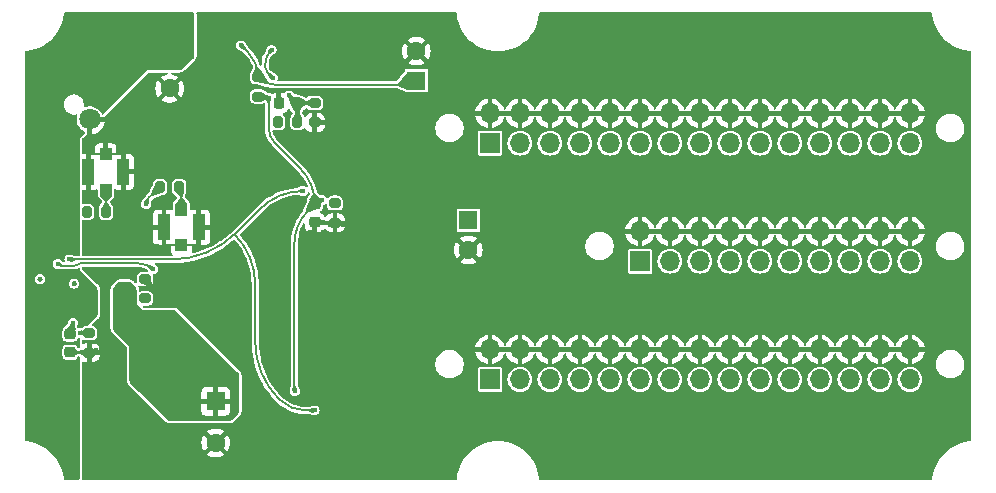
<source format=gbr>
%TF.GenerationSoftware,KiCad,Pcbnew,8.0.5*%
%TF.CreationDate,2024-10-27T11:22:31+01:00*%
%TF.ProjectId,BasePower,42617365-506f-4776-9572-2e6b69636164,rev?*%
%TF.SameCoordinates,Original*%
%TF.FileFunction,Copper,L4,Bot*%
%TF.FilePolarity,Positive*%
%FSLAX46Y46*%
G04 Gerber Fmt 4.6, Leading zero omitted, Abs format (unit mm)*
G04 Created by KiCad (PCBNEW 8.0.5) date 2024-10-27 11:22:31*
%MOMM*%
%LPD*%
G01*
G04 APERTURE LIST*
G04 Aperture macros list*
%AMRoundRect*
0 Rectangle with rounded corners*
0 $1 Rounding radius*
0 $2 $3 $4 $5 $6 $7 $8 $9 X,Y pos of 4 corners*
0 Add a 4 corners polygon primitive as box body*
4,1,4,$2,$3,$4,$5,$6,$7,$8,$9,$2,$3,0*
0 Add four circle primitives for the rounded corners*
1,1,$1+$1,$2,$3*
1,1,$1+$1,$4,$5*
1,1,$1+$1,$6,$7*
1,1,$1+$1,$8,$9*
0 Add four rect primitives between the rounded corners*
20,1,$1+$1,$2,$3,$4,$5,0*
20,1,$1+$1,$4,$5,$6,$7,0*
20,1,$1+$1,$6,$7,$8,$9,0*
20,1,$1+$1,$8,$9,$2,$3,0*%
G04 Aperture macros list end*
%TA.AperFunction,SMDPad,CuDef*%
%ADD10R,1.000000X1.000000*%
%TD*%
%TA.AperFunction,SMDPad,CuDef*%
%ADD11R,1.050000X2.200000*%
%TD*%
%TA.AperFunction,SMDPad,CuDef*%
%ADD12RoundRect,0.200000X-0.200000X-0.275000X0.200000X-0.275000X0.200000X0.275000X-0.200000X0.275000X0*%
%TD*%
%TA.AperFunction,ComponentPad*%
%ADD13R,1.700000X1.700000*%
%TD*%
%TA.AperFunction,ComponentPad*%
%ADD14O,1.700000X1.700000*%
%TD*%
%TA.AperFunction,ComponentPad*%
%ADD15R,1.600000X1.600000*%
%TD*%
%TA.AperFunction,ComponentPad*%
%ADD16C,1.600000*%
%TD*%
%TA.AperFunction,SMDPad,CuDef*%
%ADD17RoundRect,0.225000X0.225000X0.250000X-0.225000X0.250000X-0.225000X-0.250000X0.225000X-0.250000X0*%
%TD*%
%TA.AperFunction,ComponentPad*%
%ADD18C,1.800000*%
%TD*%
%TA.AperFunction,SMDPad,CuDef*%
%ADD19RoundRect,0.200000X-0.275000X0.200000X-0.275000X-0.200000X0.275000X-0.200000X0.275000X0.200000X0*%
%TD*%
%TA.AperFunction,SMDPad,CuDef*%
%ADD20RoundRect,0.225000X-0.250000X0.225000X-0.250000X-0.225000X0.250000X-0.225000X0.250000X0.225000X0*%
%TD*%
%TA.AperFunction,SMDPad,CuDef*%
%ADD21RoundRect,0.200000X0.275000X-0.200000X0.275000X0.200000X-0.275000X0.200000X-0.275000X-0.200000X0*%
%TD*%
%TA.AperFunction,ViaPad*%
%ADD22C,0.450000*%
%TD*%
%TA.AperFunction,Conductor*%
%ADD23C,0.200000*%
%TD*%
G04 APERTURE END LIST*
D10*
%TO.P,TP2,1,In*%
%TO.N,Net-(TP2-In)*%
X123200000Y-96900000D03*
D11*
%TO.P,TP2,2,Ext*%
%TO.N,GND*%
X121725000Y-98400000D03*
D10*
X123200000Y-99900000D03*
D11*
X124675000Y-98400000D03*
%TD*%
D10*
%TO.P,TP1,1,In*%
%TO.N,Net-(TP1-In)*%
X116800000Y-95200000D03*
D11*
%TO.P,TP1,2,Ext*%
%TO.N,GND*%
X118275000Y-93700000D03*
D10*
X116800000Y-92200000D03*
D11*
X115325000Y-93700000D03*
%TD*%
D12*
%TO.P,R7,1*%
%TO.N,Net-(U1-SW2)*%
X121375000Y-95000000D03*
%TO.P,R7,2*%
%TO.N,Net-(TP2-In)*%
X123025000Y-95000000D03*
%TD*%
%TO.P,R6,1*%
%TO.N,Net-(U1-SW1)*%
X115175000Y-97100000D03*
%TO.P,R6,2*%
%TO.N,Net-(TP1-In)*%
X116825000Y-97100000D03*
%TD*%
D13*
%TO.P,J4,1,Pin_1*%
%TO.N,/12V Buck-Boost/12V*%
X149325000Y-111275000D03*
D14*
%TO.P,J4,2,Pin_2*%
%TO.N,GND*%
X149325000Y-108735000D03*
%TO.P,J4,3,Pin_3*%
%TO.N,/12V Buck-Boost/12V*%
X151865000Y-111275000D03*
%TO.P,J4,4,Pin_4*%
%TO.N,GND*%
X151865000Y-108735000D03*
%TO.P,J4,5,Pin_5*%
%TO.N,/12V Buck-Boost/12V*%
X154405000Y-111275000D03*
%TO.P,J4,6,Pin_6*%
%TO.N,GND*%
X154405000Y-108735000D03*
%TO.P,J4,7,Pin_7*%
%TO.N,/12V Buck-Boost/12V*%
X156945000Y-111275000D03*
%TO.P,J4,8,Pin_8*%
%TO.N,GND*%
X156945000Y-108735000D03*
%TO.P,J4,9,Pin_9*%
%TO.N,/12V Buck-Boost/12V*%
X159485000Y-111275000D03*
%TO.P,J4,10,Pin_10*%
%TO.N,GND*%
X159485000Y-108735000D03*
%TO.P,J4,11,Pin_11*%
%TO.N,/12V Buck-Boost/12V*%
X162025000Y-111275000D03*
%TO.P,J4,12,Pin_12*%
%TO.N,GND*%
X162025000Y-108735000D03*
%TO.P,J4,13,Pin_13*%
%TO.N,/12V Buck-Boost/12V*%
X164565000Y-111275000D03*
%TO.P,J4,14,Pin_14*%
%TO.N,GND*%
X164565000Y-108735000D03*
%TO.P,J4,15,Pin_15*%
%TO.N,/12V Buck-Boost/12V*%
X167105000Y-111275000D03*
%TO.P,J4,16,Pin_16*%
%TO.N,GND*%
X167105000Y-108735000D03*
%TO.P,J4,17,Pin_17*%
%TO.N,/12V Buck-Boost/12V*%
X169645000Y-111275000D03*
%TO.P,J4,18,Pin_18*%
%TO.N,GND*%
X169645000Y-108735000D03*
%TO.P,J4,19,Pin_19*%
%TO.N,/12V Buck-Boost/12V*%
X172185000Y-111275000D03*
%TO.P,J4,20,Pin_20*%
%TO.N,GND*%
X172185000Y-108735000D03*
%TO.P,J4,21,Pin_21*%
%TO.N,/12V Buck-Boost/12V*%
X174725000Y-111275000D03*
%TO.P,J4,22,Pin_22*%
%TO.N,GND*%
X174725000Y-108735000D03*
%TO.P,J4,23,Pin_23*%
%TO.N,/12V Buck-Boost/12V*%
X177265000Y-111275000D03*
%TO.P,J4,24,Pin_24*%
%TO.N,GND*%
X177265000Y-108735000D03*
%TO.P,J4,25,Pin_25*%
%TO.N,/12V Buck-Boost/12V*%
X179805000Y-111275000D03*
%TO.P,J4,26,Pin_26*%
%TO.N,GND*%
X179805000Y-108735000D03*
%TO.P,J4,27,Pin_27*%
%TO.N,/12V Buck-Boost/12V*%
X182345000Y-111275000D03*
%TO.P,J4,28,Pin_28*%
%TO.N,GND*%
X182345000Y-108735000D03*
%TO.P,J4,29,Pin_29*%
%TO.N,/12V Buck-Boost/12V*%
X184885000Y-111275000D03*
%TO.P,J4,30,Pin_30*%
%TO.N,GND*%
X184885000Y-108735000D03*
%TD*%
D13*
%TO.P,J3,1,Pin_1*%
%TO.N,/12V Buck-Boost/5V*%
X162025000Y-101275000D03*
D14*
%TO.P,J3,2,Pin_2*%
%TO.N,GND*%
X162025000Y-98735000D03*
%TO.P,J3,3,Pin_3*%
%TO.N,/12V Buck-Boost/5V*%
X164565000Y-101275000D03*
%TO.P,J3,4,Pin_4*%
%TO.N,GND*%
X164565000Y-98735000D03*
%TO.P,J3,5,Pin_5*%
%TO.N,/12V Buck-Boost/5V*%
X167105000Y-101275000D03*
%TO.P,J3,6,Pin_6*%
%TO.N,GND*%
X167105000Y-98735000D03*
%TO.P,J3,7,Pin_7*%
%TO.N,/12V Buck-Boost/5V*%
X169645000Y-101275000D03*
%TO.P,J3,8,Pin_8*%
%TO.N,GND*%
X169645000Y-98735000D03*
%TO.P,J3,9,Pin_9*%
%TO.N,/12V Buck-Boost/5V*%
X172185000Y-101275000D03*
%TO.P,J3,10,Pin_10*%
%TO.N,GND*%
X172185000Y-98735000D03*
%TO.P,J3,11,Pin_11*%
%TO.N,/12V Buck-Boost/5V*%
X174725000Y-101275000D03*
%TO.P,J3,12,Pin_12*%
%TO.N,GND*%
X174725000Y-98735000D03*
%TO.P,J3,13,Pin_13*%
%TO.N,/12V Buck-Boost/5V*%
X177265000Y-101275000D03*
%TO.P,J3,14,Pin_14*%
%TO.N,GND*%
X177265000Y-98735000D03*
%TO.P,J3,15,Pin_15*%
%TO.N,/12V Buck-Boost/5V*%
X179805000Y-101275000D03*
%TO.P,J3,16,Pin_16*%
%TO.N,GND*%
X179805000Y-98735000D03*
%TO.P,J3,17,Pin_17*%
%TO.N,/12V Buck-Boost/5V*%
X182345000Y-101275000D03*
%TO.P,J3,18,Pin_18*%
%TO.N,GND*%
X182345000Y-98735000D03*
%TO.P,J3,19,Pin_19*%
%TO.N,/12V Buck-Boost/5V*%
X184885000Y-101275000D03*
%TO.P,J3,20,Pin_20*%
%TO.N,GND*%
X184885000Y-98735000D03*
%TD*%
D13*
%TO.P,J2,1,Pin_1*%
%TO.N,/3.3V Buck/3.3V*%
X149325000Y-91275000D03*
D14*
%TO.P,J2,2,Pin_2*%
%TO.N,GND*%
X149325000Y-88735000D03*
%TO.P,J2,3,Pin_3*%
%TO.N,/3.3V Buck/3.3V*%
X151865000Y-91275000D03*
%TO.P,J2,4,Pin_4*%
%TO.N,GND*%
X151865000Y-88735000D03*
%TO.P,J2,5,Pin_5*%
%TO.N,/3.3V Buck/3.3V*%
X154405000Y-91275000D03*
%TO.P,J2,6,Pin_6*%
%TO.N,GND*%
X154405000Y-88735000D03*
%TO.P,J2,7,Pin_7*%
%TO.N,/3.3V Buck/3.3V*%
X156945000Y-91275000D03*
%TO.P,J2,8,Pin_8*%
%TO.N,GND*%
X156945000Y-88735000D03*
%TO.P,J2,9,Pin_9*%
%TO.N,/3.3V Buck/3.3V*%
X159485000Y-91275000D03*
%TO.P,J2,10,Pin_10*%
%TO.N,GND*%
X159485000Y-88735000D03*
%TO.P,J2,11,Pin_11*%
%TO.N,/3.3V Buck/3.3V*%
X162025000Y-91275000D03*
%TO.P,J2,12,Pin_12*%
%TO.N,GND*%
X162025000Y-88735000D03*
%TO.P,J2,13,Pin_13*%
%TO.N,/3.3V Buck/3.3V*%
X164565000Y-91275000D03*
%TO.P,J2,14,Pin_14*%
%TO.N,GND*%
X164565000Y-88735000D03*
%TO.P,J2,15,Pin_15*%
%TO.N,/3.3V Buck/3.3V*%
X167105000Y-91275000D03*
%TO.P,J2,16,Pin_16*%
%TO.N,GND*%
X167105000Y-88735000D03*
%TO.P,J2,17,Pin_17*%
%TO.N,/3.3V Buck/3.3V*%
X169645000Y-91275000D03*
%TO.P,J2,18,Pin_18*%
%TO.N,GND*%
X169645000Y-88735000D03*
%TO.P,J2,19,Pin_19*%
%TO.N,/3.3V Buck/3.3V*%
X172185000Y-91275000D03*
%TO.P,J2,20,Pin_20*%
%TO.N,GND*%
X172185000Y-88735000D03*
%TO.P,J2,21,Pin_21*%
%TO.N,/3.3V Buck/3.3V*%
X174725000Y-91275000D03*
%TO.P,J2,22,Pin_22*%
%TO.N,GND*%
X174725000Y-88735000D03*
%TO.P,J2,23,Pin_23*%
%TO.N,/3.3V Buck/3.3V*%
X177265000Y-91275000D03*
%TO.P,J2,24,Pin_24*%
%TO.N,GND*%
X177265000Y-88735000D03*
%TO.P,J2,25,Pin_25*%
%TO.N,/3.3V Buck/3.3V*%
X179805000Y-91275000D03*
%TO.P,J2,26,Pin_26*%
%TO.N,GND*%
X179805000Y-88735000D03*
%TO.P,J2,27,Pin_27*%
%TO.N,/3.3V Buck/3.3V*%
X182345000Y-91275000D03*
%TO.P,J2,28,Pin_28*%
%TO.N,GND*%
X182345000Y-88735000D03*
%TO.P,J2,29,Pin_29*%
%TO.N,/3.3V Buck/3.3V*%
X184885000Y-91275000D03*
%TO.P,J2,30,Pin_30*%
%TO.N,GND*%
X184885000Y-88735000D03*
%TD*%
D15*
%TO.P,C1,1*%
%TO.N,/12V Buck-Boost/VIN*%
X122200000Y-83147349D03*
D16*
%TO.P,C1,2*%
%TO.N,GND*%
X122200000Y-86647349D03*
%TD*%
D17*
%TO.P,C31,2*%
%TO.N,GND*%
X131425000Y-87900000D03*
%TO.P,C31,1*%
%TO.N,Net-(U3-EN)*%
X132975000Y-87900000D03*
%TD*%
D12*
%TO.P,R20,2*%
%TO.N,Net-(U3-EN)*%
X133025000Y-89500000D03*
%TO.P,R20,1*%
%TO.N,/12V Buck-Boost/VIN*%
X131375000Y-89500000D03*
%TD*%
D18*
%TO.P,J1,1,Pin_1*%
%TO.N,/12V Buck-Boost/VIN*%
X115430000Y-86750000D03*
%TO.P,J1,2,Pin_2*%
%TO.N,GND*%
X115430000Y-89250000D03*
%TD*%
D15*
%TO.P,C12,1*%
%TO.N,Net-(U1-ISP)*%
X126100000Y-113147349D03*
D16*
%TO.P,C12,2*%
%TO.N,GND*%
X126100000Y-116647349D03*
%TD*%
D19*
%TO.P,R23,2*%
%TO.N,GND*%
X134500000Y-89525000D03*
%TO.P,R23,1*%
%TO.N,Net-(U3-EN)*%
X134500000Y-87875000D03*
%TD*%
D16*
%TO.P,C22,2*%
%TO.N,GND*%
X147500000Y-100317620D03*
D15*
%TO.P,C22,1*%
%TO.N,/12V Buck-Boost/5V*%
X147500000Y-97817620D03*
%TD*%
D19*
%TO.P,R21,2*%
%TO.N,/3.3V Buck/PG*%
X129700000Y-87325000D03*
%TO.P,R21,1*%
%TO.N,/3.3V Buck/3.3V*%
X129700000Y-85675000D03*
%TD*%
D16*
%TO.P,C29,2*%
%TO.N,GND*%
X143100000Y-83482380D03*
D15*
%TO.P,C29,1*%
%TO.N,/3.3V Buck/3.3V*%
X143100000Y-85982380D03*
%TD*%
D20*
%TO.P,C25,2*%
%TO.N,GND*%
X134500000Y-97975000D03*
%TO.P,C25,1*%
%TO.N,/3.3V Buck/PG*%
X134500000Y-96425000D03*
%TD*%
%TO.P,C17,1*%
%TO.N,Net-(U1-DITH{slash}SYNC)*%
X113800000Y-107425000D03*
%TO.P,C17,2*%
%TO.N,GND*%
X113800000Y-108975000D03*
%TD*%
D19*
%TO.P,R19,2*%
%TO.N,GND*%
X136200000Y-98025000D03*
%TO.P,R19,1*%
%TO.N,Net-(U2-RT)*%
X136200000Y-96375000D03*
%TD*%
D21*
%TO.P,R14,1*%
%TO.N,Net-(U1-CDC)*%
X120100000Y-104425000D03*
%TO.P,R14,2*%
%TO.N,GND*%
X120100000Y-102775000D03*
%TD*%
D19*
%TO.P,R13,2*%
%TO.N,GND*%
X115400000Y-109025000D03*
%TO.P,R13,1*%
%TO.N,Net-(U1-FSW)*%
X115400000Y-107375000D03*
%TD*%
D22*
%TO.N,GND*%
X121620000Y-98490000D03*
X118275000Y-93700000D03*
X116800000Y-92200000D03*
X115325000Y-93700000D03*
%TO.N,Net-(U1-SW2)*%
X120210000Y-96430000D03*
%TO.N,Net-(U1-SW1)*%
X115175000Y-97100000D03*
%TO.N,/12V Buck-Boost/5V*%
X120800000Y-101950000D03*
X112720000Y-101480000D03*
%TO.N,GND*%
X120800000Y-103500000D03*
X116800000Y-110300000D03*
X118200000Y-109500000D03*
X117300000Y-109600000D03*
%TO.N,Net-(U1-ISP)*%
X118500000Y-105700000D03*
X118500000Y-105100000D03*
X118500000Y-104500000D03*
X118000000Y-104800000D03*
X118000000Y-104300000D03*
X118000000Y-105400000D03*
X118000000Y-105900000D03*
%TO.N,/12V Buck-Boost/VIN*%
X115100000Y-104500000D03*
X115100000Y-105100000D03*
X115100000Y-105700000D03*
X115600000Y-105400000D03*
X115600000Y-104800000D03*
X115600000Y-105900000D03*
X115600000Y-104300000D03*
X113300000Y-110000000D03*
X112700000Y-110300000D03*
X113200000Y-110800000D03*
X112700000Y-111300000D03*
X113200000Y-111800000D03*
X112700000Y-112300000D03*
X113200000Y-112800000D03*
X112700000Y-113300000D03*
X113200000Y-113800000D03*
X112700000Y-114300000D03*
X113200000Y-114800000D03*
X112700000Y-115300000D03*
%TO.N,Net-(U1-FSW)*%
X114630000Y-107320000D03*
%TO.N,GND*%
X116800000Y-102100000D03*
X117310000Y-107870000D03*
X117800000Y-108200000D03*
X118200000Y-108800000D03*
X117500000Y-108800000D03*
X116030000Y-108140000D03*
X116800000Y-108200000D03*
X138300000Y-98600000D03*
X138500000Y-99300000D03*
X138300000Y-100000000D03*
X133450000Y-98650000D03*
X133400000Y-100000000D03*
X139300000Y-117075000D03*
X136100000Y-117075000D03*
X132800000Y-117075000D03*
X116800000Y-99300000D03*
X116800000Y-100300000D03*
X123370000Y-99700000D03*
X128800000Y-99100000D03*
X127800000Y-97600000D03*
X134100000Y-92400000D03*
X132700000Y-90800000D03*
X132000000Y-93600000D03*
X129600000Y-91600000D03*
X134900000Y-112100000D03*
X134600000Y-109000000D03*
X134530000Y-106120000D03*
X129200000Y-113690000D03*
X127700000Y-109300000D03*
X127900000Y-105900000D03*
X131200000Y-109900000D03*
X131000000Y-106300000D03*
X145600000Y-95200000D03*
X140800000Y-92900000D03*
%TO.N,/5V Buck/5VPG*%
X134475000Y-113900000D03*
%TO.N,/3.3V Buck/PG*%
X132800000Y-112262500D03*
%TO.N,/5V Buck/5VPG*%
X113720000Y-101120000D03*
X133530000Y-95320000D03*
%TO.N,Net-(U1-DITH{slash}SYNC)*%
X114000000Y-106520000D03*
%TO.N,Net-(U3-RT{slash}MODE{slash}SYNC)*%
X130950000Y-85760000D03*
%TO.N,GND*%
X114130000Y-103160000D03*
%TO.N,Net-(U2-RT)*%
X136210000Y-96090000D03*
%TO.N,/3.3V Buck/PG*%
X135110000Y-96090000D03*
%TO.N,/3.3V Buck/3.3V*%
X128275000Y-83000000D03*
%TO.N,/12V Buck-Boost/VIN*%
X131400000Y-89475000D03*
%TO.N,Net-(U3-EN)*%
X132270000Y-87240000D03*
%TO.N,/3.3V Buck/PG*%
X130580000Y-87420000D03*
%TO.N,Net-(U3-RT{slash}MODE{slash}SYNC)*%
X130830000Y-83360000D03*
%TO.N,GND*%
X133500000Y-99300000D03*
X136900000Y-98200000D03*
X135800000Y-98200000D03*
X134600000Y-98200000D03*
X136900000Y-100400000D03*
X135800000Y-100400000D03*
X134600000Y-100400000D03*
X137300000Y-99800000D03*
X137700000Y-99300000D03*
X137300000Y-98800000D03*
X136200000Y-99800000D03*
X136600000Y-99300000D03*
X136200000Y-98800000D03*
X135200000Y-99800000D03*
X135600000Y-99300000D03*
X135200000Y-98800000D03*
X134100000Y-99800000D03*
X134500000Y-99300000D03*
X134100000Y-98800000D03*
X135300000Y-84700000D03*
X134600000Y-84700000D03*
X133900000Y-84700000D03*
X133200000Y-84700000D03*
X132600000Y-84300000D03*
X132600000Y-85100000D03*
X132000000Y-84700000D03*
X131400000Y-84700000D03*
X130800000Y-84700000D03*
X131525000Y-87900000D03*
X138600000Y-83200000D03*
X137200000Y-83200000D03*
X130125000Y-81300000D03*
X128275000Y-84700000D03*
X129700000Y-86500000D03*
X128300000Y-86500000D03*
X136875000Y-95300000D03*
X141700000Y-100200000D03*
X140300000Y-100200000D03*
X141700000Y-98400000D03*
X140300000Y-98400000D03*
X130100000Y-98400000D03*
X131500000Y-98400000D03*
X131500000Y-100200000D03*
X130100000Y-100200000D03*
X111225000Y-102800000D03*
X116800000Y-107500000D03*
X116800000Y-102700000D03*
X116800000Y-103300000D03*
X116800000Y-103900000D03*
X116800000Y-104500000D03*
X116800000Y-106900000D03*
X116800000Y-106300000D03*
X116800000Y-105700000D03*
X116800000Y-105100000D03*
X117725000Y-112900000D03*
X117725000Y-110400000D03*
X115900000Y-111600000D03*
X115900000Y-110200000D03*
X115900000Y-115000000D03*
X115900000Y-113600000D03*
%TO.N,Net-(U1-CDC)*%
X120100000Y-104425000D03*
%TO.N,GND*%
X116800000Y-108900000D03*
X116400000Y-109600000D03*
X115500000Y-109400000D03*
X116000000Y-108800000D03*
X121130000Y-99970000D03*
%TD*%
D23*
%TO.N,GND*%
X115360000Y-92230000D02*
G75*
G03*
X115324999Y-92314497I84500J-84500D01*
G01*
X115432426Y-92200000D02*
G75*
G03*
X115359992Y-92229992I-26J-102400D01*
G01*
X115325000Y-92314497D02*
X115325000Y-93700000D01*
X116800000Y-92200000D02*
X115432426Y-92200000D01*
X118275000Y-92298448D02*
X118275000Y-93700000D01*
X118244561Y-92224962D02*
G75*
G02*
X118274973Y-92298448I-73461J-73438D01*
G01*
X118240000Y-92220000D02*
X118244561Y-92224962D01*
X118191716Y-92200000D02*
G75*
G02*
X118239995Y-92220005I-16J-68300D01*
G01*
X116800000Y-92200000D02*
X118191716Y-92200000D01*
X124640000Y-99890000D02*
G75*
G03*
X124675001Y-99805503I-84500J84500D01*
G01*
X124675000Y-99805503D02*
X124675000Y-98400000D01*
X124615858Y-99900000D02*
G75*
G03*
X124640012Y-99890012I42J34100D01*
G01*
X123200000Y-99900000D02*
X124615858Y-99900000D01*
%TO.N,Net-(TP2-In)*%
X123200000Y-95422487D02*
X123200000Y-96900000D01*
X123025000Y-95000000D02*
G75*
G02*
X123200005Y-95422487I-422500J-422500D01*
G01*
%TO.N,Net-(TP1-In)*%
X116825000Y-95260355D02*
G75*
G03*
X116799987Y-95200013I-85400J-45D01*
G01*
X116825000Y-97100000D02*
X116825000Y-95260355D01*
%TO.N,Net-(U1-SW2)*%
X120760000Y-95600000D02*
X120407990Y-95952010D01*
X120407990Y-95952010D02*
G75*
G03*
X120210006Y-96430000I478010J-477990D01*
G01*
X121375000Y-95000000D02*
G75*
G03*
X121349396Y-95010609I0J-36200D01*
G01*
X121349394Y-95010607D02*
X120760000Y-95600000D01*
%TO.N,GND*%
X115279290Y-108975000D02*
G75*
G02*
X115400003Y-109024997I10J-170700D01*
G01*
X113800000Y-108975000D02*
X115279290Y-108975000D01*
X120117678Y-102817677D02*
X120800000Y-103500000D01*
X120100000Y-102775000D02*
G75*
G03*
X120117689Y-102817666I60300J0D01*
G01*
%TO.N,/12V Buck-Boost/5V*%
X114631421Y-101460000D02*
X119617036Y-101460000D01*
X113154558Y-101660000D02*
X114063432Y-101660000D01*
X119617036Y-101460000D02*
G75*
G02*
X120799990Y-101950010I-36J-1673000D01*
G01*
X114148579Y-101660000D02*
G75*
G03*
X114390006Y-101560006I21J341400D01*
G01*
X112720000Y-101480000D02*
G75*
G03*
X113154558Y-101660017I434600J434600D01*
G01*
X114063432Y-101660000D02*
X114148579Y-101660000D01*
X114390000Y-101560000D02*
G75*
G02*
X114631421Y-101460009I241400J-241400D01*
G01*
%TO.N,/5V Buck/5VPG*%
X131480000Y-112970000D02*
G75*
G03*
X133725218Y-113899992I2245200J2245200D01*
G01*
X129450000Y-103228160D02*
X129450000Y-108069147D01*
X129450000Y-108069147D02*
G75*
G03*
X131480014Y-112969986I6930900J47D01*
G01*
X127697676Y-98997676D02*
G75*
G02*
X129450030Y-103228160I-4230476J-4230524D01*
G01*
X133725218Y-113900000D02*
X134475000Y-113900000D01*
%TO.N,/3.3V Buck/PG*%
X132760000Y-112165932D02*
G75*
G03*
X132800009Y-112262491I136600J32D01*
G01*
X132760000Y-99820000D02*
X132760000Y-112165932D01*
X133930262Y-96994738D02*
G75*
G03*
X132759993Y-99820000I2825238J-2825262D01*
G01*
X134500000Y-96425000D02*
X133930262Y-96994738D01*
%TO.N,/5V Buck/5VPG*%
X122355594Y-101120000D02*
G75*
G03*
X127860002Y-98840002I6J7784400D01*
G01*
X127860000Y-98840000D02*
X129859720Y-96840280D01*
X113720000Y-101120000D02*
X122355594Y-101120000D01*
X129859720Y-96840280D02*
G75*
G02*
X133530000Y-95320012I3670280J-3670320D01*
G01*
%TO.N,/3.3V Buck/PG*%
X133244885Y-93394885D02*
G75*
G02*
X134500009Y-96425000I-3030085J-3030115D01*
G01*
X131130000Y-91280000D02*
X133244885Y-93394885D01*
X130580000Y-89952183D02*
G75*
G03*
X131129995Y-91280005I1877800J-17D01*
G01*
X130580000Y-87420000D02*
X130580000Y-89952183D01*
%TO.N,Net-(U1-DITH{slash}SYNC)*%
X114000000Y-107425000D02*
X114000000Y-106520000D01*
%TO.N,Net-(U3-RT{slash}MODE{slash}SYNC)*%
X130802046Y-83387955D02*
X130830000Y-83360000D01*
X130290000Y-84624142D02*
G75*
G02*
X130802031Y-83387940I1748200J42D01*
G01*
X130290000Y-84840000D02*
X130290000Y-84624142D01*
X130473848Y-85283848D02*
G75*
G02*
X130290001Y-84840000I443852J443848D01*
G01*
X130950000Y-85760000D02*
X130473848Y-85283848D01*
%TO.N,Net-(U2-RT)*%
X136200000Y-96375000D02*
X136200000Y-96114142D01*
X136200000Y-96114142D02*
G75*
G02*
X136209988Y-96089988I34100J42D01*
G01*
%TO.N,/3.3V Buck/PG*%
X134640545Y-96284454D02*
X134500000Y-96425000D01*
X135110000Y-96090000D02*
G75*
G03*
X134640547Y-96284456I0J-663900D01*
G01*
%TO.N,/3.3V Buck/3.3V*%
X128816117Y-83541116D02*
X128275000Y-83000000D01*
X129700000Y-85675000D02*
G75*
G03*
X128816123Y-83541110I-3017800J0D01*
G01*
X131200000Y-86340000D02*
X142236629Y-86340000D01*
X142236629Y-86340000D02*
G75*
G03*
X143099987Y-85982367I-29J1221000D01*
G01*
X129774566Y-85749566D02*
G75*
G03*
X131200000Y-86339991I1425434J1425466D01*
G01*
X129700000Y-85675000D02*
X129774566Y-85749566D01*
%TO.N,Net-(U3-EN)*%
X133025000Y-88020710D02*
G75*
G03*
X132975003Y-87899997I-170700J10D01*
G01*
X133025000Y-89500000D02*
X133025000Y-88020710D01*
X133035355Y-87875000D02*
G75*
G03*
X132975013Y-87900013I45J-85400D01*
G01*
X134500000Y-87875000D02*
X133035355Y-87875000D01*
X132270000Y-87240000D02*
X132898180Y-87868180D01*
X132898180Y-87868180D02*
G75*
G03*
X132975000Y-87900012I76820J76780D01*
G01*
%TO.N,/3.3V Buck/PG*%
X130580000Y-87420000D02*
X129929350Y-87420000D01*
X129929350Y-87420000D02*
G75*
G02*
X129700015Y-87324985I50J324400D01*
G01*
%TO.N,Net-(U1-FSW)*%
X115400000Y-107375000D02*
X114762781Y-107375000D01*
X114762781Y-107375000D02*
G75*
G02*
X114630005Y-107319995I19J187800D01*
G01*
%TO.N,GND*%
X121768663Y-98621721D02*
G75*
G03*
X121769998Y-98668994I572737J-7479D01*
G01*
X121636942Y-98490000D02*
X121768663Y-98621721D01*
X121620000Y-98490000D02*
X121636942Y-98490000D01*
X121770000Y-98668994D02*
X121770000Y-99900000D01*
X121770000Y-99900000D02*
X123200000Y-99900000D01*
%TD*%
%TA.AperFunction,Conductor*%
%TO.N,GND*%
G36*
X150592018Y-108535000D02*
G01*
X150594838Y-108535000D01*
X150594838Y-108536024D01*
X150595162Y-108536142D01*
X150595162Y-108535000D01*
X151403120Y-108535000D01*
X151399075Y-108542007D01*
X151365000Y-108669174D01*
X151365000Y-108800826D01*
X151399075Y-108927993D01*
X151403120Y-108935000D01*
X150598306Y-108935000D01*
X150598062Y-108935113D01*
X150597754Y-108935000D01*
X150595162Y-108935000D01*
X150595162Y-108934050D01*
X150594838Y-108933931D01*
X150594838Y-108935000D01*
X149786880Y-108935000D01*
X149790925Y-108927993D01*
X149825000Y-108800826D01*
X149825000Y-108669174D01*
X149790925Y-108542007D01*
X149786880Y-108535000D01*
X150591504Y-108535000D01*
X150591729Y-108534895D01*
X150592018Y-108535000D01*
G37*
%TD.AperFunction*%
%TA.AperFunction,Conductor*%
G36*
X153132018Y-108535000D02*
G01*
X153134838Y-108535000D01*
X153134838Y-108536024D01*
X153135162Y-108536142D01*
X153135162Y-108535000D01*
X153943120Y-108535000D01*
X153939075Y-108542007D01*
X153905000Y-108669174D01*
X153905000Y-108800826D01*
X153939075Y-108927993D01*
X153943120Y-108935000D01*
X153138306Y-108935000D01*
X153138062Y-108935113D01*
X153137754Y-108935000D01*
X153135162Y-108935000D01*
X153135162Y-108934050D01*
X153134838Y-108933931D01*
X153134838Y-108935000D01*
X152326880Y-108935000D01*
X152330925Y-108927993D01*
X152365000Y-108800826D01*
X152365000Y-108669174D01*
X152330925Y-108542007D01*
X152326880Y-108535000D01*
X153131504Y-108535000D01*
X153131729Y-108534895D01*
X153132018Y-108535000D01*
G37*
%TD.AperFunction*%
%TA.AperFunction,Conductor*%
G36*
X155672018Y-108535000D02*
G01*
X155674838Y-108535000D01*
X155674838Y-108536024D01*
X155675162Y-108536142D01*
X155675162Y-108535000D01*
X156483120Y-108535000D01*
X156479075Y-108542007D01*
X156445000Y-108669174D01*
X156445000Y-108800826D01*
X156479075Y-108927993D01*
X156483120Y-108935000D01*
X155678306Y-108935000D01*
X155678062Y-108935113D01*
X155677754Y-108935000D01*
X155675162Y-108935000D01*
X155675162Y-108934050D01*
X155674838Y-108933931D01*
X155674838Y-108935000D01*
X154866880Y-108935000D01*
X154870925Y-108927993D01*
X154905000Y-108800826D01*
X154905000Y-108669174D01*
X154870925Y-108542007D01*
X154866880Y-108535000D01*
X155671504Y-108535000D01*
X155671729Y-108534895D01*
X155672018Y-108535000D01*
G37*
%TD.AperFunction*%
%TA.AperFunction,Conductor*%
G36*
X158212018Y-108535000D02*
G01*
X158214838Y-108535000D01*
X158214838Y-108536024D01*
X158215162Y-108536142D01*
X158215162Y-108535000D01*
X159023120Y-108535000D01*
X159019075Y-108542007D01*
X158985000Y-108669174D01*
X158985000Y-108800826D01*
X159019075Y-108927993D01*
X159023120Y-108935000D01*
X158218306Y-108935000D01*
X158218062Y-108935113D01*
X158217754Y-108935000D01*
X158215162Y-108935000D01*
X158215162Y-108934050D01*
X158214838Y-108933931D01*
X158214838Y-108935000D01*
X157406880Y-108935000D01*
X157410925Y-108927993D01*
X157445000Y-108800826D01*
X157445000Y-108669174D01*
X157410925Y-108542007D01*
X157406880Y-108535000D01*
X158211504Y-108535000D01*
X158211729Y-108534895D01*
X158212018Y-108535000D01*
G37*
%TD.AperFunction*%
%TA.AperFunction,Conductor*%
G36*
X160752018Y-108535000D02*
G01*
X160754838Y-108535000D01*
X160754838Y-108536024D01*
X160755162Y-108536142D01*
X160755162Y-108535000D01*
X161563120Y-108535000D01*
X161559075Y-108542007D01*
X161525000Y-108669174D01*
X161525000Y-108800826D01*
X161559075Y-108927993D01*
X161563120Y-108935000D01*
X160758306Y-108935000D01*
X160758062Y-108935113D01*
X160757754Y-108935000D01*
X160755162Y-108935000D01*
X160755162Y-108934050D01*
X160754838Y-108933931D01*
X160754838Y-108935000D01*
X159946880Y-108935000D01*
X159950925Y-108927993D01*
X159985000Y-108800826D01*
X159985000Y-108669174D01*
X159950925Y-108542007D01*
X159946880Y-108535000D01*
X160751504Y-108535000D01*
X160751729Y-108534895D01*
X160752018Y-108535000D01*
G37*
%TD.AperFunction*%
%TA.AperFunction,Conductor*%
G36*
X163292018Y-108535000D02*
G01*
X163294838Y-108535000D01*
X163294838Y-108536024D01*
X163295162Y-108536142D01*
X163295162Y-108535000D01*
X164103120Y-108535000D01*
X164099075Y-108542007D01*
X164065000Y-108669174D01*
X164065000Y-108800826D01*
X164099075Y-108927993D01*
X164103120Y-108935000D01*
X163298306Y-108935000D01*
X163298062Y-108935113D01*
X163297754Y-108935000D01*
X163295162Y-108935000D01*
X163295162Y-108934050D01*
X163294838Y-108933931D01*
X163294838Y-108935000D01*
X162486880Y-108935000D01*
X162490925Y-108927993D01*
X162525000Y-108800826D01*
X162525000Y-108669174D01*
X162490925Y-108542007D01*
X162486880Y-108535000D01*
X163291504Y-108535000D01*
X163291729Y-108534895D01*
X163292018Y-108535000D01*
G37*
%TD.AperFunction*%
%TA.AperFunction,Conductor*%
G36*
X165832018Y-108535000D02*
G01*
X165834838Y-108535000D01*
X165834838Y-108536024D01*
X165835162Y-108536142D01*
X165835162Y-108535000D01*
X166643120Y-108535000D01*
X166639075Y-108542007D01*
X166605000Y-108669174D01*
X166605000Y-108800826D01*
X166639075Y-108927993D01*
X166643120Y-108935000D01*
X165838306Y-108935000D01*
X165838062Y-108935113D01*
X165837754Y-108935000D01*
X165835162Y-108935000D01*
X165835162Y-108934050D01*
X165834838Y-108933931D01*
X165834838Y-108935000D01*
X165026880Y-108935000D01*
X165030925Y-108927993D01*
X165065000Y-108800826D01*
X165065000Y-108669174D01*
X165030925Y-108542007D01*
X165026880Y-108535000D01*
X165831504Y-108535000D01*
X165831729Y-108534895D01*
X165832018Y-108535000D01*
G37*
%TD.AperFunction*%
%TA.AperFunction,Conductor*%
G36*
X168372018Y-108535000D02*
G01*
X168374838Y-108535000D01*
X168374838Y-108536024D01*
X168375162Y-108536142D01*
X168375162Y-108535000D01*
X169183120Y-108535000D01*
X169179075Y-108542007D01*
X169145000Y-108669174D01*
X169145000Y-108800826D01*
X169179075Y-108927993D01*
X169183120Y-108935000D01*
X168378306Y-108935000D01*
X168378062Y-108935113D01*
X168377754Y-108935000D01*
X168375162Y-108935000D01*
X168375162Y-108934050D01*
X168374838Y-108933931D01*
X168374838Y-108935000D01*
X167566880Y-108935000D01*
X167570925Y-108927993D01*
X167605000Y-108800826D01*
X167605000Y-108669174D01*
X167570925Y-108542007D01*
X167566880Y-108535000D01*
X168371504Y-108535000D01*
X168371729Y-108534895D01*
X168372018Y-108535000D01*
G37*
%TD.AperFunction*%
%TA.AperFunction,Conductor*%
G36*
X170912018Y-108535000D02*
G01*
X170914838Y-108535000D01*
X170914838Y-108536024D01*
X170915162Y-108536142D01*
X170915162Y-108535000D01*
X171723120Y-108535000D01*
X171719075Y-108542007D01*
X171685000Y-108669174D01*
X171685000Y-108800826D01*
X171719075Y-108927993D01*
X171723120Y-108935000D01*
X170918306Y-108935000D01*
X170918062Y-108935113D01*
X170917754Y-108935000D01*
X170915162Y-108935000D01*
X170915162Y-108934050D01*
X170914838Y-108933931D01*
X170914838Y-108935000D01*
X170106880Y-108935000D01*
X170110925Y-108927993D01*
X170145000Y-108800826D01*
X170145000Y-108669174D01*
X170110925Y-108542007D01*
X170106880Y-108535000D01*
X170911504Y-108535000D01*
X170911729Y-108534895D01*
X170912018Y-108535000D01*
G37*
%TD.AperFunction*%
%TA.AperFunction,Conductor*%
G36*
X173452018Y-108535000D02*
G01*
X173454838Y-108535000D01*
X173454838Y-108536024D01*
X173455162Y-108536142D01*
X173455162Y-108535000D01*
X174263120Y-108535000D01*
X174259075Y-108542007D01*
X174225000Y-108669174D01*
X174225000Y-108800826D01*
X174259075Y-108927993D01*
X174263120Y-108935000D01*
X173458306Y-108935000D01*
X173458062Y-108935113D01*
X173457754Y-108935000D01*
X173455162Y-108935000D01*
X173455162Y-108934050D01*
X173454838Y-108933931D01*
X173454838Y-108935000D01*
X172646880Y-108935000D01*
X172650925Y-108927993D01*
X172685000Y-108800826D01*
X172685000Y-108669174D01*
X172650925Y-108542007D01*
X172646880Y-108535000D01*
X173451504Y-108535000D01*
X173451729Y-108534895D01*
X173452018Y-108535000D01*
G37*
%TD.AperFunction*%
%TA.AperFunction,Conductor*%
G36*
X175992018Y-108535000D02*
G01*
X175994838Y-108535000D01*
X175994838Y-108536024D01*
X175995162Y-108536142D01*
X175995162Y-108535000D01*
X176803120Y-108535000D01*
X176799075Y-108542007D01*
X176765000Y-108669174D01*
X176765000Y-108800826D01*
X176799075Y-108927993D01*
X176803120Y-108935000D01*
X175998306Y-108935000D01*
X175998062Y-108935113D01*
X175997754Y-108935000D01*
X175995162Y-108935000D01*
X175995162Y-108934050D01*
X175994838Y-108933931D01*
X175994838Y-108935000D01*
X175186880Y-108935000D01*
X175190925Y-108927993D01*
X175225000Y-108800826D01*
X175225000Y-108669174D01*
X175190925Y-108542007D01*
X175186880Y-108535000D01*
X175991504Y-108535000D01*
X175991729Y-108534895D01*
X175992018Y-108535000D01*
G37*
%TD.AperFunction*%
%TA.AperFunction,Conductor*%
G36*
X178532018Y-108535000D02*
G01*
X178534838Y-108535000D01*
X178534838Y-108536024D01*
X178535162Y-108536142D01*
X178535162Y-108535000D01*
X179343120Y-108535000D01*
X179339075Y-108542007D01*
X179305000Y-108669174D01*
X179305000Y-108800826D01*
X179339075Y-108927993D01*
X179343120Y-108935000D01*
X178538306Y-108935000D01*
X178538062Y-108935113D01*
X178537754Y-108935000D01*
X178535162Y-108935000D01*
X178535162Y-108934050D01*
X178534838Y-108933931D01*
X178534838Y-108935000D01*
X177726880Y-108935000D01*
X177730925Y-108927993D01*
X177765000Y-108800826D01*
X177765000Y-108669174D01*
X177730925Y-108542007D01*
X177726880Y-108535000D01*
X178531504Y-108535000D01*
X178531729Y-108534895D01*
X178532018Y-108535000D01*
G37*
%TD.AperFunction*%
%TA.AperFunction,Conductor*%
G36*
X181072018Y-108535000D02*
G01*
X181074838Y-108535000D01*
X181074838Y-108536024D01*
X181075162Y-108536142D01*
X181075162Y-108535000D01*
X181883120Y-108535000D01*
X181879075Y-108542007D01*
X181845000Y-108669174D01*
X181845000Y-108800826D01*
X181879075Y-108927993D01*
X181883120Y-108935000D01*
X181078306Y-108935000D01*
X181078062Y-108935113D01*
X181077754Y-108935000D01*
X181075162Y-108935000D01*
X181075162Y-108934050D01*
X181074838Y-108933931D01*
X181074838Y-108935000D01*
X180266880Y-108935000D01*
X180270925Y-108927993D01*
X180305000Y-108800826D01*
X180305000Y-108669174D01*
X180270925Y-108542007D01*
X180266880Y-108535000D01*
X181071504Y-108535000D01*
X181071729Y-108534895D01*
X181072018Y-108535000D01*
G37*
%TD.AperFunction*%
%TA.AperFunction,Conductor*%
G36*
X183612018Y-108535000D02*
G01*
X183614838Y-108535000D01*
X183614838Y-108536024D01*
X183615162Y-108536142D01*
X183615162Y-108535000D01*
X184423120Y-108535000D01*
X184419075Y-108542007D01*
X184385000Y-108669174D01*
X184385000Y-108800826D01*
X184419075Y-108927993D01*
X184423120Y-108935000D01*
X183618306Y-108935000D01*
X183618062Y-108935113D01*
X183617754Y-108935000D01*
X183615162Y-108935000D01*
X183615162Y-108934050D01*
X183614838Y-108933931D01*
X183614838Y-108935000D01*
X182806880Y-108935000D01*
X182810925Y-108927993D01*
X182845000Y-108800826D01*
X182845000Y-108669174D01*
X182810925Y-108542007D01*
X182806880Y-108535000D01*
X183611504Y-108535000D01*
X183611729Y-108534895D01*
X183612018Y-108535000D01*
G37*
%TD.AperFunction*%
%TA.AperFunction,Conductor*%
G36*
X163292018Y-98535000D02*
G01*
X163294838Y-98535000D01*
X163294838Y-98536024D01*
X163295162Y-98536142D01*
X163295162Y-98535000D01*
X164103120Y-98535000D01*
X164099075Y-98542007D01*
X164065000Y-98669174D01*
X164065000Y-98800826D01*
X164099075Y-98927993D01*
X164103120Y-98935000D01*
X163298306Y-98935000D01*
X163298062Y-98935113D01*
X163297754Y-98935000D01*
X163295162Y-98935000D01*
X163295162Y-98934050D01*
X163294838Y-98933931D01*
X163294838Y-98935000D01*
X162486880Y-98935000D01*
X162490925Y-98927993D01*
X162525000Y-98800826D01*
X162525000Y-98669174D01*
X162490925Y-98542007D01*
X162486880Y-98535000D01*
X163291504Y-98535000D01*
X163291729Y-98534895D01*
X163292018Y-98535000D01*
G37*
%TD.AperFunction*%
%TA.AperFunction,Conductor*%
G36*
X165832018Y-98535000D02*
G01*
X165834838Y-98535000D01*
X165834838Y-98536024D01*
X165835162Y-98536142D01*
X165835162Y-98535000D01*
X166643120Y-98535000D01*
X166639075Y-98542007D01*
X166605000Y-98669174D01*
X166605000Y-98800826D01*
X166639075Y-98927993D01*
X166643120Y-98935000D01*
X165838306Y-98935000D01*
X165838062Y-98935113D01*
X165837754Y-98935000D01*
X165835162Y-98935000D01*
X165835162Y-98934050D01*
X165834838Y-98933931D01*
X165834838Y-98935000D01*
X165026880Y-98935000D01*
X165030925Y-98927993D01*
X165065000Y-98800826D01*
X165065000Y-98669174D01*
X165030925Y-98542007D01*
X165026880Y-98535000D01*
X165831504Y-98535000D01*
X165831729Y-98534895D01*
X165832018Y-98535000D01*
G37*
%TD.AperFunction*%
%TA.AperFunction,Conductor*%
G36*
X168372018Y-98535000D02*
G01*
X168374838Y-98535000D01*
X168374838Y-98536024D01*
X168375162Y-98536142D01*
X168375162Y-98535000D01*
X169183120Y-98535000D01*
X169179075Y-98542007D01*
X169145000Y-98669174D01*
X169145000Y-98800826D01*
X169179075Y-98927993D01*
X169183120Y-98935000D01*
X168378306Y-98935000D01*
X168378062Y-98935113D01*
X168377754Y-98935000D01*
X168375162Y-98935000D01*
X168375162Y-98934050D01*
X168374838Y-98933931D01*
X168374838Y-98935000D01*
X167566880Y-98935000D01*
X167570925Y-98927993D01*
X167605000Y-98800826D01*
X167605000Y-98669174D01*
X167570925Y-98542007D01*
X167566880Y-98535000D01*
X168371504Y-98535000D01*
X168371729Y-98534895D01*
X168372018Y-98535000D01*
G37*
%TD.AperFunction*%
%TA.AperFunction,Conductor*%
G36*
X170912018Y-98535000D02*
G01*
X170914838Y-98535000D01*
X170914838Y-98536024D01*
X170915162Y-98536142D01*
X170915162Y-98535000D01*
X171723120Y-98535000D01*
X171719075Y-98542007D01*
X171685000Y-98669174D01*
X171685000Y-98800826D01*
X171719075Y-98927993D01*
X171723120Y-98935000D01*
X170918306Y-98935000D01*
X170918062Y-98935113D01*
X170917754Y-98935000D01*
X170915162Y-98935000D01*
X170915162Y-98934050D01*
X170914838Y-98933931D01*
X170914838Y-98935000D01*
X170106880Y-98935000D01*
X170110925Y-98927993D01*
X170145000Y-98800826D01*
X170145000Y-98669174D01*
X170110925Y-98542007D01*
X170106880Y-98535000D01*
X170911504Y-98535000D01*
X170911729Y-98534895D01*
X170912018Y-98535000D01*
G37*
%TD.AperFunction*%
%TA.AperFunction,Conductor*%
G36*
X173452018Y-98535000D02*
G01*
X173454838Y-98535000D01*
X173454838Y-98536024D01*
X173455162Y-98536142D01*
X173455162Y-98535000D01*
X174263120Y-98535000D01*
X174259075Y-98542007D01*
X174225000Y-98669174D01*
X174225000Y-98800826D01*
X174259075Y-98927993D01*
X174263120Y-98935000D01*
X173458306Y-98935000D01*
X173458062Y-98935113D01*
X173457754Y-98935000D01*
X173455162Y-98935000D01*
X173455162Y-98934050D01*
X173454838Y-98933931D01*
X173454838Y-98935000D01*
X172646880Y-98935000D01*
X172650925Y-98927993D01*
X172685000Y-98800826D01*
X172685000Y-98669174D01*
X172650925Y-98542007D01*
X172646880Y-98535000D01*
X173451504Y-98535000D01*
X173451729Y-98534895D01*
X173452018Y-98535000D01*
G37*
%TD.AperFunction*%
%TA.AperFunction,Conductor*%
G36*
X175992018Y-98535000D02*
G01*
X175994838Y-98535000D01*
X175994838Y-98536024D01*
X175995162Y-98536142D01*
X175995162Y-98535000D01*
X176803120Y-98535000D01*
X176799075Y-98542007D01*
X176765000Y-98669174D01*
X176765000Y-98800826D01*
X176799075Y-98927993D01*
X176803120Y-98935000D01*
X175998306Y-98935000D01*
X175998062Y-98935113D01*
X175997754Y-98935000D01*
X175995162Y-98935000D01*
X175995162Y-98934050D01*
X175994838Y-98933931D01*
X175994838Y-98935000D01*
X175186880Y-98935000D01*
X175190925Y-98927993D01*
X175225000Y-98800826D01*
X175225000Y-98669174D01*
X175190925Y-98542007D01*
X175186880Y-98535000D01*
X175991504Y-98535000D01*
X175991729Y-98534895D01*
X175992018Y-98535000D01*
G37*
%TD.AperFunction*%
%TA.AperFunction,Conductor*%
G36*
X178532018Y-98535000D02*
G01*
X178534838Y-98535000D01*
X178534838Y-98536024D01*
X178535162Y-98536142D01*
X178535162Y-98535000D01*
X179343120Y-98535000D01*
X179339075Y-98542007D01*
X179305000Y-98669174D01*
X179305000Y-98800826D01*
X179339075Y-98927993D01*
X179343120Y-98935000D01*
X178538306Y-98935000D01*
X178538062Y-98935113D01*
X178537754Y-98935000D01*
X178535162Y-98935000D01*
X178535162Y-98934050D01*
X178534838Y-98933931D01*
X178534838Y-98935000D01*
X177726880Y-98935000D01*
X177730925Y-98927993D01*
X177765000Y-98800826D01*
X177765000Y-98669174D01*
X177730925Y-98542007D01*
X177726880Y-98535000D01*
X178531504Y-98535000D01*
X178531729Y-98534895D01*
X178532018Y-98535000D01*
G37*
%TD.AperFunction*%
%TA.AperFunction,Conductor*%
G36*
X181072018Y-98535000D02*
G01*
X181074838Y-98535000D01*
X181074838Y-98536024D01*
X181075162Y-98536142D01*
X181075162Y-98535000D01*
X181883120Y-98535000D01*
X181879075Y-98542007D01*
X181845000Y-98669174D01*
X181845000Y-98800826D01*
X181879075Y-98927993D01*
X181883120Y-98935000D01*
X181078306Y-98935000D01*
X181078062Y-98935113D01*
X181077754Y-98935000D01*
X181075162Y-98935000D01*
X181075162Y-98934050D01*
X181074838Y-98933931D01*
X181074838Y-98935000D01*
X180266880Y-98935000D01*
X180270925Y-98927993D01*
X180305000Y-98800826D01*
X180305000Y-98669174D01*
X180270925Y-98542007D01*
X180266880Y-98535000D01*
X181071504Y-98535000D01*
X181071729Y-98534895D01*
X181072018Y-98535000D01*
G37*
%TD.AperFunction*%
%TA.AperFunction,Conductor*%
G36*
X183612018Y-98535000D02*
G01*
X183614838Y-98535000D01*
X183614838Y-98536024D01*
X183615162Y-98536142D01*
X183615162Y-98535000D01*
X184423120Y-98535000D01*
X184419075Y-98542007D01*
X184385000Y-98669174D01*
X184385000Y-98800826D01*
X184419075Y-98927993D01*
X184423120Y-98935000D01*
X183618306Y-98935000D01*
X183618062Y-98935113D01*
X183617754Y-98935000D01*
X183615162Y-98935000D01*
X183615162Y-98934050D01*
X183614838Y-98933931D01*
X183614838Y-98935000D01*
X182806880Y-98935000D01*
X182810925Y-98927993D01*
X182845000Y-98800826D01*
X182845000Y-98669174D01*
X182810925Y-98542007D01*
X182806880Y-98535000D01*
X183611504Y-98535000D01*
X183611729Y-98534895D01*
X183612018Y-98535000D01*
G37*
%TD.AperFunction*%
%TA.AperFunction,Conductor*%
G36*
X150592018Y-88535000D02*
G01*
X150594838Y-88535000D01*
X150594838Y-88536024D01*
X150595162Y-88536142D01*
X150595162Y-88535000D01*
X151403120Y-88535000D01*
X151399075Y-88542007D01*
X151365000Y-88669174D01*
X151365000Y-88800826D01*
X151399075Y-88927993D01*
X151403120Y-88935000D01*
X150598306Y-88935000D01*
X150598062Y-88935113D01*
X150597754Y-88935000D01*
X150595162Y-88935000D01*
X150595162Y-88934050D01*
X150594838Y-88933931D01*
X150594838Y-88935000D01*
X149786880Y-88935000D01*
X149790925Y-88927993D01*
X149825000Y-88800826D01*
X149825000Y-88669174D01*
X149790925Y-88542007D01*
X149786880Y-88535000D01*
X150591504Y-88535000D01*
X150591729Y-88534895D01*
X150592018Y-88535000D01*
G37*
%TD.AperFunction*%
%TA.AperFunction,Conductor*%
G36*
X153132018Y-88535000D02*
G01*
X153134838Y-88535000D01*
X153134838Y-88536024D01*
X153135162Y-88536142D01*
X153135162Y-88535000D01*
X153943120Y-88535000D01*
X153939075Y-88542007D01*
X153905000Y-88669174D01*
X153905000Y-88800826D01*
X153939075Y-88927993D01*
X153943120Y-88935000D01*
X153138306Y-88935000D01*
X153138062Y-88935113D01*
X153137754Y-88935000D01*
X153135162Y-88935000D01*
X153135162Y-88934050D01*
X153134838Y-88933931D01*
X153134838Y-88935000D01*
X152326880Y-88935000D01*
X152330925Y-88927993D01*
X152365000Y-88800826D01*
X152365000Y-88669174D01*
X152330925Y-88542007D01*
X152326880Y-88535000D01*
X153131504Y-88535000D01*
X153131729Y-88534895D01*
X153132018Y-88535000D01*
G37*
%TD.AperFunction*%
%TA.AperFunction,Conductor*%
G36*
X155672018Y-88535000D02*
G01*
X155674838Y-88535000D01*
X155674838Y-88536024D01*
X155675162Y-88536142D01*
X155675162Y-88535000D01*
X156483120Y-88535000D01*
X156479075Y-88542007D01*
X156445000Y-88669174D01*
X156445000Y-88800826D01*
X156479075Y-88927993D01*
X156483120Y-88935000D01*
X155678306Y-88935000D01*
X155678062Y-88935113D01*
X155677754Y-88935000D01*
X155675162Y-88935000D01*
X155675162Y-88934050D01*
X155674838Y-88933931D01*
X155674838Y-88935000D01*
X154866880Y-88935000D01*
X154870925Y-88927993D01*
X154905000Y-88800826D01*
X154905000Y-88669174D01*
X154870925Y-88542007D01*
X154866880Y-88535000D01*
X155671504Y-88535000D01*
X155671729Y-88534895D01*
X155672018Y-88535000D01*
G37*
%TD.AperFunction*%
%TA.AperFunction,Conductor*%
G36*
X158212018Y-88535000D02*
G01*
X158214838Y-88535000D01*
X158214838Y-88536024D01*
X158215162Y-88536142D01*
X158215162Y-88535000D01*
X159023120Y-88535000D01*
X159019075Y-88542007D01*
X158985000Y-88669174D01*
X158985000Y-88800826D01*
X159019075Y-88927993D01*
X159023120Y-88935000D01*
X158218306Y-88935000D01*
X158218062Y-88935113D01*
X158217754Y-88935000D01*
X158215162Y-88935000D01*
X158215162Y-88934050D01*
X158214838Y-88933931D01*
X158214838Y-88935000D01*
X157406880Y-88935000D01*
X157410925Y-88927993D01*
X157445000Y-88800826D01*
X157445000Y-88669174D01*
X157410925Y-88542007D01*
X157406880Y-88535000D01*
X158211504Y-88535000D01*
X158211729Y-88534895D01*
X158212018Y-88535000D01*
G37*
%TD.AperFunction*%
%TA.AperFunction,Conductor*%
G36*
X160752018Y-88535000D02*
G01*
X160754838Y-88535000D01*
X160754838Y-88536024D01*
X160755162Y-88536142D01*
X160755162Y-88535000D01*
X161563120Y-88535000D01*
X161559075Y-88542007D01*
X161525000Y-88669174D01*
X161525000Y-88800826D01*
X161559075Y-88927993D01*
X161563120Y-88935000D01*
X160758306Y-88935000D01*
X160758062Y-88935113D01*
X160757754Y-88935000D01*
X160755162Y-88935000D01*
X160755162Y-88934050D01*
X160754838Y-88933931D01*
X160754838Y-88935000D01*
X159946880Y-88935000D01*
X159950925Y-88927993D01*
X159985000Y-88800826D01*
X159985000Y-88669174D01*
X159950925Y-88542007D01*
X159946880Y-88535000D01*
X160751504Y-88535000D01*
X160751729Y-88534895D01*
X160752018Y-88535000D01*
G37*
%TD.AperFunction*%
%TA.AperFunction,Conductor*%
G36*
X163292018Y-88535000D02*
G01*
X163294838Y-88535000D01*
X163294838Y-88536024D01*
X163295162Y-88536142D01*
X163295162Y-88535000D01*
X164103120Y-88535000D01*
X164099075Y-88542007D01*
X164065000Y-88669174D01*
X164065000Y-88800826D01*
X164099075Y-88927993D01*
X164103120Y-88935000D01*
X163298306Y-88935000D01*
X163298062Y-88935113D01*
X163297754Y-88935000D01*
X163295162Y-88935000D01*
X163295162Y-88934050D01*
X163294838Y-88933931D01*
X163294838Y-88935000D01*
X162486880Y-88935000D01*
X162490925Y-88927993D01*
X162525000Y-88800826D01*
X162525000Y-88669174D01*
X162490925Y-88542007D01*
X162486880Y-88535000D01*
X163291504Y-88535000D01*
X163291729Y-88534895D01*
X163292018Y-88535000D01*
G37*
%TD.AperFunction*%
%TA.AperFunction,Conductor*%
G36*
X165832018Y-88535000D02*
G01*
X165834838Y-88535000D01*
X165834838Y-88536024D01*
X165835162Y-88536142D01*
X165835162Y-88535000D01*
X166643120Y-88535000D01*
X166639075Y-88542007D01*
X166605000Y-88669174D01*
X166605000Y-88800826D01*
X166639075Y-88927993D01*
X166643120Y-88935000D01*
X165838306Y-88935000D01*
X165838062Y-88935113D01*
X165837754Y-88935000D01*
X165835162Y-88935000D01*
X165835162Y-88934050D01*
X165834838Y-88933931D01*
X165834838Y-88935000D01*
X165026880Y-88935000D01*
X165030925Y-88927993D01*
X165065000Y-88800826D01*
X165065000Y-88669174D01*
X165030925Y-88542007D01*
X165026880Y-88535000D01*
X165831504Y-88535000D01*
X165831729Y-88534895D01*
X165832018Y-88535000D01*
G37*
%TD.AperFunction*%
%TA.AperFunction,Conductor*%
G36*
X168372018Y-88535000D02*
G01*
X168374838Y-88535000D01*
X168374838Y-88536024D01*
X168375162Y-88536142D01*
X168375162Y-88535000D01*
X169183120Y-88535000D01*
X169179075Y-88542007D01*
X169145000Y-88669174D01*
X169145000Y-88800826D01*
X169179075Y-88927993D01*
X169183120Y-88935000D01*
X168378306Y-88935000D01*
X168378062Y-88935113D01*
X168377754Y-88935000D01*
X168375162Y-88935000D01*
X168375162Y-88934050D01*
X168374838Y-88933931D01*
X168374838Y-88935000D01*
X167566880Y-88935000D01*
X167570925Y-88927993D01*
X167605000Y-88800826D01*
X167605000Y-88669174D01*
X167570925Y-88542007D01*
X167566880Y-88535000D01*
X168371504Y-88535000D01*
X168371729Y-88534895D01*
X168372018Y-88535000D01*
G37*
%TD.AperFunction*%
%TA.AperFunction,Conductor*%
G36*
X170912018Y-88535000D02*
G01*
X170914838Y-88535000D01*
X170914838Y-88536024D01*
X170915162Y-88536142D01*
X170915162Y-88535000D01*
X171723120Y-88535000D01*
X171719075Y-88542007D01*
X171685000Y-88669174D01*
X171685000Y-88800826D01*
X171719075Y-88927993D01*
X171723120Y-88935000D01*
X170918306Y-88935000D01*
X170918062Y-88935113D01*
X170917754Y-88935000D01*
X170915162Y-88935000D01*
X170915162Y-88934050D01*
X170914838Y-88933931D01*
X170914838Y-88935000D01*
X170106880Y-88935000D01*
X170110925Y-88927993D01*
X170145000Y-88800826D01*
X170145000Y-88669174D01*
X170110925Y-88542007D01*
X170106880Y-88535000D01*
X170911504Y-88535000D01*
X170911729Y-88534895D01*
X170912018Y-88535000D01*
G37*
%TD.AperFunction*%
%TA.AperFunction,Conductor*%
G36*
X173452018Y-88535000D02*
G01*
X173454838Y-88535000D01*
X173454838Y-88536024D01*
X173455162Y-88536142D01*
X173455162Y-88535000D01*
X174263120Y-88535000D01*
X174259075Y-88542007D01*
X174225000Y-88669174D01*
X174225000Y-88800826D01*
X174259075Y-88927993D01*
X174263120Y-88935000D01*
X173458306Y-88935000D01*
X173458062Y-88935113D01*
X173457754Y-88935000D01*
X173455162Y-88935000D01*
X173455162Y-88934050D01*
X173454838Y-88933931D01*
X173454838Y-88935000D01*
X172646880Y-88935000D01*
X172650925Y-88927993D01*
X172685000Y-88800826D01*
X172685000Y-88669174D01*
X172650925Y-88542007D01*
X172646880Y-88535000D01*
X173451504Y-88535000D01*
X173451729Y-88534895D01*
X173452018Y-88535000D01*
G37*
%TD.AperFunction*%
%TA.AperFunction,Conductor*%
G36*
X175992018Y-88535000D02*
G01*
X175994838Y-88535000D01*
X175994838Y-88536024D01*
X175995162Y-88536142D01*
X175995162Y-88535000D01*
X176803120Y-88535000D01*
X176799075Y-88542007D01*
X176765000Y-88669174D01*
X176765000Y-88800826D01*
X176799075Y-88927993D01*
X176803120Y-88935000D01*
X175998306Y-88935000D01*
X175998062Y-88935113D01*
X175997754Y-88935000D01*
X175995162Y-88935000D01*
X175995162Y-88934050D01*
X175994838Y-88933931D01*
X175994838Y-88935000D01*
X175186880Y-88935000D01*
X175190925Y-88927993D01*
X175225000Y-88800826D01*
X175225000Y-88669174D01*
X175190925Y-88542007D01*
X175186880Y-88535000D01*
X175991504Y-88535000D01*
X175991729Y-88534895D01*
X175992018Y-88535000D01*
G37*
%TD.AperFunction*%
%TA.AperFunction,Conductor*%
G36*
X178532018Y-88535000D02*
G01*
X178534838Y-88535000D01*
X178534838Y-88536024D01*
X178535162Y-88536142D01*
X178535162Y-88535000D01*
X179343120Y-88535000D01*
X179339075Y-88542007D01*
X179305000Y-88669174D01*
X179305000Y-88800826D01*
X179339075Y-88927993D01*
X179343120Y-88935000D01*
X178538306Y-88935000D01*
X178538062Y-88935113D01*
X178537754Y-88935000D01*
X178535162Y-88935000D01*
X178535162Y-88934050D01*
X178534838Y-88933931D01*
X178534838Y-88935000D01*
X177726880Y-88935000D01*
X177730925Y-88927993D01*
X177765000Y-88800826D01*
X177765000Y-88669174D01*
X177730925Y-88542007D01*
X177726880Y-88535000D01*
X178531504Y-88535000D01*
X178531729Y-88534895D01*
X178532018Y-88535000D01*
G37*
%TD.AperFunction*%
%TA.AperFunction,Conductor*%
G36*
X181072018Y-88535000D02*
G01*
X181074838Y-88535000D01*
X181074838Y-88536024D01*
X181075162Y-88536142D01*
X181075162Y-88535000D01*
X181883120Y-88535000D01*
X181879075Y-88542007D01*
X181845000Y-88669174D01*
X181845000Y-88800826D01*
X181879075Y-88927993D01*
X181883120Y-88935000D01*
X181078306Y-88935000D01*
X181078062Y-88935113D01*
X181077754Y-88935000D01*
X181075162Y-88935000D01*
X181075162Y-88934050D01*
X181074838Y-88933931D01*
X181074838Y-88935000D01*
X180266880Y-88935000D01*
X180270925Y-88927993D01*
X180305000Y-88800826D01*
X180305000Y-88669174D01*
X180270925Y-88542007D01*
X180266880Y-88535000D01*
X181071504Y-88535000D01*
X181071729Y-88534895D01*
X181072018Y-88535000D01*
G37*
%TD.AperFunction*%
%TA.AperFunction,Conductor*%
G36*
X183612018Y-88535000D02*
G01*
X183614838Y-88535000D01*
X183614838Y-88536024D01*
X183615162Y-88536142D01*
X183615162Y-88535000D01*
X184423120Y-88535000D01*
X184419075Y-88542007D01*
X184385000Y-88669174D01*
X184385000Y-88800826D01*
X184419075Y-88927993D01*
X184423120Y-88935000D01*
X183618306Y-88935000D01*
X183618062Y-88935113D01*
X183617754Y-88935000D01*
X183615162Y-88935000D01*
X183615162Y-88934050D01*
X183614838Y-88933931D01*
X183614838Y-88935000D01*
X182806880Y-88935000D01*
X182810925Y-88927993D01*
X182845000Y-88800826D01*
X182845000Y-88669174D01*
X182810925Y-88542007D01*
X182806880Y-88535000D01*
X183611504Y-88535000D01*
X183611729Y-88534895D01*
X183612018Y-88535000D01*
G37*
%TD.AperFunction*%
%TA.AperFunction,Conductor*%
G36*
X146492610Y-80222174D02*
G01*
X146514182Y-80270626D01*
X146515632Y-80298287D01*
X146519173Y-80365853D01*
X146519173Y-80365854D01*
X146576483Y-80727693D01*
X146671299Y-81081552D01*
X146671302Y-81081559D01*
X146802591Y-81423578D01*
X146968911Y-81750000D01*
X147168441Y-82057248D01*
X147398993Y-82341957D01*
X147658043Y-82601007D01*
X147942752Y-82831559D01*
X148250000Y-83031089D01*
X148576422Y-83197409D01*
X148918441Y-83328698D01*
X148918443Y-83328698D01*
X148918447Y-83328700D01*
X149097478Y-83376671D01*
X149272309Y-83423517D01*
X149634150Y-83480827D01*
X150000000Y-83500000D01*
X150365850Y-83480827D01*
X150727691Y-83423517D01*
X151081559Y-83328698D01*
X151423578Y-83197409D01*
X151750000Y-83031089D01*
X152057248Y-82831559D01*
X152341957Y-82601007D01*
X152601007Y-82341957D01*
X152831559Y-82057248D01*
X153031089Y-81750000D01*
X153197409Y-81423578D01*
X153328698Y-81081559D01*
X153423517Y-80727691D01*
X153480827Y-80365850D01*
X153485817Y-80270626D01*
X153510200Y-80219507D01*
X153559716Y-80200500D01*
X186690284Y-80200500D01*
X186742610Y-80222174D01*
X186764182Y-80270626D01*
X186765632Y-80298287D01*
X186769173Y-80365853D01*
X186769173Y-80365854D01*
X186826483Y-80727693D01*
X186921299Y-81081552D01*
X186921302Y-81081559D01*
X187052591Y-81423578D01*
X187218911Y-81750000D01*
X187418441Y-82057248D01*
X187648993Y-82341957D01*
X187908043Y-82601007D01*
X188192752Y-82831559D01*
X188500000Y-83031089D01*
X188826422Y-83197409D01*
X189168441Y-83328698D01*
X189168443Y-83328698D01*
X189168447Y-83328700D01*
X189347478Y-83376671D01*
X189522309Y-83423517D01*
X189884150Y-83480827D01*
X189979374Y-83485817D01*
X190030492Y-83510199D01*
X190049500Y-83559715D01*
X190049500Y-116440283D01*
X190027826Y-116492609D01*
X189979374Y-116514182D01*
X189884145Y-116519173D01*
X189522306Y-116576483D01*
X189168447Y-116671299D01*
X188826428Y-116802588D01*
X188500001Y-116968910D01*
X188192750Y-117168442D01*
X187908040Y-117398995D01*
X187648995Y-117658040D01*
X187418442Y-117942750D01*
X187218910Y-118250001D01*
X187052588Y-118576428D01*
X186921299Y-118918447D01*
X186826483Y-119272306D01*
X186769173Y-119634145D01*
X186769173Y-119634146D01*
X186764183Y-119729373D01*
X186739800Y-119780493D01*
X186690284Y-119799500D01*
X153559716Y-119799500D01*
X153507390Y-119777826D01*
X153485817Y-119729373D01*
X153483838Y-119691613D01*
X153480827Y-119634150D01*
X153423517Y-119272309D01*
X153328698Y-118918441D01*
X153197409Y-118576422D01*
X153031089Y-118250000D01*
X152831559Y-117942752D01*
X152601007Y-117658043D01*
X152341957Y-117398993D01*
X152057248Y-117168441D01*
X151750000Y-116968911D01*
X151423578Y-116802591D01*
X151423573Y-116802589D01*
X151423571Y-116802588D01*
X151081552Y-116671299D01*
X150727693Y-116576483D01*
X150365854Y-116519173D01*
X150000000Y-116500000D01*
X149634146Y-116519173D01*
X149634145Y-116519173D01*
X149272306Y-116576483D01*
X148918447Y-116671299D01*
X148576428Y-116802588D01*
X148250001Y-116968910D01*
X147942750Y-117168442D01*
X147658040Y-117398995D01*
X147398995Y-117658040D01*
X147168442Y-117942750D01*
X146968910Y-118250001D01*
X146802588Y-118576428D01*
X146671299Y-118918447D01*
X146576483Y-119272306D01*
X146519173Y-119634145D01*
X146519173Y-119634146D01*
X146514183Y-119729373D01*
X146489800Y-119780493D01*
X146440284Y-119799500D01*
X114844371Y-119799500D01*
X114792045Y-119777826D01*
X114770371Y-119725500D01*
X114774300Y-119701709D01*
X114777727Y-119691613D01*
X114777732Y-119691599D01*
X114782732Y-119672939D01*
X114787976Y-119646575D01*
X114803109Y-119531632D01*
X114804427Y-119518247D01*
X114805060Y-119508588D01*
X114805500Y-119495149D01*
X114805500Y-116647345D01*
X124894859Y-116647345D01*
X124894859Y-116647352D01*
X124915377Y-116868781D01*
X124915379Y-116868794D01*
X124976237Y-117082691D01*
X124976239Y-117082695D01*
X125075368Y-117281775D01*
X125075370Y-117281778D01*
X125121560Y-117342943D01*
X125713629Y-116750874D01*
X125727259Y-116801743D01*
X125779920Y-116892955D01*
X125854394Y-116967429D01*
X125945606Y-117020090D01*
X125996472Y-117033719D01*
X125403000Y-117627190D01*
X125562817Y-117726143D01*
X125562827Y-117726148D01*
X125770194Y-117806483D01*
X125988800Y-117847348D01*
X125988806Y-117847349D01*
X126211194Y-117847349D01*
X126211199Y-117847348D01*
X126429805Y-117806483D01*
X126637172Y-117726148D01*
X126637182Y-117726143D01*
X126796997Y-117627189D01*
X126203527Y-117033719D01*
X126254394Y-117020090D01*
X126345606Y-116967429D01*
X126420080Y-116892955D01*
X126472741Y-116801743D01*
X126486370Y-116750876D01*
X127078438Y-117342944D01*
X127124629Y-117281777D01*
X127124631Y-117281775D01*
X127223760Y-117082695D01*
X127223762Y-117082691D01*
X127284620Y-116868794D01*
X127284622Y-116868781D01*
X127305141Y-116647352D01*
X127305141Y-116647345D01*
X127284622Y-116425916D01*
X127284620Y-116425903D01*
X127223762Y-116212006D01*
X127223760Y-116212002D01*
X127124631Y-116012922D01*
X127124629Y-116012919D01*
X127078437Y-115951752D01*
X126486370Y-116543820D01*
X126472741Y-116492955D01*
X126420080Y-116401743D01*
X126345606Y-116327269D01*
X126254394Y-116274608D01*
X126203525Y-116260978D01*
X126796998Y-115667506D01*
X126637182Y-115568554D01*
X126637172Y-115568549D01*
X126429805Y-115488214D01*
X126211199Y-115447349D01*
X125988800Y-115447349D01*
X125770194Y-115488214D01*
X125562827Y-115568549D01*
X125562817Y-115568554D01*
X125403000Y-115667506D01*
X125996472Y-116260978D01*
X125945606Y-116274608D01*
X125854394Y-116327269D01*
X125779920Y-116401743D01*
X125727259Y-116492955D01*
X125713629Y-116543821D01*
X125121560Y-115951752D01*
X125075368Y-116012923D01*
X125075367Y-116012926D01*
X124976239Y-116212002D01*
X124976237Y-116212006D01*
X124915379Y-116425903D01*
X124915377Y-116425916D01*
X124894859Y-116647345D01*
X114805500Y-116647345D01*
X114805500Y-109852842D01*
X114827174Y-109800516D01*
X114879500Y-109778842D01*
X114907818Y-109784475D01*
X114968369Y-109809556D01*
X115085678Y-109824999D01*
X115200000Y-109824999D01*
X115600000Y-109824999D01*
X115714321Y-109824999D01*
X115831628Y-109809556D01*
X115831632Y-109809555D01*
X115977587Y-109749099D01*
X116102924Y-109652924D01*
X116199099Y-109527587D01*
X116259556Y-109381630D01*
X116275000Y-109264321D01*
X116275000Y-109225000D01*
X115600000Y-109225000D01*
X115600000Y-109824999D01*
X115200000Y-109824999D01*
X115200000Y-109225000D01*
X114799813Y-109225000D01*
X114747487Y-109203326D01*
X114743543Y-109199059D01*
X114715860Y-109166646D01*
X114715856Y-109166642D01*
X114663012Y-109122524D01*
X114663010Y-109122523D01*
X114575725Y-109095241D01*
X114575716Y-109095239D01*
X114519259Y-109090796D01*
X114519253Y-109090796D01*
X114450691Y-109096966D01*
X114450685Y-109096967D01*
X114369673Y-109139397D01*
X114369671Y-109139399D01*
X114348746Y-109157270D01*
X114300688Y-109175000D01*
X113674000Y-109175000D01*
X113621674Y-109153326D01*
X113600000Y-109101000D01*
X113600000Y-108849000D01*
X113621674Y-108796674D01*
X113674000Y-108775000D01*
X114299368Y-108775000D01*
X114342189Y-108788648D01*
X114395033Y-108826142D01*
X114447359Y-108847816D01*
X114514477Y-108863136D01*
X114604641Y-108847816D01*
X114655250Y-108826853D01*
X114687348Y-108826853D01*
X114687348Y-108825000D01*
X115200000Y-108825000D01*
X115600000Y-108825000D01*
X116274999Y-108825000D01*
X116274999Y-108785678D01*
X116259556Y-108668371D01*
X116259555Y-108668367D01*
X116199099Y-108522412D01*
X116102924Y-108397075D01*
X115977587Y-108300900D01*
X115831630Y-108240443D01*
X115714321Y-108225000D01*
X115600000Y-108225000D01*
X115600000Y-108825000D01*
X115200000Y-108825000D01*
X115200000Y-108225000D01*
X115085678Y-108225000D01*
X114968372Y-108240443D01*
X114907818Y-108265525D01*
X114851180Y-108265524D01*
X114811132Y-108225475D01*
X114805500Y-108197157D01*
X114805500Y-107982454D01*
X114827174Y-107930128D01*
X114879500Y-107908454D01*
X114913092Y-107916519D01*
X114999696Y-107960646D01*
X115093481Y-107975500D01*
X115706518Y-107975499D01*
X115706519Y-107975499D01*
X115800304Y-107960646D01*
X115800306Y-107960645D01*
X115802419Y-107959568D01*
X115913342Y-107903050D01*
X116003050Y-107813342D01*
X116060646Y-107700304D01*
X116075500Y-107606519D01*
X116075499Y-107143482D01*
X116060646Y-107049696D01*
X116060646Y-107049695D01*
X116060645Y-107049693D01*
X116003049Y-106936657D01*
X115913343Y-106846951D01*
X115913342Y-106846950D01*
X115800304Y-106789354D01*
X115800302Y-106789353D01*
X115800301Y-106789353D01*
X115706520Y-106774500D01*
X115706519Y-106774500D01*
X115694770Y-106774500D01*
X115642444Y-106752826D01*
X115620770Y-106700500D01*
X115642444Y-106648174D01*
X116095435Y-106195185D01*
X116104626Y-106185372D01*
X116111008Y-106178095D01*
X116119541Y-106167698D01*
X116190115Y-106075725D01*
X116205052Y-106053369D01*
X116214711Y-106036638D01*
X116226597Y-106012534D01*
X116269091Y-105909944D01*
X116277731Y-105884494D01*
X116282731Y-105865835D01*
X116287976Y-105839468D01*
X116303109Y-105724525D01*
X116304427Y-105711140D01*
X116305060Y-105701481D01*
X116305500Y-105688042D01*
X116305500Y-103711957D01*
X116305060Y-103698518D01*
X116304427Y-103688859D01*
X116303109Y-103675474D01*
X116287976Y-103560531D01*
X116282731Y-103534164D01*
X116277731Y-103515505D01*
X116269091Y-103490055D01*
X116226597Y-103387465D01*
X116214712Y-103363362D01*
X116214702Y-103363344D01*
X116205068Y-103346656D01*
X116205066Y-103346652D01*
X116205060Y-103346643D01*
X116205056Y-103346636D01*
X116190118Y-103324279D01*
X116164525Y-103290925D01*
X116119552Y-103232315D01*
X116119536Y-103232295D01*
X116111000Y-103221894D01*
X116104623Y-103214623D01*
X116095445Y-103204826D01*
X116095438Y-103204818D01*
X114827174Y-101936554D01*
X114805500Y-101884228D01*
X114805500Y-101873683D01*
X114805500Y-101873673D01*
X114804773Y-101856398D01*
X114804772Y-101856395D01*
X114804772Y-101856391D01*
X114803912Y-101851533D01*
X114805437Y-101851262D01*
X114809717Y-101800535D01*
X114852990Y-101763994D01*
X114875462Y-101760500D01*
X119614614Y-101760500D01*
X119619455Y-101760659D01*
X119791332Y-101771927D01*
X119800919Y-101773189D01*
X119967493Y-101806326D01*
X119976835Y-101808829D01*
X120137660Y-101863424D01*
X120146598Y-101867127D01*
X120222399Y-101904508D01*
X120238475Y-101912436D01*
X120266097Y-101935983D01*
X120352798Y-102058179D01*
X120365400Y-102113396D01*
X120335267Y-102161352D01*
X120292446Y-102175000D01*
X119793518Y-102175000D01*
X119699851Y-102189834D01*
X119699850Y-102189835D01*
X119586953Y-102247360D01*
X119497360Y-102336953D01*
X119439835Y-102449850D01*
X119439835Y-102449851D01*
X119425000Y-102543518D01*
X119425000Y-103006482D01*
X119432261Y-103052325D01*
X119419039Y-103107397D01*
X119370747Y-103136989D01*
X119315675Y-103123767D01*
X119306846Y-103116226D01*
X119195182Y-103004562D01*
X119185373Y-102995374D01*
X119178105Y-102988999D01*
X119167693Y-102980455D01*
X119075721Y-102909883D01*
X119075722Y-102909883D01*
X119053368Y-102894947D01*
X119053367Y-102894946D01*
X119053362Y-102894943D01*
X119046460Y-102890958D01*
X119036653Y-102885296D01*
X119036642Y-102885290D01*
X119036638Y-102885288D01*
X119036618Y-102885278D01*
X119012541Y-102873405D01*
X119012525Y-102873398D01*
X118909958Y-102830914D01*
X118909944Y-102830908D01*
X118909935Y-102830904D01*
X118909925Y-102830901D01*
X118884508Y-102822273D01*
X118884507Y-102822272D01*
X118884499Y-102822270D01*
X118865842Y-102817270D01*
X118865831Y-102817267D01*
X118839471Y-102812023D01*
X118724528Y-102796891D01*
X118717721Y-102796221D01*
X118711140Y-102795573D01*
X118711125Y-102795572D01*
X118701477Y-102794939D01*
X118688055Y-102794500D01*
X118688042Y-102794500D01*
X118111958Y-102794500D01*
X118111945Y-102794500D01*
X118098522Y-102794939D01*
X118088872Y-102795572D01*
X118088865Y-102795572D01*
X118088860Y-102795573D01*
X118086625Y-102795793D01*
X118075477Y-102796890D01*
X117960541Y-102812022D01*
X117960531Y-102812023D01*
X117960528Y-102812024D01*
X117960525Y-102812024D01*
X117960510Y-102812027D01*
X117934167Y-102817266D01*
X117934160Y-102817268D01*
X117915526Y-102822261D01*
X117915493Y-102822271D01*
X117890076Y-102830899D01*
X117890044Y-102830911D01*
X117787475Y-102873396D01*
X117787467Y-102873399D01*
X117787462Y-102873402D01*
X117763379Y-102885278D01*
X117763347Y-102885294D01*
X117746627Y-102894947D01*
X117724309Y-102909859D01*
X117724283Y-102909877D01*
X117632296Y-102980461D01*
X117621883Y-102989007D01*
X117614631Y-102995367D01*
X117604826Y-103004552D01*
X117404552Y-103204826D01*
X117395367Y-103214631D01*
X117389007Y-103221883D01*
X117380473Y-103232281D01*
X117309888Y-103324269D01*
X117309885Y-103324274D01*
X117309877Y-103324284D01*
X117304700Y-103332033D01*
X117294932Y-103346652D01*
X117294932Y-103346653D01*
X117285282Y-103363370D01*
X117273409Y-103387449D01*
X117273399Y-103387470D01*
X117230909Y-103490051D01*
X117230902Y-103490070D01*
X117222265Y-103515512D01*
X117217267Y-103534162D01*
X117212025Y-103560517D01*
X117212022Y-103560538D01*
X117196890Y-103675476D01*
X117195572Y-103688871D01*
X117194939Y-103698521D01*
X117194500Y-103711943D01*
X117194500Y-106888055D01*
X117194939Y-106901477D01*
X117195572Y-106911125D01*
X117196891Y-106924524D01*
X117212021Y-107039452D01*
X117212026Y-107039483D01*
X117217263Y-107065816D01*
X117217272Y-107065852D01*
X117222265Y-107084486D01*
X117230902Y-107109928D01*
X117230909Y-107109947D01*
X117273398Y-107212525D01*
X117273405Y-107212541D01*
X117285278Y-107236618D01*
X117285296Y-107236653D01*
X117294940Y-107253356D01*
X117294947Y-107253368D01*
X117309883Y-107275722D01*
X117380455Y-107367693D01*
X117388999Y-107378105D01*
X117395374Y-107385373D01*
X117404562Y-107395182D01*
X118572826Y-108563446D01*
X118594500Y-108615772D01*
X118594500Y-111288055D01*
X118594939Y-111301477D01*
X118595572Y-111311125D01*
X118596891Y-111324524D01*
X118612021Y-111439452D01*
X118612026Y-111439483D01*
X118617263Y-111465816D01*
X118617272Y-111465852D01*
X118622265Y-111484486D01*
X118630902Y-111509928D01*
X118630909Y-111509947D01*
X118673398Y-111612525D01*
X118673405Y-111612541D01*
X118685278Y-111636618D01*
X118685296Y-111636653D01*
X118694940Y-111653356D01*
X118694947Y-111653368D01*
X118709883Y-111675722D01*
X118780455Y-111767693D01*
X118788999Y-111778105D01*
X118791593Y-111781062D01*
X118795375Y-111785374D01*
X118804564Y-111795184D01*
X119341418Y-112332038D01*
X120131122Y-113121742D01*
X120972037Y-113962657D01*
X121804815Y-114795435D01*
X121814623Y-114804623D01*
X121821894Y-114811000D01*
X121832295Y-114819536D01*
X121832302Y-114819541D01*
X121832315Y-114819552D01*
X121905882Y-114876001D01*
X121924279Y-114890118D01*
X121946636Y-114905056D01*
X121946643Y-114905060D01*
X121946652Y-114905066D01*
X121946656Y-114905068D01*
X121963344Y-114914702D01*
X121963348Y-114914704D01*
X121963362Y-114914712D01*
X121987465Y-114926597D01*
X122090055Y-114969091D01*
X122115505Y-114977731D01*
X122134164Y-114982731D01*
X122160531Y-114987976D01*
X122275475Y-115003109D01*
X122288860Y-115004427D01*
X122298519Y-115005060D01*
X122301038Y-115005142D01*
X122311945Y-115005500D01*
X122311958Y-115005500D01*
X127188055Y-115005500D01*
X127198318Y-115005163D01*
X127201481Y-115005060D01*
X127211140Y-115004427D01*
X127224525Y-115003109D01*
X127339468Y-114987976D01*
X127365835Y-114982731D01*
X127384494Y-114977731D01*
X127409944Y-114969091D01*
X127512534Y-114926597D01*
X127536638Y-114914711D01*
X127553369Y-114905052D01*
X127553382Y-114905043D01*
X127553386Y-114905041D01*
X127564339Y-114897722D01*
X127575725Y-114890115D01*
X127667698Y-114819541D01*
X127678095Y-114811008D01*
X127685372Y-114804626D01*
X127695184Y-114795435D01*
X128095435Y-114395184D01*
X128104626Y-114385372D01*
X128111008Y-114378095D01*
X128119541Y-114367698D01*
X128190115Y-114275725D01*
X128205052Y-114253369D01*
X128214711Y-114236638D01*
X128226597Y-114212534D01*
X128269091Y-114109944D01*
X128277731Y-114084494D01*
X128282731Y-114065835D01*
X128287976Y-114039468D01*
X128303109Y-113924525D01*
X128304427Y-113911140D01*
X128305060Y-113901481D01*
X128305500Y-113888042D01*
X128305500Y-111011957D01*
X128305060Y-110998518D01*
X128304427Y-110988859D01*
X128303109Y-110975474D01*
X128287976Y-110860531D01*
X128282731Y-110834164D01*
X128277731Y-110815505D01*
X128269091Y-110790055D01*
X128226597Y-110687465D01*
X128214712Y-110663362D01*
X128205068Y-110646656D01*
X128205066Y-110646652D01*
X128205060Y-110646643D01*
X128205056Y-110646636D01*
X128190118Y-110624279D01*
X128176001Y-110605882D01*
X128119552Y-110532315D01*
X128116495Y-110528590D01*
X128111000Y-110521894D01*
X128104623Y-110514623D01*
X128095435Y-110504815D01*
X122995184Y-105404564D01*
X122985374Y-105395375D01*
X122985373Y-105395374D01*
X122978105Y-105388999D01*
X122967693Y-105380455D01*
X122875721Y-105309883D01*
X122875722Y-105309883D01*
X122853368Y-105294947D01*
X122853367Y-105294946D01*
X122853362Y-105294943D01*
X122846460Y-105290958D01*
X122836653Y-105285296D01*
X122836642Y-105285290D01*
X122836638Y-105285288D01*
X122836618Y-105285278D01*
X122812541Y-105273405D01*
X122812525Y-105273398D01*
X122709958Y-105230914D01*
X122709944Y-105230908D01*
X122709935Y-105230904D01*
X122709925Y-105230901D01*
X122684508Y-105222273D01*
X122684507Y-105222272D01*
X122684499Y-105222270D01*
X122665842Y-105217270D01*
X122665831Y-105217267D01*
X122639471Y-105212023D01*
X122524528Y-105196891D01*
X122517721Y-105196221D01*
X122511140Y-105195573D01*
X122511125Y-105195572D01*
X122501477Y-105194939D01*
X122488055Y-105194500D01*
X122488042Y-105194500D01*
X120015772Y-105194500D01*
X119963446Y-105172826D01*
X119942445Y-105151825D01*
X119920771Y-105099499D01*
X119942445Y-105047173D01*
X119994771Y-105025499D01*
X120406519Y-105025499D01*
X120500304Y-105010646D01*
X120500306Y-105010645D01*
X120502419Y-105009568D01*
X120613342Y-104953050D01*
X120703050Y-104863342D01*
X120760646Y-104750304D01*
X120775500Y-104656519D01*
X120775499Y-104193482D01*
X120760646Y-104099696D01*
X120760646Y-104099695D01*
X120760645Y-104099693D01*
X120703049Y-103986657D01*
X120613343Y-103896951D01*
X120613342Y-103896950D01*
X120500304Y-103839354D01*
X120500302Y-103839353D01*
X120500301Y-103839353D01*
X120406519Y-103824500D01*
X119793480Y-103824500D01*
X119693943Y-103840265D01*
X119693552Y-103837796D01*
X119645887Y-103834032D01*
X119609116Y-103790955D01*
X119605500Y-103768107D01*
X119605500Y-103711943D01*
X119605060Y-103698521D01*
X119605060Y-103698518D01*
X119604427Y-103688859D01*
X119603109Y-103675474D01*
X119587976Y-103560531D01*
X119582731Y-103534164D01*
X119577731Y-103515505D01*
X119569091Y-103490055D01*
X119542676Y-103426283D01*
X119542676Y-103369649D01*
X119582724Y-103329600D01*
X119639361Y-103329600D01*
X119644638Y-103332033D01*
X119699847Y-103360163D01*
X119699851Y-103360164D01*
X119793518Y-103374999D01*
X120406481Y-103374999D01*
X120500148Y-103360165D01*
X120500149Y-103360164D01*
X120613046Y-103302639D01*
X120702639Y-103213046D01*
X120760164Y-103100149D01*
X120760164Y-103100148D01*
X120774999Y-103006481D01*
X120774999Y-102543518D01*
X120762047Y-102461736D01*
X120775269Y-102406664D01*
X120823558Y-102377072D01*
X120933126Y-102359719D01*
X121053220Y-102298528D01*
X121148528Y-102203220D01*
X121209719Y-102083126D01*
X121230804Y-101950000D01*
X121209719Y-101816874D01*
X121209719Y-101816873D01*
X121148528Y-101696780D01*
X121053220Y-101601472D01*
X120972680Y-101560434D01*
X120935898Y-101517367D01*
X120940342Y-101460904D01*
X120983409Y-101424122D01*
X121006276Y-101420500D01*
X122400067Y-101420500D01*
X122400111Y-101420497D01*
X122620258Y-101420497D01*
X122620266Y-101420497D01*
X123148478Y-101385877D01*
X123673294Y-101316784D01*
X124192467Y-101213514D01*
X124703775Y-101076510D01*
X125205028Y-100906358D01*
X125694079Y-100703786D01*
X126168834Y-100469663D01*
X126627260Y-100204991D01*
X127067394Y-99910903D01*
X127487351Y-99588658D01*
X127625191Y-99467774D01*
X127678823Y-99449569D01*
X127728322Y-99473179D01*
X127786089Y-99535670D01*
X127789861Y-99540087D01*
X127805176Y-99559513D01*
X128062474Y-99885890D01*
X128065890Y-99890590D01*
X128310558Y-100256757D01*
X128313593Y-100261712D01*
X128528755Y-100645906D01*
X128531393Y-100651083D01*
X128715755Y-101050988D01*
X128717979Y-101056356D01*
X128870397Y-101469497D01*
X128872193Y-101475023D01*
X128991730Y-101898858D01*
X128993086Y-101904508D01*
X129078997Y-102336399D01*
X129079906Y-102342138D01*
X129131668Y-102779443D01*
X129132124Y-102785235D01*
X129149443Y-103225947D01*
X129149500Y-103228853D01*
X129149500Y-108017008D01*
X129149499Y-108017026D01*
X129149499Y-108038478D01*
X129149481Y-108038523D01*
X129149481Y-108305872D01*
X129149482Y-108305879D01*
X129180116Y-108773220D01*
X129180452Y-108778336D01*
X129242251Y-109247724D01*
X129242252Y-109247732D01*
X129334619Y-109712083D01*
X129334627Y-109712116D01*
X129457161Y-110169411D01*
X129457163Y-110169418D01*
X129457165Y-110169424D01*
X129556084Y-110460824D01*
X129609356Y-110617757D01*
X129609357Y-110617760D01*
X129790536Y-111055163D01*
X129980054Y-111439466D01*
X129999950Y-111479810D01*
X130236681Y-111889838D01*
X130416677Y-112159220D01*
X130499725Y-112283510D01*
X130677907Y-112515720D01*
X130787947Y-112659126D01*
X131100121Y-113015092D01*
X131233859Y-113148829D01*
X131233860Y-113148831D01*
X131245835Y-113160807D01*
X131245843Y-113160825D01*
X131267509Y-113182491D01*
X131388248Y-113303231D01*
X131625678Y-113498084D01*
X131652239Y-113519882D01*
X131771397Y-113599500D01*
X131936183Y-113709606D01*
X132237362Y-113870589D01*
X132552870Y-114001275D01*
X132879668Y-114100407D01*
X133214610Y-114167030D01*
X133554468Y-114200501D01*
X133725220Y-114200500D01*
X133772814Y-114200500D01*
X133967582Y-114200500D01*
X133988614Y-114203552D01*
X134320418Y-114301912D01*
X134320420Y-114301912D01*
X134320429Y-114301915D01*
X134320437Y-114301915D01*
X134320955Y-114302023D01*
X134321848Y-114302336D01*
X134323433Y-114302806D01*
X134323409Y-114302883D01*
X134339604Y-114308562D01*
X134341874Y-114309719D01*
X134475000Y-114330804D01*
X134608126Y-114309719D01*
X134728220Y-114248528D01*
X134823528Y-114153220D01*
X134884719Y-114033126D01*
X134905804Y-113900000D01*
X134884719Y-113766874D01*
X134884719Y-113766873D01*
X134823528Y-113646780D01*
X134728219Y-113551471D01*
X134608126Y-113490281D01*
X134608126Y-113490280D01*
X134475000Y-113469196D01*
X134341871Y-113490281D01*
X134339603Y-113491437D01*
X134323854Y-113496843D01*
X134323916Y-113497050D01*
X133988609Y-113596448D01*
X133967577Y-113599500D01*
X133727035Y-113599500D01*
X133723404Y-113599411D01*
X133447072Y-113585837D01*
X133439845Y-113585125D01*
X133167978Y-113544798D01*
X133160856Y-113543381D01*
X132894253Y-113476602D01*
X132887311Y-113474496D01*
X132757917Y-113428199D01*
X132628532Y-113381905D01*
X132621823Y-113379126D01*
X132373371Y-113261618D01*
X132366966Y-113258195D01*
X132131220Y-113116894D01*
X132125182Y-113112859D01*
X131904427Y-112949136D01*
X131898814Y-112944530D01*
X131694869Y-112759685D01*
X131690418Y-112755293D01*
X131371766Y-112413037D01*
X131368307Y-112409045D01*
X131207795Y-112209863D01*
X131074636Y-112044623D01*
X131071474Y-112040399D01*
X131058289Y-112021409D01*
X130804545Y-111655949D01*
X130801694Y-111651512D01*
X130792857Y-111636618D01*
X130562871Y-111249001D01*
X130560354Y-111244392D01*
X130350843Y-110825844D01*
X130348653Y-110821047D01*
X130346360Y-110815512D01*
X130169549Y-110388655D01*
X130167703Y-110383705D01*
X130019902Y-109939637D01*
X130018414Y-109934569D01*
X129957576Y-109696214D01*
X129902663Y-109481072D01*
X129901548Y-109475947D01*
X129818439Y-109015324D01*
X129817694Y-109010143D01*
X129767657Y-108544759D01*
X129767283Y-108539528D01*
X129750547Y-108070991D01*
X129750500Y-108068349D01*
X129750500Y-103275756D01*
X129750501Y-103275753D01*
X129750500Y-103258839D01*
X129750529Y-103258768D01*
X129750529Y-103228158D01*
X129750530Y-103228158D01*
X129750528Y-103003749D01*
X129750528Y-103003740D01*
X129750527Y-103003737D01*
X129749928Y-102995367D01*
X129718507Y-102556074D01*
X129654631Y-102111823D01*
X129559224Y-101673262D01*
X129502751Y-101480935D01*
X129432779Y-101242637D01*
X129432768Y-101242605D01*
X129406038Y-101170940D01*
X129275926Y-100822105D01*
X129089478Y-100413846D01*
X128889546Y-100047704D01*
X128874382Y-100019933D01*
X128874381Y-100019932D01*
X128874379Y-100019928D01*
X128631727Y-99642359D01*
X128362758Y-99283063D01*
X128362747Y-99283050D01*
X128166075Y-99056081D01*
X128148189Y-99002342D01*
X128169673Y-98955296D01*
X130071205Y-97053765D01*
X130073248Y-97051801D01*
X130352034Y-96794096D01*
X130356422Y-96790348D01*
X130653422Y-96556215D01*
X130658110Y-96552809D01*
X130972549Y-96342710D01*
X130977468Y-96339695D01*
X131307439Y-96154904D01*
X131312581Y-96152283D01*
X131656055Y-95993942D01*
X131661364Y-95991744D01*
X132016170Y-95860850D01*
X132021668Y-95859063D01*
X132385656Y-95756408D01*
X132391279Y-95755058D01*
X132762182Y-95681281D01*
X132767906Y-95680375D01*
X133047079Y-95647332D01*
X133073324Y-95648930D01*
X133381761Y-95724238D01*
X133394083Y-95728812D01*
X133396874Y-95729719D01*
X133530000Y-95750804D01*
X133663126Y-95729719D01*
X133783220Y-95668528D01*
X133878528Y-95573220D01*
X133939719Y-95453126D01*
X133939719Y-95453121D01*
X133941745Y-95449147D01*
X133984813Y-95412364D01*
X134041275Y-95416807D01*
X134078058Y-95459875D01*
X134079926Y-95466726D01*
X134086697Y-95497270D01*
X134081483Y-95544634D01*
X133860194Y-96017820D01*
X133860192Y-96017825D01*
X133855501Y-96034068D01*
X133850342Y-96047127D01*
X133840281Y-96066873D01*
X133824500Y-96166511D01*
X133824500Y-96199467D01*
X133819607Y-96225928D01*
X133597569Y-96805825D01*
X133535623Y-96967605D01*
X133523203Y-96988710D01*
X133344022Y-97202248D01*
X133344014Y-97202259D01*
X133128844Y-97509551D01*
X132941280Y-97834419D01*
X132941278Y-97834424D01*
X132782732Y-98174425D01*
X132654427Y-98526940D01*
X132654426Y-98526945D01*
X132557339Y-98889276D01*
X132557338Y-98889279D01*
X132492195Y-99258722D01*
X132492192Y-99258746D01*
X132459500Y-99632428D01*
X132459500Y-111769852D01*
X132456933Y-111787547D01*
X132457059Y-111787572D01*
X132456534Y-111790297D01*
X132456451Y-111790876D01*
X132456373Y-111791138D01*
X132393726Y-112116926D01*
X132391438Y-112125811D01*
X132390279Y-112129376D01*
X132385552Y-112159220D01*
X132385133Y-112161612D01*
X132375857Y-112209857D01*
X132375856Y-112209863D01*
X132373122Y-112228797D01*
X132373121Y-112228799D01*
X132372918Y-112230891D01*
X132371975Y-112242852D01*
X132371680Y-112242828D01*
X132371315Y-112249116D01*
X132369196Y-112262500D01*
X132390280Y-112395625D01*
X132390281Y-112395626D01*
X132451472Y-112515720D01*
X132546780Y-112611028D01*
X132666873Y-112672218D01*
X132666873Y-112672219D01*
X132685075Y-112675101D01*
X132800000Y-112693304D01*
X132933126Y-112672219D01*
X133053220Y-112611028D01*
X133148528Y-112515720D01*
X133209719Y-112395626D01*
X133230804Y-112262500D01*
X133209719Y-112129374D01*
X133201129Y-112112516D01*
X133194501Y-112093430D01*
X133193172Y-112086783D01*
X133193170Y-112086776D01*
X133066163Y-111781062D01*
X133060500Y-111752672D01*
X133060500Y-109905518D01*
X144699500Y-109905518D01*
X144699500Y-110094481D01*
X144729059Y-110281115D01*
X144729062Y-110281128D01*
X144787449Y-110460824D01*
X144873239Y-110629198D01*
X144916360Y-110688549D01*
X144984310Y-110782073D01*
X145117927Y-110915690D01*
X145117930Y-110915692D01*
X145117931Y-110915693D01*
X145270801Y-111026760D01*
X145439168Y-111112547D01*
X145439171Y-111112547D01*
X145439175Y-111112550D01*
X145618871Y-111170937D01*
X145618877Y-111170938D01*
X145618882Y-111170940D01*
X145743306Y-111190646D01*
X145805518Y-111200500D01*
X145805519Y-111200500D01*
X145994482Y-111200500D01*
X146041140Y-111193110D01*
X146181118Y-111170940D01*
X146181125Y-111170937D01*
X146181128Y-111170937D01*
X146360824Y-111112550D01*
X146360826Y-111112548D01*
X146360832Y-111112547D01*
X146529199Y-111026760D01*
X146682073Y-110915690D01*
X146815690Y-110782073D01*
X146926760Y-110629199D01*
X147012547Y-110460832D01*
X147030607Y-110405252D01*
X148274500Y-110405252D01*
X148274500Y-112144748D01*
X148282255Y-112183736D01*
X148286133Y-112203232D01*
X148290558Y-112209854D01*
X148330448Y-112269552D01*
X148374560Y-112299027D01*
X148396767Y-112313866D01*
X148396768Y-112313866D01*
X148396769Y-112313867D01*
X148455252Y-112325500D01*
X148455254Y-112325500D01*
X150194746Y-112325500D01*
X150194748Y-112325500D01*
X150253231Y-112313867D01*
X150319552Y-112269552D01*
X150363867Y-112203231D01*
X150375500Y-112144748D01*
X150375500Y-111275000D01*
X150809417Y-111275000D01*
X150828214Y-111465852D01*
X150829700Y-111480934D01*
X150889768Y-111678954D01*
X150987315Y-111861450D01*
X151118590Y-112021410D01*
X151278550Y-112152685D01*
X151461046Y-112250232D01*
X151659066Y-112310300D01*
X151865000Y-112330583D01*
X152070934Y-112310300D01*
X152268954Y-112250232D01*
X152451450Y-112152685D01*
X152611410Y-112021410D01*
X152742685Y-111861450D01*
X152840232Y-111678954D01*
X152900300Y-111480934D01*
X152920583Y-111275000D01*
X153349417Y-111275000D01*
X153368214Y-111465852D01*
X153369700Y-111480934D01*
X153429768Y-111678954D01*
X153527315Y-111861450D01*
X153658590Y-112021410D01*
X153818550Y-112152685D01*
X154001046Y-112250232D01*
X154199066Y-112310300D01*
X154405000Y-112330583D01*
X154610934Y-112310300D01*
X154808954Y-112250232D01*
X154991450Y-112152685D01*
X155151410Y-112021410D01*
X155282685Y-111861450D01*
X155380232Y-111678954D01*
X155440300Y-111480934D01*
X155460583Y-111275000D01*
X155889417Y-111275000D01*
X155908214Y-111465852D01*
X155909700Y-111480934D01*
X155969768Y-111678954D01*
X156067315Y-111861450D01*
X156198590Y-112021410D01*
X156358550Y-112152685D01*
X156541046Y-112250232D01*
X156739066Y-112310300D01*
X156945000Y-112330583D01*
X157150934Y-112310300D01*
X157348954Y-112250232D01*
X157531450Y-112152685D01*
X157691410Y-112021410D01*
X157822685Y-111861450D01*
X157920232Y-111678954D01*
X157980300Y-111480934D01*
X158000583Y-111275000D01*
X158429417Y-111275000D01*
X158448214Y-111465852D01*
X158449700Y-111480934D01*
X158509768Y-111678954D01*
X158607315Y-111861450D01*
X158738590Y-112021410D01*
X158898550Y-112152685D01*
X159081046Y-112250232D01*
X159279066Y-112310300D01*
X159485000Y-112330583D01*
X159690934Y-112310300D01*
X159888954Y-112250232D01*
X160071450Y-112152685D01*
X160231410Y-112021410D01*
X160362685Y-111861450D01*
X160460232Y-111678954D01*
X160520300Y-111480934D01*
X160540583Y-111275000D01*
X160969417Y-111275000D01*
X160988214Y-111465852D01*
X160989700Y-111480934D01*
X161049768Y-111678954D01*
X161147315Y-111861450D01*
X161278590Y-112021410D01*
X161438550Y-112152685D01*
X161621046Y-112250232D01*
X161819066Y-112310300D01*
X162025000Y-112330583D01*
X162230934Y-112310300D01*
X162428954Y-112250232D01*
X162611450Y-112152685D01*
X162771410Y-112021410D01*
X162902685Y-111861450D01*
X163000232Y-111678954D01*
X163060300Y-111480934D01*
X163080583Y-111275000D01*
X163509417Y-111275000D01*
X163528214Y-111465852D01*
X163529700Y-111480934D01*
X163589768Y-111678954D01*
X163687315Y-111861450D01*
X163818590Y-112021410D01*
X163978550Y-112152685D01*
X164161046Y-112250232D01*
X164359066Y-112310300D01*
X164565000Y-112330583D01*
X164770934Y-112310300D01*
X164968954Y-112250232D01*
X165151450Y-112152685D01*
X165311410Y-112021410D01*
X165442685Y-111861450D01*
X165540232Y-111678954D01*
X165600300Y-111480934D01*
X165620583Y-111275000D01*
X166049417Y-111275000D01*
X166068214Y-111465852D01*
X166069700Y-111480934D01*
X166129768Y-111678954D01*
X166227315Y-111861450D01*
X166358590Y-112021410D01*
X166518550Y-112152685D01*
X166701046Y-112250232D01*
X166899066Y-112310300D01*
X167105000Y-112330583D01*
X167310934Y-112310300D01*
X167508954Y-112250232D01*
X167691450Y-112152685D01*
X167851410Y-112021410D01*
X167982685Y-111861450D01*
X168080232Y-111678954D01*
X168140300Y-111480934D01*
X168160583Y-111275000D01*
X168589417Y-111275000D01*
X168608214Y-111465852D01*
X168609700Y-111480934D01*
X168669768Y-111678954D01*
X168767315Y-111861450D01*
X168898590Y-112021410D01*
X169058550Y-112152685D01*
X169241046Y-112250232D01*
X169439066Y-112310300D01*
X169645000Y-112330583D01*
X169850934Y-112310300D01*
X170048954Y-112250232D01*
X170231450Y-112152685D01*
X170391410Y-112021410D01*
X170522685Y-111861450D01*
X170620232Y-111678954D01*
X170680300Y-111480934D01*
X170700583Y-111275000D01*
X171129417Y-111275000D01*
X171148214Y-111465852D01*
X171149700Y-111480934D01*
X171209768Y-111678954D01*
X171307315Y-111861450D01*
X171438590Y-112021410D01*
X171598550Y-112152685D01*
X171781046Y-112250232D01*
X171979066Y-112310300D01*
X172185000Y-112330583D01*
X172390934Y-112310300D01*
X172588954Y-112250232D01*
X172771450Y-112152685D01*
X172931410Y-112021410D01*
X173062685Y-111861450D01*
X173160232Y-111678954D01*
X173220300Y-111480934D01*
X173240583Y-111275000D01*
X173669417Y-111275000D01*
X173688214Y-111465852D01*
X173689700Y-111480934D01*
X173749768Y-111678954D01*
X173847315Y-111861450D01*
X173978590Y-112021410D01*
X174138550Y-112152685D01*
X174321046Y-112250232D01*
X174519066Y-112310300D01*
X174725000Y-112330583D01*
X174930934Y-112310300D01*
X175128954Y-112250232D01*
X175311450Y-112152685D01*
X175471410Y-112021410D01*
X175602685Y-111861450D01*
X175700232Y-111678954D01*
X175760300Y-111480934D01*
X175780583Y-111275000D01*
X176209417Y-111275000D01*
X176228214Y-111465852D01*
X176229700Y-111480934D01*
X176289768Y-111678954D01*
X176387315Y-111861450D01*
X176518590Y-112021410D01*
X176678550Y-112152685D01*
X176861046Y-112250232D01*
X177059066Y-112310300D01*
X177265000Y-112330583D01*
X177470934Y-112310300D01*
X177668954Y-112250232D01*
X177851450Y-112152685D01*
X178011410Y-112021410D01*
X178142685Y-111861450D01*
X178240232Y-111678954D01*
X178300300Y-111480934D01*
X178320583Y-111275000D01*
X178749417Y-111275000D01*
X178768214Y-111465852D01*
X178769700Y-111480934D01*
X178829768Y-111678954D01*
X178927315Y-111861450D01*
X179058590Y-112021410D01*
X179218550Y-112152685D01*
X179401046Y-112250232D01*
X179599066Y-112310300D01*
X179805000Y-112330583D01*
X180010934Y-112310300D01*
X180208954Y-112250232D01*
X180391450Y-112152685D01*
X180551410Y-112021410D01*
X180682685Y-111861450D01*
X180780232Y-111678954D01*
X180840300Y-111480934D01*
X180860583Y-111275000D01*
X181289417Y-111275000D01*
X181308214Y-111465852D01*
X181309700Y-111480934D01*
X181369768Y-111678954D01*
X181467315Y-111861450D01*
X181598590Y-112021410D01*
X181758550Y-112152685D01*
X181941046Y-112250232D01*
X182139066Y-112310300D01*
X182345000Y-112330583D01*
X182550934Y-112310300D01*
X182748954Y-112250232D01*
X182931450Y-112152685D01*
X183091410Y-112021410D01*
X183222685Y-111861450D01*
X183320232Y-111678954D01*
X183380300Y-111480934D01*
X183400583Y-111275000D01*
X183829417Y-111275000D01*
X183848214Y-111465852D01*
X183849700Y-111480934D01*
X183909768Y-111678954D01*
X184007315Y-111861450D01*
X184138590Y-112021410D01*
X184298550Y-112152685D01*
X184481046Y-112250232D01*
X184679066Y-112310300D01*
X184885000Y-112330583D01*
X185090934Y-112310300D01*
X185288954Y-112250232D01*
X185471450Y-112152685D01*
X185631410Y-112021410D01*
X185762685Y-111861450D01*
X185860232Y-111678954D01*
X185920300Y-111480934D01*
X185940583Y-111275000D01*
X185920300Y-111069066D01*
X185860232Y-110871046D01*
X185762685Y-110688550D01*
X185631410Y-110528590D01*
X185548836Y-110460824D01*
X185471450Y-110397315D01*
X185288956Y-110299769D01*
X185288955Y-110299768D01*
X185288954Y-110299768D01*
X185177158Y-110265855D01*
X185090935Y-110239700D01*
X184885000Y-110219417D01*
X184679064Y-110239700D01*
X184481043Y-110299769D01*
X184298549Y-110397315D01*
X184138590Y-110528589D01*
X184138589Y-110528590D01*
X184007315Y-110688549D01*
X183909769Y-110871043D01*
X183849700Y-111069064D01*
X183829417Y-111275000D01*
X183400583Y-111275000D01*
X183380300Y-111069066D01*
X183320232Y-110871046D01*
X183222685Y-110688550D01*
X183091410Y-110528590D01*
X183008836Y-110460824D01*
X182931450Y-110397315D01*
X182748956Y-110299769D01*
X182748955Y-110299768D01*
X182748954Y-110299768D01*
X182637158Y-110265855D01*
X182550935Y-110239700D01*
X182345000Y-110219417D01*
X182139064Y-110239700D01*
X181941043Y-110299769D01*
X181758549Y-110397315D01*
X181598590Y-110528589D01*
X181598589Y-110528590D01*
X181467315Y-110688549D01*
X181369769Y-110871043D01*
X181309700Y-111069064D01*
X181289417Y-111275000D01*
X180860583Y-111275000D01*
X180840300Y-111069066D01*
X180780232Y-110871046D01*
X180682685Y-110688550D01*
X180551410Y-110528590D01*
X180468836Y-110460824D01*
X180391450Y-110397315D01*
X180208956Y-110299769D01*
X180208955Y-110299768D01*
X180208954Y-110299768D01*
X180097158Y-110265855D01*
X180010935Y-110239700D01*
X179805000Y-110219417D01*
X179599064Y-110239700D01*
X179401043Y-110299769D01*
X179218549Y-110397315D01*
X179058590Y-110528589D01*
X179058589Y-110528590D01*
X178927315Y-110688549D01*
X178829769Y-110871043D01*
X178769700Y-111069064D01*
X178749417Y-111275000D01*
X178320583Y-111275000D01*
X178300300Y-111069066D01*
X178240232Y-110871046D01*
X178142685Y-110688550D01*
X178011410Y-110528590D01*
X177928836Y-110460824D01*
X177851450Y-110397315D01*
X177668956Y-110299769D01*
X177668955Y-110299768D01*
X177668954Y-110299768D01*
X177557158Y-110265855D01*
X177470935Y-110239700D01*
X177265000Y-110219417D01*
X177059064Y-110239700D01*
X176861043Y-110299769D01*
X176678549Y-110397315D01*
X176518590Y-110528589D01*
X176518589Y-110528590D01*
X176387315Y-110688549D01*
X176289769Y-110871043D01*
X176229700Y-111069064D01*
X176209417Y-111275000D01*
X175780583Y-111275000D01*
X175760300Y-111069066D01*
X175700232Y-110871046D01*
X175602685Y-110688550D01*
X175471410Y-110528590D01*
X175388836Y-110460824D01*
X175311450Y-110397315D01*
X175128956Y-110299769D01*
X175128955Y-110299768D01*
X175128954Y-110299768D01*
X175017158Y-110265855D01*
X174930935Y-110239700D01*
X174725000Y-110219417D01*
X174519064Y-110239700D01*
X174321043Y-110299769D01*
X174138549Y-110397315D01*
X173978590Y-110528589D01*
X173978589Y-110528590D01*
X173847315Y-110688549D01*
X173749769Y-110871043D01*
X173689700Y-111069064D01*
X173669417Y-111275000D01*
X173240583Y-111275000D01*
X173220300Y-111069066D01*
X173160232Y-110871046D01*
X173062685Y-110688550D01*
X172931410Y-110528590D01*
X172848836Y-110460824D01*
X172771450Y-110397315D01*
X172588956Y-110299769D01*
X172588955Y-110299768D01*
X172588954Y-110299768D01*
X172477158Y-110265855D01*
X172390935Y-110239700D01*
X172185000Y-110219417D01*
X171979064Y-110239700D01*
X171781043Y-110299769D01*
X171598549Y-110397315D01*
X171438590Y-110528589D01*
X171438589Y-110528590D01*
X171307315Y-110688549D01*
X171209769Y-110871043D01*
X171149700Y-111069064D01*
X171129417Y-111275000D01*
X170700583Y-111275000D01*
X170680300Y-111069066D01*
X170620232Y-110871046D01*
X170522685Y-110688550D01*
X170391410Y-110528590D01*
X170308836Y-110460824D01*
X170231450Y-110397315D01*
X170048956Y-110299769D01*
X170048955Y-110299768D01*
X170048954Y-110299768D01*
X169937158Y-110265855D01*
X169850935Y-110239700D01*
X169645000Y-110219417D01*
X169439064Y-110239700D01*
X169241043Y-110299769D01*
X169058549Y-110397315D01*
X168898590Y-110528589D01*
X168898589Y-110528590D01*
X168767315Y-110688549D01*
X168669769Y-110871043D01*
X168609700Y-111069064D01*
X168589417Y-111275000D01*
X168160583Y-111275000D01*
X168140300Y-111069066D01*
X168080232Y-110871046D01*
X167982685Y-110688550D01*
X167851410Y-110528590D01*
X167768836Y-110460824D01*
X167691450Y-110397315D01*
X167508956Y-110299769D01*
X167508955Y-110299768D01*
X167508954Y-110299768D01*
X167397158Y-110265855D01*
X167310935Y-110239700D01*
X167105000Y-110219417D01*
X166899064Y-110239700D01*
X166701043Y-110299769D01*
X166518549Y-110397315D01*
X166358590Y-110528589D01*
X166358589Y-110528590D01*
X166227315Y-110688549D01*
X166129769Y-110871043D01*
X166069700Y-111069064D01*
X166049417Y-111275000D01*
X165620583Y-111275000D01*
X165600300Y-111069066D01*
X165540232Y-110871046D01*
X165442685Y-110688550D01*
X165311410Y-110528590D01*
X165228836Y-110460824D01*
X165151450Y-110397315D01*
X164968956Y-110299769D01*
X164968955Y-110299768D01*
X164968954Y-110299768D01*
X164857158Y-110265855D01*
X164770935Y-110239700D01*
X164565000Y-110219417D01*
X164359064Y-110239700D01*
X164161043Y-110299769D01*
X163978549Y-110397315D01*
X163818590Y-110528589D01*
X163818589Y-110528590D01*
X163687315Y-110688549D01*
X163589769Y-110871043D01*
X163529700Y-111069064D01*
X163509417Y-111275000D01*
X163080583Y-111275000D01*
X163060300Y-111069066D01*
X163000232Y-110871046D01*
X162902685Y-110688550D01*
X162771410Y-110528590D01*
X162688836Y-110460824D01*
X162611450Y-110397315D01*
X162428956Y-110299769D01*
X162428955Y-110299768D01*
X162428954Y-110299768D01*
X162317158Y-110265855D01*
X162230935Y-110239700D01*
X162025000Y-110219417D01*
X161819064Y-110239700D01*
X161621043Y-110299769D01*
X161438549Y-110397315D01*
X161278590Y-110528589D01*
X161278589Y-110528590D01*
X161147315Y-110688549D01*
X161049769Y-110871043D01*
X160989700Y-111069064D01*
X160969417Y-111275000D01*
X160540583Y-111275000D01*
X160520300Y-111069066D01*
X160460232Y-110871046D01*
X160362685Y-110688550D01*
X160231410Y-110528590D01*
X160148836Y-110460824D01*
X160071450Y-110397315D01*
X159888956Y-110299769D01*
X159888955Y-110299768D01*
X159888954Y-110299768D01*
X159777158Y-110265855D01*
X159690935Y-110239700D01*
X159485000Y-110219417D01*
X159279064Y-110239700D01*
X159081043Y-110299769D01*
X158898549Y-110397315D01*
X158738590Y-110528589D01*
X158738589Y-110528590D01*
X158607315Y-110688549D01*
X158509769Y-110871043D01*
X158449700Y-111069064D01*
X158429417Y-111275000D01*
X158000583Y-111275000D01*
X157980300Y-111069066D01*
X157920232Y-110871046D01*
X157822685Y-110688550D01*
X157691410Y-110528590D01*
X157608836Y-110460824D01*
X157531450Y-110397315D01*
X157348956Y-110299769D01*
X157348955Y-110299768D01*
X157348954Y-110299768D01*
X157237158Y-110265855D01*
X157150935Y-110239700D01*
X156945000Y-110219417D01*
X156739064Y-110239700D01*
X156541043Y-110299769D01*
X156358549Y-110397315D01*
X156198590Y-110528589D01*
X156198589Y-110528590D01*
X156067315Y-110688549D01*
X155969769Y-110871043D01*
X155909700Y-111069064D01*
X155889417Y-111275000D01*
X155460583Y-111275000D01*
X155440300Y-111069066D01*
X155380232Y-110871046D01*
X155282685Y-110688550D01*
X155151410Y-110528590D01*
X155068836Y-110460824D01*
X154991450Y-110397315D01*
X154808956Y-110299769D01*
X154808955Y-110299768D01*
X154808954Y-110299768D01*
X154697158Y-110265855D01*
X154610935Y-110239700D01*
X154405000Y-110219417D01*
X154199064Y-110239700D01*
X154001043Y-110299769D01*
X153818549Y-110397315D01*
X153658590Y-110528589D01*
X153658589Y-110528590D01*
X153527315Y-110688549D01*
X153429769Y-110871043D01*
X153369700Y-111069064D01*
X153349417Y-111275000D01*
X152920583Y-111275000D01*
X152900300Y-111069066D01*
X152840232Y-110871046D01*
X152742685Y-110688550D01*
X152611410Y-110528590D01*
X152528836Y-110460824D01*
X152451450Y-110397315D01*
X152268956Y-110299769D01*
X152268955Y-110299768D01*
X152268954Y-110299768D01*
X152157158Y-110265855D01*
X152070935Y-110239700D01*
X151865000Y-110219417D01*
X151659064Y-110239700D01*
X151461043Y-110299769D01*
X151278549Y-110397315D01*
X151118590Y-110528589D01*
X151118589Y-110528590D01*
X150987315Y-110688549D01*
X150889769Y-110871043D01*
X150829700Y-111069064D01*
X150809417Y-111275000D01*
X150375500Y-111275000D01*
X150375500Y-110405252D01*
X150363867Y-110346769D01*
X150319552Y-110280448D01*
X150297343Y-110265608D01*
X150253232Y-110236133D01*
X150253233Y-110236133D01*
X150223989Y-110230316D01*
X150194748Y-110224500D01*
X148455252Y-110224500D01*
X148426010Y-110230316D01*
X148396767Y-110236133D01*
X148330449Y-110280447D01*
X148330447Y-110280449D01*
X148286133Y-110346767D01*
X148286133Y-110346769D01*
X148274500Y-110405252D01*
X147030607Y-110405252D01*
X147070937Y-110281128D01*
X147070937Y-110281125D01*
X147070940Y-110281118D01*
X147100500Y-110094481D01*
X147100500Y-109905519D01*
X147070940Y-109718882D01*
X147070938Y-109718877D01*
X147070937Y-109718871D01*
X147012550Y-109539175D01*
X147012547Y-109539171D01*
X147012547Y-109539168D01*
X146926760Y-109370801D01*
X146815690Y-109217927D01*
X146682073Y-109084310D01*
X146682070Y-109084307D01*
X146682068Y-109084306D01*
X146529198Y-108973239D01*
X146360824Y-108887449D01*
X146181128Y-108829062D01*
X146181115Y-108829059D01*
X145994482Y-108799500D01*
X145994481Y-108799500D01*
X145805519Y-108799500D01*
X145805518Y-108799500D01*
X145618884Y-108829059D01*
X145618871Y-108829062D01*
X145439175Y-108887449D01*
X145270801Y-108973239D01*
X145117931Y-109084306D01*
X144984306Y-109217931D01*
X144873239Y-109370801D01*
X144787449Y-109539175D01*
X144729062Y-109718871D01*
X144729059Y-109718884D01*
X144699500Y-109905518D01*
X133060500Y-109905518D01*
X133060500Y-108535000D01*
X148087723Y-108535000D01*
X148863120Y-108535000D01*
X148859075Y-108542007D01*
X148825000Y-108669174D01*
X148825000Y-108800826D01*
X148859075Y-108927993D01*
X148863120Y-108935000D01*
X148087723Y-108935000D01*
X148089287Y-108952886D01*
X148089288Y-108952893D01*
X148145895Y-109164153D01*
X148238334Y-109362388D01*
X148363785Y-109541551D01*
X148518448Y-109696214D01*
X148697611Y-109821665D01*
X148895846Y-109914104D01*
X149107106Y-109970711D01*
X149107113Y-109970712D01*
X149125000Y-109972277D01*
X149125000Y-109196879D01*
X149132007Y-109200925D01*
X149259174Y-109235000D01*
X149390826Y-109235000D01*
X149517993Y-109200925D01*
X149525000Y-109196879D01*
X149525000Y-109972276D01*
X149542886Y-109970712D01*
X149542893Y-109970711D01*
X149754153Y-109914104D01*
X149952388Y-109821665D01*
X150131551Y-109696214D01*
X150286214Y-109541551D01*
X150411665Y-109362388D01*
X150504101Y-109164158D01*
X150523521Y-109091685D01*
X150558000Y-109046752D01*
X150614153Y-109039359D01*
X150659086Y-109073838D01*
X150666479Y-109091685D01*
X150685898Y-109164158D01*
X150778334Y-109362388D01*
X150903785Y-109541551D01*
X151058448Y-109696214D01*
X151237611Y-109821665D01*
X151435846Y-109914104D01*
X151647106Y-109970711D01*
X151647113Y-109970712D01*
X151665000Y-109972277D01*
X151665000Y-109196879D01*
X151672007Y-109200925D01*
X151799174Y-109235000D01*
X151930826Y-109235000D01*
X152057993Y-109200925D01*
X152065000Y-109196879D01*
X152065000Y-109972276D01*
X152082886Y-109970712D01*
X152082893Y-109970711D01*
X152294153Y-109914104D01*
X152492388Y-109821665D01*
X152671551Y-109696214D01*
X152826214Y-109541551D01*
X152951665Y-109362388D01*
X153044101Y-109164158D01*
X153063521Y-109091685D01*
X153098000Y-109046752D01*
X153154153Y-109039359D01*
X153199086Y-109073838D01*
X153206479Y-109091685D01*
X153225898Y-109164158D01*
X153318334Y-109362388D01*
X153443785Y-109541551D01*
X153598448Y-109696214D01*
X153777611Y-109821665D01*
X153975846Y-109914104D01*
X154187106Y-109970711D01*
X154187113Y-109970712D01*
X154205000Y-109972277D01*
X154205000Y-109196879D01*
X154212007Y-109200925D01*
X154339174Y-109235000D01*
X154470826Y-109235000D01*
X154597993Y-109200925D01*
X154605000Y-109196879D01*
X154605000Y-109972276D01*
X154622886Y-109970712D01*
X154622893Y-109970711D01*
X154834153Y-109914104D01*
X155032388Y-109821665D01*
X155211551Y-109696214D01*
X155366214Y-109541551D01*
X155491665Y-109362388D01*
X155584101Y-109164158D01*
X155603521Y-109091685D01*
X155638000Y-109046752D01*
X155694153Y-109039359D01*
X155739086Y-109073838D01*
X155746479Y-109091685D01*
X155765898Y-109164158D01*
X155858334Y-109362388D01*
X155983785Y-109541551D01*
X156138448Y-109696214D01*
X156317611Y-109821665D01*
X156515846Y-109914104D01*
X156727106Y-109970711D01*
X156727113Y-109970712D01*
X156745000Y-109972277D01*
X156745000Y-109196879D01*
X156752007Y-109200925D01*
X156879174Y-109235000D01*
X157010826Y-109235000D01*
X157137993Y-109200925D01*
X157145000Y-109196879D01*
X157145000Y-109972276D01*
X157162886Y-109970712D01*
X157162893Y-109970711D01*
X157374153Y-109914104D01*
X157572388Y-109821665D01*
X157751551Y-109696214D01*
X157906214Y-109541551D01*
X158031665Y-109362388D01*
X158124101Y-109164158D01*
X158143521Y-109091685D01*
X158178000Y-109046752D01*
X158234153Y-109039359D01*
X158279086Y-109073838D01*
X158286479Y-109091685D01*
X158305898Y-109164158D01*
X158398334Y-109362388D01*
X158523785Y-109541551D01*
X158678448Y-109696214D01*
X158857611Y-109821665D01*
X159055846Y-109914104D01*
X159267106Y-109970711D01*
X159267113Y-109970712D01*
X159285000Y-109972277D01*
X159285000Y-109196879D01*
X159292007Y-109200925D01*
X159419174Y-109235000D01*
X159550826Y-109235000D01*
X159677993Y-109200925D01*
X159685000Y-109196879D01*
X159685000Y-109972276D01*
X159702886Y-109970712D01*
X159702893Y-109970711D01*
X159914153Y-109914104D01*
X160112388Y-109821665D01*
X160291551Y-109696214D01*
X160446214Y-109541551D01*
X160571665Y-109362388D01*
X160664101Y-109164158D01*
X160683521Y-109091685D01*
X160718000Y-109046752D01*
X160774153Y-109039359D01*
X160819086Y-109073838D01*
X160826479Y-109091685D01*
X160845898Y-109164158D01*
X160938334Y-109362388D01*
X161063785Y-109541551D01*
X161218448Y-109696214D01*
X161397611Y-109821665D01*
X161595846Y-109914104D01*
X161807106Y-109970711D01*
X161807113Y-109970712D01*
X161825000Y-109972277D01*
X161825000Y-109196879D01*
X161832007Y-109200925D01*
X161959174Y-109235000D01*
X162090826Y-109235000D01*
X162217993Y-109200925D01*
X162225000Y-109196879D01*
X162225000Y-109972276D01*
X162242886Y-109970712D01*
X162242893Y-109970711D01*
X162454153Y-109914104D01*
X162652388Y-109821665D01*
X162831551Y-109696214D01*
X162986214Y-109541551D01*
X163111665Y-109362388D01*
X163204101Y-109164158D01*
X163223521Y-109091685D01*
X163258000Y-109046752D01*
X163314153Y-109039359D01*
X163359086Y-109073838D01*
X163366479Y-109091685D01*
X163385898Y-109164158D01*
X163478334Y-109362388D01*
X163603785Y-109541551D01*
X163758448Y-109696214D01*
X163937611Y-109821665D01*
X164135846Y-109914104D01*
X164347106Y-109970711D01*
X164347113Y-109970712D01*
X164365000Y-109972277D01*
X164365000Y-109196879D01*
X164372007Y-109200925D01*
X164499174Y-109235000D01*
X164630826Y-109235000D01*
X164757993Y-109200925D01*
X164765000Y-109196879D01*
X164765000Y-109972276D01*
X164782886Y-109970712D01*
X164782893Y-109970711D01*
X164994153Y-109914104D01*
X165192388Y-109821665D01*
X165371551Y-109696214D01*
X165526214Y-109541551D01*
X165651665Y-109362388D01*
X165744101Y-109164158D01*
X165763521Y-109091685D01*
X165798000Y-109046752D01*
X165854153Y-109039359D01*
X165899086Y-109073838D01*
X165906479Y-109091685D01*
X165925898Y-109164158D01*
X166018334Y-109362388D01*
X166143785Y-109541551D01*
X166298448Y-109696214D01*
X166477611Y-109821665D01*
X166675846Y-109914104D01*
X166887106Y-109970711D01*
X166887113Y-109970712D01*
X166905000Y-109972277D01*
X166905000Y-109196879D01*
X166912007Y-109200925D01*
X167039174Y-109235000D01*
X167170826Y-109235000D01*
X167297993Y-109200925D01*
X167305000Y-109196879D01*
X167305000Y-109972276D01*
X167322886Y-109970712D01*
X167322893Y-109970711D01*
X167534153Y-109914104D01*
X167732388Y-109821665D01*
X167911551Y-109696214D01*
X168066214Y-109541551D01*
X168191665Y-109362388D01*
X168284101Y-109164158D01*
X168303521Y-109091685D01*
X168338000Y-109046752D01*
X168394153Y-109039359D01*
X168439086Y-109073838D01*
X168446479Y-109091685D01*
X168465898Y-109164158D01*
X168558334Y-109362388D01*
X168683785Y-109541551D01*
X168838448Y-109696214D01*
X169017611Y-109821665D01*
X169215846Y-109914104D01*
X169427106Y-109970711D01*
X169427113Y-109970712D01*
X169445000Y-109972277D01*
X169445000Y-109196879D01*
X169452007Y-109200925D01*
X169579174Y-109235000D01*
X169710826Y-109235000D01*
X169837993Y-109200925D01*
X169845000Y-109196879D01*
X169845000Y-109972276D01*
X169862886Y-109970712D01*
X169862893Y-109970711D01*
X170074153Y-109914104D01*
X170272388Y-109821665D01*
X170451551Y-109696214D01*
X170606214Y-109541551D01*
X170731665Y-109362388D01*
X170824101Y-109164158D01*
X170843521Y-109091685D01*
X170878000Y-109046752D01*
X170934153Y-109039359D01*
X170979086Y-109073838D01*
X170986479Y-109091685D01*
X171005898Y-109164158D01*
X171098334Y-109362388D01*
X171223785Y-109541551D01*
X171378448Y-109696214D01*
X171557611Y-109821665D01*
X171755846Y-109914104D01*
X171967106Y-109970711D01*
X171967113Y-109970712D01*
X171985000Y-109972277D01*
X171985000Y-109196879D01*
X171992007Y-109200925D01*
X172119174Y-109235000D01*
X172250826Y-109235000D01*
X172377993Y-109200925D01*
X172385000Y-109196879D01*
X172385000Y-109972276D01*
X172402886Y-109970712D01*
X172402893Y-109970711D01*
X172614153Y-109914104D01*
X172812388Y-109821665D01*
X172991551Y-109696214D01*
X173146214Y-109541551D01*
X173271665Y-109362388D01*
X173364101Y-109164158D01*
X173383521Y-109091685D01*
X173418000Y-109046752D01*
X173474153Y-109039359D01*
X173519086Y-109073838D01*
X173526479Y-109091685D01*
X173545898Y-109164158D01*
X173638334Y-109362388D01*
X173763785Y-109541551D01*
X173918448Y-109696214D01*
X174097611Y-109821665D01*
X174295846Y-109914104D01*
X174507106Y-109970711D01*
X174507113Y-109970712D01*
X174525000Y-109972277D01*
X174525000Y-109196879D01*
X174532007Y-109200925D01*
X174659174Y-109235000D01*
X174790826Y-109235000D01*
X174917993Y-109200925D01*
X174925000Y-109196879D01*
X174925000Y-109972276D01*
X174942886Y-109970712D01*
X174942893Y-109970711D01*
X175154153Y-109914104D01*
X175352388Y-109821665D01*
X175531551Y-109696214D01*
X175686214Y-109541551D01*
X175811665Y-109362388D01*
X175904101Y-109164158D01*
X175923521Y-109091685D01*
X175958000Y-109046752D01*
X176014153Y-109039359D01*
X176059086Y-109073838D01*
X176066479Y-109091685D01*
X176085898Y-109164158D01*
X176178334Y-109362388D01*
X176303785Y-109541551D01*
X176458448Y-109696214D01*
X176637611Y-109821665D01*
X176835846Y-109914104D01*
X177047106Y-109970711D01*
X177047113Y-109970712D01*
X177065000Y-109972277D01*
X177065000Y-109196879D01*
X177072007Y-109200925D01*
X177199174Y-109235000D01*
X177330826Y-109235000D01*
X177457993Y-109200925D01*
X177465000Y-109196879D01*
X177465000Y-109972276D01*
X177482886Y-109970712D01*
X177482893Y-109970711D01*
X177694153Y-109914104D01*
X177892388Y-109821665D01*
X178071551Y-109696214D01*
X178226214Y-109541551D01*
X178351665Y-109362388D01*
X178444101Y-109164158D01*
X178463521Y-109091685D01*
X178498000Y-109046752D01*
X178554153Y-109039359D01*
X178599086Y-109073838D01*
X178606479Y-109091685D01*
X178625898Y-109164158D01*
X178718334Y-109362388D01*
X178843785Y-109541551D01*
X178998448Y-109696214D01*
X179177611Y-109821665D01*
X179375846Y-109914104D01*
X179587106Y-109970711D01*
X179587113Y-109970712D01*
X179605000Y-109972277D01*
X179605000Y-109196879D01*
X179612007Y-109200925D01*
X179739174Y-109235000D01*
X179870826Y-109235000D01*
X179997993Y-109200925D01*
X180005000Y-109196879D01*
X180005000Y-109972276D01*
X180022886Y-109970712D01*
X180022893Y-109970711D01*
X180234153Y-109914104D01*
X180432388Y-109821665D01*
X180611551Y-109696214D01*
X180766214Y-109541551D01*
X180891665Y-109362388D01*
X180984101Y-109164158D01*
X181003521Y-109091685D01*
X181038000Y-109046752D01*
X181094153Y-109039359D01*
X181139086Y-109073838D01*
X181146479Y-109091685D01*
X181165898Y-109164158D01*
X181258334Y-109362388D01*
X181383785Y-109541551D01*
X181538448Y-109696214D01*
X181717611Y-109821665D01*
X181915846Y-109914104D01*
X182127106Y-109970711D01*
X182127113Y-109970712D01*
X182145000Y-109972277D01*
X182145000Y-109196879D01*
X182152007Y-109200925D01*
X182279174Y-109235000D01*
X182410826Y-109235000D01*
X182537993Y-109200925D01*
X182545000Y-109196879D01*
X182545000Y-109972276D01*
X182562886Y-109970712D01*
X182562893Y-109970711D01*
X182774153Y-109914104D01*
X182972388Y-109821665D01*
X183151551Y-109696214D01*
X183306214Y-109541551D01*
X183431665Y-109362388D01*
X183524101Y-109164158D01*
X183543521Y-109091685D01*
X183578000Y-109046752D01*
X183634153Y-109039359D01*
X183679086Y-109073838D01*
X183686479Y-109091685D01*
X183705898Y-109164158D01*
X183798334Y-109362388D01*
X183923785Y-109541551D01*
X184078448Y-109696214D01*
X184257611Y-109821665D01*
X184455846Y-109914104D01*
X184667106Y-109970711D01*
X184667113Y-109970712D01*
X184685000Y-109972277D01*
X184685000Y-109196879D01*
X184692007Y-109200925D01*
X184819174Y-109235000D01*
X184950826Y-109235000D01*
X185077993Y-109200925D01*
X185085000Y-109196879D01*
X185085000Y-109972277D01*
X185102886Y-109970712D01*
X185102893Y-109970711D01*
X185314153Y-109914104D01*
X185332566Y-109905518D01*
X187099500Y-109905518D01*
X187099500Y-110094481D01*
X187129059Y-110281115D01*
X187129062Y-110281128D01*
X187187449Y-110460824D01*
X187273239Y-110629198D01*
X187316360Y-110688549D01*
X187384310Y-110782073D01*
X187517927Y-110915690D01*
X187517930Y-110915692D01*
X187517931Y-110915693D01*
X187670801Y-111026760D01*
X187839168Y-111112547D01*
X187839171Y-111112547D01*
X187839175Y-111112550D01*
X188018871Y-111170937D01*
X188018877Y-111170938D01*
X188018882Y-111170940D01*
X188143306Y-111190646D01*
X188205518Y-111200500D01*
X188205519Y-111200500D01*
X188394482Y-111200500D01*
X188441140Y-111193110D01*
X188581118Y-111170940D01*
X188581125Y-111170937D01*
X188581128Y-111170937D01*
X188760824Y-111112550D01*
X188760826Y-111112548D01*
X188760832Y-111112547D01*
X188929199Y-111026760D01*
X189082073Y-110915690D01*
X189215690Y-110782073D01*
X189326760Y-110629199D01*
X189412547Y-110460832D01*
X189430607Y-110405252D01*
X189470937Y-110281128D01*
X189470937Y-110281125D01*
X189470940Y-110281118D01*
X189500500Y-110094481D01*
X189500500Y-109905519D01*
X189470940Y-109718882D01*
X189470938Y-109718877D01*
X189470937Y-109718871D01*
X189412550Y-109539175D01*
X189412547Y-109539171D01*
X189412547Y-109539168D01*
X189326760Y-109370801D01*
X189215690Y-109217927D01*
X189082073Y-109084310D01*
X189082070Y-109084307D01*
X189082068Y-109084306D01*
X188929198Y-108973239D01*
X188760824Y-108887449D01*
X188581128Y-108829062D01*
X188581115Y-108829059D01*
X188394482Y-108799500D01*
X188394481Y-108799500D01*
X188205519Y-108799500D01*
X188205518Y-108799500D01*
X188018884Y-108829059D01*
X188018871Y-108829062D01*
X187839175Y-108887449D01*
X187670801Y-108973239D01*
X187517931Y-109084306D01*
X187384306Y-109217931D01*
X187273239Y-109370801D01*
X187187449Y-109539175D01*
X187129062Y-109718871D01*
X187129059Y-109718884D01*
X187099500Y-109905518D01*
X185332566Y-109905518D01*
X185512388Y-109821665D01*
X185691551Y-109696214D01*
X185846214Y-109541551D01*
X185971665Y-109362388D01*
X186064104Y-109164153D01*
X186120711Y-108952893D01*
X186120712Y-108952886D01*
X186122277Y-108935000D01*
X185346880Y-108935000D01*
X185350925Y-108927993D01*
X185385000Y-108800826D01*
X185385000Y-108669174D01*
X185350925Y-108542007D01*
X185346880Y-108535000D01*
X186122277Y-108535000D01*
X186120712Y-108517113D01*
X186120711Y-108517106D01*
X186064105Y-108305849D01*
X186064100Y-108305838D01*
X185971665Y-108107612D01*
X185846212Y-107928445D01*
X185691551Y-107773785D01*
X185691552Y-107773785D01*
X185512388Y-107648334D01*
X185314153Y-107555895D01*
X185102896Y-107499288D01*
X185085000Y-107497722D01*
X185085000Y-108273120D01*
X185077993Y-108269075D01*
X184950826Y-108235000D01*
X184819174Y-108235000D01*
X184692007Y-108269075D01*
X184685000Y-108273120D01*
X184685000Y-107497722D01*
X184667103Y-107499288D01*
X184455849Y-107555894D01*
X184455838Y-107555899D01*
X184257612Y-107648334D01*
X184078445Y-107773787D01*
X183923787Y-107928445D01*
X183798334Y-108107612D01*
X183705899Y-108305838D01*
X183705894Y-108305849D01*
X183686478Y-108378314D01*
X183652000Y-108423247D01*
X183595847Y-108430639D01*
X183550914Y-108396161D01*
X183543522Y-108378314D01*
X183524105Y-108305849D01*
X183524100Y-108305838D01*
X183431665Y-108107612D01*
X183306212Y-107928445D01*
X183151551Y-107773785D01*
X183151552Y-107773785D01*
X182972388Y-107648334D01*
X182774153Y-107555895D01*
X182562896Y-107499288D01*
X182545000Y-107497722D01*
X182545000Y-108273120D01*
X182537993Y-108269075D01*
X182410826Y-108235000D01*
X182279174Y-108235000D01*
X182152007Y-108269075D01*
X182145000Y-108273120D01*
X182145000Y-107497722D01*
X182127103Y-107499288D01*
X181915849Y-107555894D01*
X181915838Y-107555899D01*
X181717612Y-107648334D01*
X181538445Y-107773787D01*
X181383787Y-107928445D01*
X181258334Y-108107612D01*
X181165899Y-108305838D01*
X181165894Y-108305849D01*
X181146478Y-108378314D01*
X181112000Y-108423247D01*
X181055847Y-108430639D01*
X181010914Y-108396161D01*
X181003522Y-108378314D01*
X180984105Y-108305849D01*
X180984100Y-108305838D01*
X180891665Y-108107612D01*
X180766212Y-107928445D01*
X180611551Y-107773785D01*
X180611552Y-107773785D01*
X180432388Y-107648334D01*
X180234153Y-107555895D01*
X180022896Y-107499288D01*
X180005000Y-107497722D01*
X180005000Y-108273120D01*
X179997993Y-108269075D01*
X179870826Y-108235000D01*
X179739174Y-108235000D01*
X179612007Y-108269075D01*
X179605000Y-108273120D01*
X179605000Y-107497722D01*
X179587103Y-107499288D01*
X179375849Y-107555894D01*
X179375838Y-107555899D01*
X179177612Y-107648334D01*
X178998445Y-107773787D01*
X178843787Y-107928445D01*
X178718334Y-108107612D01*
X178625899Y-108305838D01*
X178625894Y-108305849D01*
X178606478Y-108378314D01*
X178572000Y-108423247D01*
X178515847Y-108430639D01*
X178470914Y-108396161D01*
X178463522Y-108378314D01*
X178444105Y-108305849D01*
X178444100Y-108305838D01*
X178351665Y-108107612D01*
X178226212Y-107928445D01*
X178071551Y-107773785D01*
X178071552Y-107773785D01*
X177892388Y-107648334D01*
X177694153Y-107555895D01*
X177482896Y-107499288D01*
X177465000Y-107497722D01*
X177465000Y-108273120D01*
X177457993Y-108269075D01*
X177330826Y-108235000D01*
X177199174Y-108235000D01*
X177072007Y-108269075D01*
X177065000Y-108273120D01*
X177065000Y-107497722D01*
X177047103Y-107499288D01*
X176835849Y-107555894D01*
X176835838Y-107555899D01*
X176637612Y-107648334D01*
X176458445Y-107773787D01*
X176303787Y-107928445D01*
X176178334Y-108107612D01*
X176085899Y-108305838D01*
X176085894Y-108305849D01*
X176066478Y-108378314D01*
X176032000Y-108423247D01*
X175975847Y-108430639D01*
X175930914Y-108396161D01*
X175923522Y-108378314D01*
X175904105Y-108305849D01*
X175904100Y-108305838D01*
X175811665Y-108107612D01*
X175686212Y-107928445D01*
X175531551Y-107773785D01*
X175531552Y-107773785D01*
X175352388Y-107648334D01*
X175154153Y-107555895D01*
X174942896Y-107499288D01*
X174925000Y-107497722D01*
X174925000Y-108273120D01*
X174917993Y-108269075D01*
X174790826Y-108235000D01*
X174659174Y-108235000D01*
X174532007Y-108269075D01*
X174525000Y-108273120D01*
X174525000Y-107497722D01*
X174507103Y-107499288D01*
X174295849Y-107555894D01*
X174295838Y-107555899D01*
X174097612Y-107648334D01*
X173918445Y-107773787D01*
X173763787Y-107928445D01*
X173638334Y-108107612D01*
X173545899Y-108305838D01*
X173545894Y-108305849D01*
X173526478Y-108378314D01*
X173492000Y-108423247D01*
X173435847Y-108430639D01*
X173390914Y-108396161D01*
X173383522Y-108378314D01*
X173364105Y-108305849D01*
X173364100Y-108305838D01*
X173271665Y-108107612D01*
X173146212Y-107928445D01*
X172991551Y-107773785D01*
X172991552Y-107773785D01*
X172812388Y-107648334D01*
X172614153Y-107555895D01*
X172402896Y-107499288D01*
X172385000Y-107497722D01*
X172385000Y-108273120D01*
X172377993Y-108269075D01*
X172250826Y-108235000D01*
X172119174Y-108235000D01*
X171992007Y-108269075D01*
X171985000Y-108273120D01*
X171985000Y-107497722D01*
X171967103Y-107499288D01*
X171755849Y-107555894D01*
X171755838Y-107555899D01*
X171557612Y-107648334D01*
X171378445Y-107773787D01*
X171223787Y-107928445D01*
X171098334Y-108107612D01*
X171005899Y-108305838D01*
X171005894Y-108305849D01*
X170986478Y-108378314D01*
X170952000Y-108423247D01*
X170895847Y-108430639D01*
X170850914Y-108396161D01*
X170843522Y-108378314D01*
X170824105Y-108305849D01*
X170824100Y-108305838D01*
X170731665Y-108107612D01*
X170606212Y-107928445D01*
X170451551Y-107773785D01*
X170451552Y-107773785D01*
X170272388Y-107648334D01*
X170074153Y-107555895D01*
X169862896Y-107499288D01*
X169845000Y-107497722D01*
X169845000Y-108273120D01*
X169837993Y-108269075D01*
X169710826Y-108235000D01*
X169579174Y-108235000D01*
X169452007Y-108269075D01*
X169445000Y-108273120D01*
X169445000Y-107497722D01*
X169427103Y-107499288D01*
X169215849Y-107555894D01*
X169215838Y-107555899D01*
X169017612Y-107648334D01*
X168838445Y-107773787D01*
X168683787Y-107928445D01*
X168558334Y-108107612D01*
X168465899Y-108305838D01*
X168465894Y-108305849D01*
X168446478Y-108378314D01*
X168412000Y-108423247D01*
X168355847Y-108430639D01*
X168310914Y-108396161D01*
X168303522Y-108378314D01*
X168284105Y-108305849D01*
X168284100Y-108305838D01*
X168191665Y-108107612D01*
X168066212Y-107928445D01*
X167911551Y-107773785D01*
X167911552Y-107773785D01*
X167732388Y-107648334D01*
X167534153Y-107555895D01*
X167322896Y-107499288D01*
X167305000Y-107497722D01*
X167305000Y-108273120D01*
X167297993Y-108269075D01*
X167170826Y-108235000D01*
X167039174Y-108235000D01*
X166912007Y-108269075D01*
X166905000Y-108273120D01*
X166905000Y-107497722D01*
X166887103Y-107499288D01*
X166675849Y-107555894D01*
X166675838Y-107555899D01*
X166477612Y-107648334D01*
X166298445Y-107773787D01*
X166143787Y-107928445D01*
X166018334Y-108107612D01*
X165925899Y-108305838D01*
X165925894Y-108305849D01*
X165906478Y-108378314D01*
X165872000Y-108423247D01*
X165815847Y-108430639D01*
X165770914Y-108396161D01*
X165763522Y-108378314D01*
X165744105Y-108305849D01*
X165744100Y-108305838D01*
X165651665Y-108107612D01*
X165526212Y-107928445D01*
X165371551Y-107773785D01*
X165371552Y-107773785D01*
X165192388Y-107648334D01*
X164994153Y-107555895D01*
X164782896Y-107499288D01*
X164765000Y-107497722D01*
X164765000Y-108273120D01*
X164757993Y-108269075D01*
X164630826Y-108235000D01*
X164499174Y-108235000D01*
X164372007Y-108269075D01*
X164365000Y-108273120D01*
X164365000Y-107497722D01*
X164347103Y-107499288D01*
X164135849Y-107555894D01*
X164135838Y-107555899D01*
X163937612Y-107648334D01*
X163758445Y-107773787D01*
X163603787Y-107928445D01*
X163478334Y-108107612D01*
X163385899Y-108305838D01*
X163385894Y-108305849D01*
X163366478Y-108378314D01*
X163332000Y-108423247D01*
X163275847Y-108430639D01*
X163230914Y-108396161D01*
X163223522Y-108378314D01*
X163204105Y-108305849D01*
X163204100Y-108305838D01*
X163111665Y-108107612D01*
X162986212Y-107928445D01*
X162831551Y-107773785D01*
X162831552Y-107773785D01*
X162652388Y-107648334D01*
X162454153Y-107555895D01*
X162242896Y-107499288D01*
X162225000Y-107497722D01*
X162225000Y-108273120D01*
X162217993Y-108269075D01*
X162090826Y-108235000D01*
X161959174Y-108235000D01*
X161832007Y-108269075D01*
X161825000Y-108273120D01*
X161825000Y-107497722D01*
X161807103Y-107499288D01*
X161595849Y-107555894D01*
X161595838Y-107555899D01*
X161397612Y-107648334D01*
X161218445Y-107773787D01*
X161063787Y-107928445D01*
X160938334Y-108107612D01*
X160845899Y-108305838D01*
X160845894Y-108305849D01*
X160826478Y-108378314D01*
X160792000Y-108423247D01*
X160735847Y-108430639D01*
X160690914Y-108396161D01*
X160683522Y-108378314D01*
X160664105Y-108305849D01*
X160664100Y-108305838D01*
X160571665Y-108107612D01*
X160446212Y-107928445D01*
X160291551Y-107773785D01*
X160291552Y-107773785D01*
X160112388Y-107648334D01*
X159914153Y-107555895D01*
X159702896Y-107499288D01*
X159685000Y-107497722D01*
X159685000Y-108273120D01*
X159677993Y-108269075D01*
X159550826Y-108235000D01*
X159419174Y-108235000D01*
X159292007Y-108269075D01*
X159285000Y-108273120D01*
X159285000Y-107497722D01*
X159267103Y-107499288D01*
X159055849Y-107555894D01*
X159055838Y-107555899D01*
X158857612Y-107648334D01*
X158678445Y-107773787D01*
X158523787Y-107928445D01*
X158398334Y-108107612D01*
X158305899Y-108305838D01*
X158305894Y-108305849D01*
X158286478Y-108378314D01*
X158252000Y-108423247D01*
X158195847Y-108430639D01*
X158150914Y-108396161D01*
X158143522Y-108378314D01*
X158124105Y-108305849D01*
X158124100Y-108305838D01*
X158031665Y-108107612D01*
X157906212Y-107928445D01*
X157751551Y-107773785D01*
X157751552Y-107773785D01*
X157572388Y-107648334D01*
X157374153Y-107555895D01*
X157162896Y-107499288D01*
X157145000Y-107497722D01*
X157145000Y-108273120D01*
X157137993Y-108269075D01*
X157010826Y-108235000D01*
X156879174Y-108235000D01*
X156752007Y-108269075D01*
X156745000Y-108273120D01*
X156745000Y-107497722D01*
X156727103Y-107499288D01*
X156515849Y-107555894D01*
X156515838Y-107555899D01*
X156317612Y-107648334D01*
X156138445Y-107773787D01*
X155983787Y-107928445D01*
X155858334Y-108107612D01*
X155765899Y-108305838D01*
X155765894Y-108305849D01*
X155746478Y-108378314D01*
X155712000Y-108423247D01*
X155655847Y-108430639D01*
X155610914Y-108396161D01*
X155603522Y-108378314D01*
X155584105Y-108305849D01*
X155584100Y-108305838D01*
X155491665Y-108107612D01*
X155366212Y-107928445D01*
X155211551Y-107773785D01*
X155211552Y-107773785D01*
X155032388Y-107648334D01*
X154834153Y-107555895D01*
X154622896Y-107499288D01*
X154605000Y-107497722D01*
X154605000Y-108273120D01*
X154597993Y-108269075D01*
X154470826Y-108235000D01*
X154339174Y-108235000D01*
X154212007Y-108269075D01*
X154205000Y-108273120D01*
X154205000Y-107497722D01*
X154187103Y-107499288D01*
X153975849Y-107555894D01*
X153975838Y-107555899D01*
X153777612Y-107648334D01*
X153598445Y-107773787D01*
X153443787Y-107928445D01*
X153318334Y-108107612D01*
X153225899Y-108305838D01*
X153225894Y-108305849D01*
X153206478Y-108378314D01*
X153172000Y-108423247D01*
X153115847Y-108430639D01*
X153070914Y-108396161D01*
X153063522Y-108378314D01*
X153044105Y-108305849D01*
X153044100Y-108305838D01*
X152951665Y-108107612D01*
X152826212Y-107928445D01*
X152671551Y-107773785D01*
X152671552Y-107773785D01*
X152492388Y-107648334D01*
X152294153Y-107555895D01*
X152082896Y-107499288D01*
X152065000Y-107497722D01*
X152065000Y-108273120D01*
X152057993Y-108269075D01*
X151930826Y-108235000D01*
X151799174Y-108235000D01*
X151672007Y-108269075D01*
X151665000Y-108273120D01*
X151665000Y-107497722D01*
X151647103Y-107499288D01*
X151435849Y-107555894D01*
X151435838Y-107555899D01*
X151237612Y-107648334D01*
X151058445Y-107773787D01*
X150903787Y-107928445D01*
X150778334Y-108107612D01*
X150685899Y-108305838D01*
X150685894Y-108305849D01*
X150666478Y-108378314D01*
X150632000Y-108423247D01*
X150575847Y-108430639D01*
X150530914Y-108396161D01*
X150523522Y-108378314D01*
X150504105Y-108305849D01*
X150504100Y-108305838D01*
X150411665Y-108107612D01*
X150286212Y-107928445D01*
X150131551Y-107773785D01*
X150131552Y-107773785D01*
X149952388Y-107648334D01*
X149754153Y-107555895D01*
X149542896Y-107499288D01*
X149525000Y-107497722D01*
X149525000Y-108273120D01*
X149517993Y-108269075D01*
X149390826Y-108235000D01*
X149259174Y-108235000D01*
X149132007Y-108269075D01*
X149125000Y-108273120D01*
X149125000Y-107497722D01*
X149107103Y-107499288D01*
X148895849Y-107555894D01*
X148895838Y-107555899D01*
X148697612Y-107648334D01*
X148518445Y-107773787D01*
X148363787Y-107928445D01*
X148238334Y-108107612D01*
X148145899Y-108305838D01*
X148145894Y-108305849D01*
X148089288Y-108517106D01*
X148089287Y-108517113D01*
X148087723Y-108535000D01*
X133060500Y-108535000D01*
X133060500Y-100317616D01*
X146294859Y-100317616D01*
X146294859Y-100317623D01*
X146315377Y-100539052D01*
X146315379Y-100539065D01*
X146376237Y-100752962D01*
X146376239Y-100752966D01*
X146475368Y-100952046D01*
X146475370Y-100952049D01*
X146521560Y-101013214D01*
X147113629Y-100421145D01*
X147127259Y-100472014D01*
X147179920Y-100563226D01*
X147254394Y-100637700D01*
X147345606Y-100690361D01*
X147396472Y-100703990D01*
X146803000Y-101297461D01*
X146962817Y-101396414D01*
X146962827Y-101396419D01*
X147170194Y-101476754D01*
X147388800Y-101517619D01*
X147388806Y-101517620D01*
X147611194Y-101517620D01*
X147611199Y-101517619D01*
X147829805Y-101476754D01*
X148037172Y-101396419D01*
X148037182Y-101396414D01*
X148196997Y-101297460D01*
X147603527Y-100703990D01*
X147654394Y-100690361D01*
X147745606Y-100637700D01*
X147820080Y-100563226D01*
X147872741Y-100472014D01*
X147886370Y-100421147D01*
X148478438Y-101013215D01*
X148524629Y-100952048D01*
X148524631Y-100952046D01*
X148623760Y-100752966D01*
X148623762Y-100752962D01*
X148684620Y-100539065D01*
X148684622Y-100539052D01*
X148705141Y-100317623D01*
X148705141Y-100317616D01*
X148684622Y-100096187D01*
X148684620Y-100096174D01*
X148630375Y-99905518D01*
X157399500Y-99905518D01*
X157399500Y-100094481D01*
X157429059Y-100281115D01*
X157429062Y-100281128D01*
X157487449Y-100460824D01*
X157487452Y-100460831D01*
X157487453Y-100460832D01*
X157498983Y-100483462D01*
X157573239Y-100629198D01*
X157663159Y-100752962D01*
X157684310Y-100782073D01*
X157817927Y-100915690D01*
X157970801Y-101026760D01*
X158139168Y-101112547D01*
X158139171Y-101112547D01*
X158139175Y-101112550D01*
X158318871Y-101170937D01*
X158318877Y-101170938D01*
X158318882Y-101170940D01*
X158443306Y-101190646D01*
X158505518Y-101200500D01*
X158505519Y-101200500D01*
X158694482Y-101200500D01*
X158741140Y-101193110D01*
X158881118Y-101170940D01*
X158881125Y-101170937D01*
X158881128Y-101170937D01*
X159060824Y-101112550D01*
X159060826Y-101112548D01*
X159060832Y-101112547D01*
X159229199Y-101026760D01*
X159382073Y-100915690D01*
X159515690Y-100782073D01*
X159626760Y-100629199D01*
X159712547Y-100460832D01*
X159724830Y-100423031D01*
X159730606Y-100405253D01*
X160974500Y-100405253D01*
X160974500Y-102144746D01*
X160986133Y-102203232D01*
X160996069Y-102218101D01*
X161030448Y-102269552D01*
X161073813Y-102298528D01*
X161096767Y-102313866D01*
X161096768Y-102313866D01*
X161096769Y-102313867D01*
X161155252Y-102325500D01*
X161155254Y-102325500D01*
X162894746Y-102325500D01*
X162894748Y-102325500D01*
X162953231Y-102313867D01*
X163019552Y-102269552D01*
X163063867Y-102203231D01*
X163075500Y-102144748D01*
X163075500Y-101275000D01*
X163509417Y-101275000D01*
X163528573Y-101469497D01*
X163529700Y-101480934D01*
X163588041Y-101673262D01*
X163589769Y-101678956D01*
X163640139Y-101773190D01*
X163687315Y-101861450D01*
X163818590Y-102021410D01*
X163978550Y-102152685D01*
X164161046Y-102250232D01*
X164359066Y-102310300D01*
X164565000Y-102330583D01*
X164770934Y-102310300D01*
X164968954Y-102250232D01*
X165151450Y-102152685D01*
X165311410Y-102021410D01*
X165442685Y-101861450D01*
X165540232Y-101678954D01*
X165600300Y-101480934D01*
X165620583Y-101275000D01*
X166049417Y-101275000D01*
X166068573Y-101469497D01*
X166069700Y-101480934D01*
X166128041Y-101673262D01*
X166129769Y-101678956D01*
X166180139Y-101773190D01*
X166227315Y-101861450D01*
X166358590Y-102021410D01*
X166518550Y-102152685D01*
X166701046Y-102250232D01*
X166899066Y-102310300D01*
X167105000Y-102330583D01*
X167310934Y-102310300D01*
X167508954Y-102250232D01*
X167691450Y-102152685D01*
X167851410Y-102021410D01*
X167982685Y-101861450D01*
X168080232Y-101678954D01*
X168140300Y-101480934D01*
X168160583Y-101275000D01*
X168589417Y-101275000D01*
X168608573Y-101469497D01*
X168609700Y-101480934D01*
X168668041Y-101673262D01*
X168669769Y-101678956D01*
X168720139Y-101773190D01*
X168767315Y-101861450D01*
X168898590Y-102021410D01*
X169058550Y-102152685D01*
X169241046Y-102250232D01*
X169439066Y-102310300D01*
X169645000Y-102330583D01*
X169850934Y-102310300D01*
X170048954Y-102250232D01*
X170231450Y-102152685D01*
X170391410Y-102021410D01*
X170522685Y-101861450D01*
X170620232Y-101678954D01*
X170680300Y-101480934D01*
X170700583Y-101275000D01*
X171129417Y-101275000D01*
X171148573Y-101469497D01*
X171149700Y-101480934D01*
X171208041Y-101673262D01*
X171209769Y-101678956D01*
X171260139Y-101773190D01*
X171307315Y-101861450D01*
X171438590Y-102021410D01*
X171598550Y-102152685D01*
X171781046Y-102250232D01*
X171979066Y-102310300D01*
X172185000Y-102330583D01*
X172390934Y-102310300D01*
X172588954Y-102250232D01*
X172771450Y-102152685D01*
X172931410Y-102021410D01*
X173062685Y-101861450D01*
X173160232Y-101678954D01*
X173220300Y-101480934D01*
X173240583Y-101275000D01*
X173669417Y-101275000D01*
X173688573Y-101469497D01*
X173689700Y-101480934D01*
X173748041Y-101673262D01*
X173749769Y-101678956D01*
X173800139Y-101773190D01*
X173847315Y-101861450D01*
X173978590Y-102021410D01*
X174138550Y-102152685D01*
X174321046Y-102250232D01*
X174519066Y-102310300D01*
X174725000Y-102330583D01*
X174930934Y-102310300D01*
X175128954Y-102250232D01*
X175311450Y-102152685D01*
X175471410Y-102021410D01*
X175602685Y-101861450D01*
X175700232Y-101678954D01*
X175760300Y-101480934D01*
X175780583Y-101275000D01*
X176209417Y-101275000D01*
X176228573Y-101469497D01*
X176229700Y-101480934D01*
X176288041Y-101673262D01*
X176289769Y-101678956D01*
X176340139Y-101773190D01*
X176387315Y-101861450D01*
X176518590Y-102021410D01*
X176678550Y-102152685D01*
X176861046Y-102250232D01*
X177059066Y-102310300D01*
X177265000Y-102330583D01*
X177470934Y-102310300D01*
X177668954Y-102250232D01*
X177851450Y-102152685D01*
X178011410Y-102021410D01*
X178142685Y-101861450D01*
X178240232Y-101678954D01*
X178300300Y-101480934D01*
X178320583Y-101275000D01*
X178749417Y-101275000D01*
X178768573Y-101469497D01*
X178769700Y-101480934D01*
X178828041Y-101673262D01*
X178829769Y-101678956D01*
X178880139Y-101773190D01*
X178927315Y-101861450D01*
X179058590Y-102021410D01*
X179218550Y-102152685D01*
X179401046Y-102250232D01*
X179599066Y-102310300D01*
X179805000Y-102330583D01*
X180010934Y-102310300D01*
X180208954Y-102250232D01*
X180391450Y-102152685D01*
X180551410Y-102021410D01*
X180682685Y-101861450D01*
X180780232Y-101678954D01*
X180840300Y-101480934D01*
X180860583Y-101275000D01*
X181289417Y-101275000D01*
X181308573Y-101469497D01*
X181309700Y-101480934D01*
X181368041Y-101673262D01*
X181369769Y-101678956D01*
X181420139Y-101773190D01*
X181467315Y-101861450D01*
X181598590Y-102021410D01*
X181758550Y-102152685D01*
X181941046Y-102250232D01*
X182139066Y-102310300D01*
X182345000Y-102330583D01*
X182550934Y-102310300D01*
X182748954Y-102250232D01*
X182931450Y-102152685D01*
X183091410Y-102021410D01*
X183222685Y-101861450D01*
X183320232Y-101678954D01*
X183380300Y-101480934D01*
X183400583Y-101275000D01*
X183829417Y-101275000D01*
X183848573Y-101469497D01*
X183849700Y-101480934D01*
X183908041Y-101673262D01*
X183909769Y-101678956D01*
X183960139Y-101773190D01*
X184007315Y-101861450D01*
X184138590Y-102021410D01*
X184298550Y-102152685D01*
X184481046Y-102250232D01*
X184679066Y-102310300D01*
X184885000Y-102330583D01*
X185090934Y-102310300D01*
X185288954Y-102250232D01*
X185471450Y-102152685D01*
X185631410Y-102021410D01*
X185762685Y-101861450D01*
X185860232Y-101678954D01*
X185920300Y-101480934D01*
X185940583Y-101275000D01*
X185920300Y-101069066D01*
X185860232Y-100871046D01*
X185762685Y-100688550D01*
X185631410Y-100528590D01*
X185559610Y-100469666D01*
X185471450Y-100397315D01*
X185288956Y-100299769D01*
X185288955Y-100299768D01*
X185288954Y-100299768D01*
X185163499Y-100261712D01*
X185090935Y-100239700D01*
X184885000Y-100219417D01*
X184679064Y-100239700D01*
X184481043Y-100299769D01*
X184298549Y-100397315D01*
X184138590Y-100528589D01*
X184138589Y-100528590D01*
X184007315Y-100688549D01*
X183909769Y-100871043D01*
X183849700Y-101069064D01*
X183829417Y-101275000D01*
X183400583Y-101275000D01*
X183380300Y-101069066D01*
X183320232Y-100871046D01*
X183222685Y-100688550D01*
X183091410Y-100528590D01*
X183019610Y-100469666D01*
X182931450Y-100397315D01*
X182748956Y-100299769D01*
X182748955Y-100299768D01*
X182748954Y-100299768D01*
X182623499Y-100261712D01*
X182550935Y-100239700D01*
X182345000Y-100219417D01*
X182139064Y-100239700D01*
X181941043Y-100299769D01*
X181758549Y-100397315D01*
X181598590Y-100528589D01*
X181598589Y-100528590D01*
X181467315Y-100688549D01*
X181369769Y-100871043D01*
X181309700Y-101069064D01*
X181289417Y-101275000D01*
X180860583Y-101275000D01*
X180840300Y-101069066D01*
X180780232Y-100871046D01*
X180682685Y-100688550D01*
X180551410Y-100528590D01*
X180479610Y-100469666D01*
X180391450Y-100397315D01*
X180208956Y-100299769D01*
X180208955Y-100299768D01*
X180208954Y-100299768D01*
X180083499Y-100261712D01*
X180010935Y-100239700D01*
X179805000Y-100219417D01*
X179599064Y-100239700D01*
X179401043Y-100299769D01*
X179218549Y-100397315D01*
X179058590Y-100528589D01*
X179058589Y-100528590D01*
X178927315Y-100688549D01*
X178829769Y-100871043D01*
X178769700Y-101069064D01*
X178749417Y-101275000D01*
X178320583Y-101275000D01*
X178300300Y-101069066D01*
X178240232Y-100871046D01*
X178142685Y-100688550D01*
X178011410Y-100528590D01*
X177939610Y-100469666D01*
X177851450Y-100397315D01*
X177668956Y-100299769D01*
X177668955Y-100299768D01*
X177668954Y-100299768D01*
X177543499Y-100261712D01*
X177470935Y-100239700D01*
X177265000Y-100219417D01*
X177059064Y-100239700D01*
X176861043Y-100299769D01*
X176678549Y-100397315D01*
X176518590Y-100528589D01*
X176518589Y-100528590D01*
X176387315Y-100688549D01*
X176289769Y-100871043D01*
X176229700Y-101069064D01*
X176209417Y-101275000D01*
X175780583Y-101275000D01*
X175760300Y-101069066D01*
X175700232Y-100871046D01*
X175602685Y-100688550D01*
X175471410Y-100528590D01*
X175399610Y-100469666D01*
X175311450Y-100397315D01*
X175128956Y-100299769D01*
X175128955Y-100299768D01*
X175128954Y-100299768D01*
X175003499Y-100261712D01*
X174930935Y-100239700D01*
X174725000Y-100219417D01*
X174519064Y-100239700D01*
X174321043Y-100299769D01*
X174138549Y-100397315D01*
X173978590Y-100528589D01*
X173978589Y-100528590D01*
X173847315Y-100688549D01*
X173749769Y-100871043D01*
X173689700Y-101069064D01*
X173669417Y-101275000D01*
X173240583Y-101275000D01*
X173220300Y-101069066D01*
X173160232Y-100871046D01*
X173062685Y-100688550D01*
X172931410Y-100528590D01*
X172859610Y-100469666D01*
X172771450Y-100397315D01*
X172588956Y-100299769D01*
X172588955Y-100299768D01*
X172588954Y-100299768D01*
X172463499Y-100261712D01*
X172390935Y-100239700D01*
X172185000Y-100219417D01*
X171979064Y-100239700D01*
X171781043Y-100299769D01*
X171598549Y-100397315D01*
X171438590Y-100528589D01*
X171438589Y-100528590D01*
X171307315Y-100688549D01*
X171209769Y-100871043D01*
X171149700Y-101069064D01*
X171129417Y-101275000D01*
X170700583Y-101275000D01*
X170680300Y-101069066D01*
X170620232Y-100871046D01*
X170522685Y-100688550D01*
X170391410Y-100528590D01*
X170319610Y-100469666D01*
X170231450Y-100397315D01*
X170048956Y-100299769D01*
X170048955Y-100299768D01*
X170048954Y-100299768D01*
X169923499Y-100261712D01*
X169850935Y-100239700D01*
X169645000Y-100219417D01*
X169439064Y-100239700D01*
X169241043Y-100299769D01*
X169058549Y-100397315D01*
X168898590Y-100528589D01*
X168898589Y-100528590D01*
X168767315Y-100688549D01*
X168669769Y-100871043D01*
X168609700Y-101069064D01*
X168589417Y-101275000D01*
X168160583Y-101275000D01*
X168140300Y-101069066D01*
X168080232Y-100871046D01*
X167982685Y-100688550D01*
X167851410Y-100528590D01*
X167779610Y-100469666D01*
X167691450Y-100397315D01*
X167508956Y-100299769D01*
X167508955Y-100299768D01*
X167508954Y-100299768D01*
X167383499Y-100261712D01*
X167310935Y-100239700D01*
X167105000Y-100219417D01*
X166899064Y-100239700D01*
X166701043Y-100299769D01*
X166518549Y-100397315D01*
X166358590Y-100528589D01*
X166358589Y-100528590D01*
X166227315Y-100688549D01*
X166129769Y-100871043D01*
X166069700Y-101069064D01*
X166049417Y-101275000D01*
X165620583Y-101275000D01*
X165600300Y-101069066D01*
X165540232Y-100871046D01*
X165442685Y-100688550D01*
X165311410Y-100528590D01*
X165239610Y-100469666D01*
X165151450Y-100397315D01*
X164968956Y-100299769D01*
X164968955Y-100299768D01*
X164968954Y-100299768D01*
X164843499Y-100261712D01*
X164770935Y-100239700D01*
X164565000Y-100219417D01*
X164359064Y-100239700D01*
X164161043Y-100299769D01*
X163978549Y-100397315D01*
X163818590Y-100528589D01*
X163818589Y-100528590D01*
X163687315Y-100688549D01*
X163589769Y-100871043D01*
X163529700Y-101069064D01*
X163509417Y-101275000D01*
X163075500Y-101275000D01*
X163075500Y-100405252D01*
X163063867Y-100346769D01*
X163019552Y-100280448D01*
X162987696Y-100259162D01*
X162953232Y-100236133D01*
X162953233Y-100236133D01*
X162923989Y-100230316D01*
X162894748Y-100224500D01*
X161155252Y-100224500D01*
X161126010Y-100230316D01*
X161096767Y-100236133D01*
X161030449Y-100280447D01*
X161030447Y-100280449D01*
X160986133Y-100346767D01*
X160974500Y-100405253D01*
X159730606Y-100405253D01*
X159770937Y-100281128D01*
X159770937Y-100281125D01*
X159770940Y-100281118D01*
X159800500Y-100094481D01*
X159800500Y-99905519D01*
X159770940Y-99718882D01*
X159770938Y-99718877D01*
X159770937Y-99718871D01*
X159712550Y-99539175D01*
X159712547Y-99539171D01*
X159712547Y-99539168D01*
X159626760Y-99370801D01*
X159545347Y-99258746D01*
X159515693Y-99217931D01*
X159515692Y-99217930D01*
X159515690Y-99217927D01*
X159382073Y-99084310D01*
X159382070Y-99084307D01*
X159382068Y-99084306D01*
X159229198Y-98973239D01*
X159083462Y-98898983D01*
X159060832Y-98887453D01*
X159060831Y-98887452D01*
X159060824Y-98887449D01*
X158881128Y-98829062D01*
X158881115Y-98829059D01*
X158694482Y-98799500D01*
X158694481Y-98799500D01*
X158505519Y-98799500D01*
X158505518Y-98799500D01*
X158318884Y-98829059D01*
X158318871Y-98829062D01*
X158139175Y-98887449D01*
X157970801Y-98973239D01*
X157817931Y-99084306D01*
X157684306Y-99217931D01*
X157573239Y-99370801D01*
X157487449Y-99539175D01*
X157429062Y-99718871D01*
X157429059Y-99718884D01*
X157399500Y-99905518D01*
X148630375Y-99905518D01*
X148623762Y-99882277D01*
X148623760Y-99882273D01*
X148524631Y-99683193D01*
X148524629Y-99683190D01*
X148478437Y-99622023D01*
X147886370Y-100214091D01*
X147872741Y-100163226D01*
X147820080Y-100072014D01*
X147745606Y-99997540D01*
X147654394Y-99944879D01*
X147603525Y-99931249D01*
X148196998Y-99337777D01*
X148037182Y-99238825D01*
X148037172Y-99238820D01*
X147829805Y-99158485D01*
X147611199Y-99117620D01*
X147388800Y-99117620D01*
X147170194Y-99158485D01*
X146962827Y-99238820D01*
X146962817Y-99238825D01*
X146803000Y-99337777D01*
X147396472Y-99931249D01*
X147345606Y-99944879D01*
X147254394Y-99997540D01*
X147179920Y-100072014D01*
X147127259Y-100163226D01*
X147113629Y-100214092D01*
X146521560Y-99622023D01*
X146475368Y-99683194D01*
X146475367Y-99683197D01*
X146376239Y-99882273D01*
X146376237Y-99882277D01*
X146315379Y-100096174D01*
X146315377Y-100096187D01*
X146294859Y-100317616D01*
X133060500Y-100317616D01*
X133060500Y-99821624D01*
X133060570Y-99818396D01*
X133068256Y-99642359D01*
X133074420Y-99501174D01*
X133074983Y-99494750D01*
X133078535Y-99467775D01*
X133116214Y-99181566D01*
X133117335Y-99175214D01*
X133155660Y-99002342D01*
X133185708Y-98866800D01*
X133187373Y-98860588D01*
X133282371Y-98559292D01*
X133284565Y-98553265D01*
X133405460Y-98261399D01*
X133408186Y-98255555D01*
X133485361Y-98107303D01*
X133528748Y-98070899D01*
X133585170Y-98075835D01*
X133621575Y-98119222D01*
X133625000Y-98141474D01*
X133625000Y-98263110D01*
X133627789Y-98298551D01*
X133671845Y-98450191D01*
X133752228Y-98586111D01*
X133863888Y-98697771D01*
X133999808Y-98778154D01*
X134151448Y-98822210D01*
X134186890Y-98825000D01*
X134300000Y-98825000D01*
X134700000Y-98825000D01*
X134813110Y-98825000D01*
X134848551Y-98822210D01*
X135000191Y-98778154D01*
X135136111Y-98697771D01*
X135247772Y-98586110D01*
X135247772Y-98586109D01*
X135278226Y-98534615D01*
X135323517Y-98500608D01*
X135379589Y-98508588D01*
X135400629Y-98527234D01*
X135497075Y-98652924D01*
X135622412Y-98749099D01*
X135768369Y-98809556D01*
X135885678Y-98824999D01*
X136000000Y-98824999D01*
X136400000Y-98824999D01*
X136514321Y-98824999D01*
X136631628Y-98809556D01*
X136631632Y-98809555D01*
X136777587Y-98749099D01*
X136902924Y-98652924D01*
X136999099Y-98527587D01*
X137059556Y-98381630D01*
X137075000Y-98264321D01*
X137075000Y-98225000D01*
X136400000Y-98225000D01*
X136400000Y-98824999D01*
X136000000Y-98824999D01*
X136000000Y-98225000D01*
X135356000Y-98225000D01*
X135303674Y-98203326D01*
X135298970Y-98191970D01*
X135282000Y-98175000D01*
X134700000Y-98175000D01*
X134700000Y-98825000D01*
X134300000Y-98825000D01*
X134300000Y-97849000D01*
X134321674Y-97796674D01*
X134374000Y-97775000D01*
X135344000Y-97775000D01*
X135396326Y-97796674D01*
X135401029Y-97808029D01*
X135418000Y-97825000D01*
X136000000Y-97825000D01*
X136400000Y-97825000D01*
X137074999Y-97825000D01*
X137074999Y-97785678D01*
X137059556Y-97668371D01*
X137059555Y-97668367D01*
X136999099Y-97522412D01*
X136902924Y-97397075D01*
X136777587Y-97300900D01*
X136631630Y-97240443D01*
X136514321Y-97225000D01*
X136400000Y-97225000D01*
X136400000Y-97825000D01*
X136000000Y-97825000D01*
X136000000Y-97225000D01*
X135885678Y-97225000D01*
X135768371Y-97240443D01*
X135768367Y-97240444D01*
X135622412Y-97300900D01*
X135497075Y-97397075D01*
X135434028Y-97479239D01*
X135384978Y-97507557D01*
X135330271Y-97492898D01*
X135311625Y-97471859D01*
X135247771Y-97363888D01*
X135136111Y-97252228D01*
X135000191Y-97171845D01*
X134964967Y-97161612D01*
X134920766Y-97126200D01*
X134914551Y-97069904D01*
X134949963Y-97025703D01*
X134951930Y-97024661D01*
X135003220Y-96998528D01*
X135003876Y-96997872D01*
X146499500Y-96997872D01*
X146499500Y-98637368D01*
X146505827Y-98669174D01*
X146511133Y-98695852D01*
X146540608Y-98739963D01*
X146555448Y-98762172D01*
X146599560Y-98791647D01*
X146621767Y-98806486D01*
X146621768Y-98806486D01*
X146621769Y-98806487D01*
X146680252Y-98818120D01*
X146680254Y-98818120D01*
X148319746Y-98818120D01*
X148319748Y-98818120D01*
X148378231Y-98806487D01*
X148444552Y-98762172D01*
X148488867Y-98695851D01*
X148500500Y-98637368D01*
X148500500Y-98535000D01*
X160787723Y-98535000D01*
X161563120Y-98535000D01*
X161559075Y-98542007D01*
X161525000Y-98669174D01*
X161525000Y-98800826D01*
X161559075Y-98927993D01*
X161563120Y-98935000D01*
X160787723Y-98935000D01*
X160789287Y-98952886D01*
X160789288Y-98952893D01*
X160845895Y-99164153D01*
X160938334Y-99362388D01*
X161063785Y-99541551D01*
X161218448Y-99696214D01*
X161397611Y-99821665D01*
X161595846Y-99914104D01*
X161807106Y-99970711D01*
X161807113Y-99970712D01*
X161825000Y-99972277D01*
X161825000Y-99196879D01*
X161832007Y-99200925D01*
X161959174Y-99235000D01*
X162090826Y-99235000D01*
X162217993Y-99200925D01*
X162225000Y-99196879D01*
X162225000Y-99972276D01*
X162242886Y-99970712D01*
X162242893Y-99970711D01*
X162454153Y-99914104D01*
X162652388Y-99821665D01*
X162831551Y-99696214D01*
X162986214Y-99541551D01*
X163111665Y-99362388D01*
X163204101Y-99164158D01*
X163223521Y-99091685D01*
X163258000Y-99046752D01*
X163314153Y-99039359D01*
X163359086Y-99073838D01*
X163366479Y-99091685D01*
X163385898Y-99164158D01*
X163478334Y-99362388D01*
X163603785Y-99541551D01*
X163758448Y-99696214D01*
X163937611Y-99821665D01*
X164135846Y-99914104D01*
X164347106Y-99970711D01*
X164347113Y-99970712D01*
X164365000Y-99972277D01*
X164365000Y-99196879D01*
X164372007Y-99200925D01*
X164499174Y-99235000D01*
X164630826Y-99235000D01*
X164757993Y-99200925D01*
X164765000Y-99196879D01*
X164765000Y-99972276D01*
X164782886Y-99970712D01*
X164782893Y-99970711D01*
X164994153Y-99914104D01*
X165192388Y-99821665D01*
X165371551Y-99696214D01*
X165526214Y-99541551D01*
X165651665Y-99362388D01*
X165744101Y-99164158D01*
X165763521Y-99091685D01*
X165798000Y-99046752D01*
X165854153Y-99039359D01*
X165899086Y-99073838D01*
X165906479Y-99091685D01*
X165925898Y-99164158D01*
X166018334Y-99362388D01*
X166143785Y-99541551D01*
X166298448Y-99696214D01*
X166477611Y-99821665D01*
X166675846Y-99914104D01*
X166887106Y-99970711D01*
X166887113Y-99970712D01*
X166905000Y-99972277D01*
X166905000Y-99196879D01*
X166912007Y-99200925D01*
X167039174Y-99235000D01*
X167170826Y-99235000D01*
X167297993Y-99200925D01*
X167305000Y-99196879D01*
X167305000Y-99972276D01*
X167322886Y-99970712D01*
X167322893Y-99970711D01*
X167534153Y-99914104D01*
X167732388Y-99821665D01*
X167911551Y-99696214D01*
X168066214Y-99541551D01*
X168191665Y-99362388D01*
X168284101Y-99164158D01*
X168303521Y-99091685D01*
X168338000Y-99046752D01*
X168394153Y-99039359D01*
X168439086Y-99073838D01*
X168446479Y-99091685D01*
X168465898Y-99164158D01*
X168558334Y-99362388D01*
X168683785Y-99541551D01*
X168838448Y-99696214D01*
X169017611Y-99821665D01*
X169215846Y-99914104D01*
X169427106Y-99970711D01*
X169427113Y-99970712D01*
X169445000Y-99972277D01*
X169445000Y-99196879D01*
X169452007Y-99200925D01*
X169579174Y-99235000D01*
X169710826Y-99235000D01*
X169837993Y-99200925D01*
X169845000Y-99196879D01*
X169845000Y-99972276D01*
X169862886Y-99970712D01*
X169862893Y-99970711D01*
X170074153Y-99914104D01*
X170272388Y-99821665D01*
X170451551Y-99696214D01*
X170606214Y-99541551D01*
X170731665Y-99362388D01*
X170824101Y-99164158D01*
X170843521Y-99091685D01*
X170878000Y-99046752D01*
X170934153Y-99039359D01*
X170979086Y-99073838D01*
X170986479Y-99091685D01*
X171005898Y-99164158D01*
X171098334Y-99362388D01*
X171223785Y-99541551D01*
X171378448Y-99696214D01*
X171557611Y-99821665D01*
X171755846Y-99914104D01*
X171967106Y-99970711D01*
X171967113Y-99970712D01*
X171985000Y-99972277D01*
X171985000Y-99196879D01*
X171992007Y-99200925D01*
X172119174Y-99235000D01*
X172250826Y-99235000D01*
X172377993Y-99200925D01*
X172385000Y-99196879D01*
X172385000Y-99972276D01*
X172402886Y-99970712D01*
X172402893Y-99970711D01*
X172614153Y-99914104D01*
X172812388Y-99821665D01*
X172991551Y-99696214D01*
X173146214Y-99541551D01*
X173271665Y-99362388D01*
X173364101Y-99164158D01*
X173383521Y-99091685D01*
X173418000Y-99046752D01*
X173474153Y-99039359D01*
X173519086Y-99073838D01*
X173526479Y-99091685D01*
X173545898Y-99164158D01*
X173638334Y-99362388D01*
X173763785Y-99541551D01*
X173918448Y-99696214D01*
X174097611Y-99821665D01*
X174295846Y-99914104D01*
X174507106Y-99970711D01*
X174507113Y-99970712D01*
X174525000Y-99972277D01*
X174525000Y-99196879D01*
X174532007Y-99200925D01*
X174659174Y-99235000D01*
X174790826Y-99235000D01*
X174917993Y-99200925D01*
X174925000Y-99196879D01*
X174925000Y-99972277D01*
X174942886Y-99970712D01*
X174942893Y-99970711D01*
X175154153Y-99914104D01*
X175352388Y-99821665D01*
X175531551Y-99696214D01*
X175686214Y-99541551D01*
X175811665Y-99362388D01*
X175904101Y-99164158D01*
X175923521Y-99091685D01*
X175958000Y-99046752D01*
X176014153Y-99039359D01*
X176059086Y-99073838D01*
X176066479Y-99091685D01*
X176085898Y-99164158D01*
X176178334Y-99362388D01*
X176303785Y-99541551D01*
X176458448Y-99696214D01*
X176637611Y-99821665D01*
X176835846Y-99914104D01*
X177047106Y-99970711D01*
X177047113Y-99970712D01*
X177065000Y-99972277D01*
X177065000Y-99196879D01*
X177072007Y-99200925D01*
X177199174Y-99235000D01*
X177330826Y-99235000D01*
X177457993Y-99200925D01*
X177465000Y-99196879D01*
X177465000Y-99972276D01*
X177482886Y-99970712D01*
X177482893Y-99970711D01*
X177694153Y-99914104D01*
X177892388Y-99821665D01*
X178071551Y-99696214D01*
X178226214Y-99541551D01*
X178351665Y-99362388D01*
X178444101Y-99164158D01*
X178463521Y-99091685D01*
X178498000Y-99046752D01*
X178554153Y-99039359D01*
X178599086Y-99073838D01*
X178606479Y-99091685D01*
X178625898Y-99164158D01*
X178718334Y-99362388D01*
X178843785Y-99541551D01*
X178998448Y-99696214D01*
X179177611Y-99821665D01*
X179375846Y-99914104D01*
X179587106Y-99970711D01*
X179587113Y-99970712D01*
X179605000Y-99972277D01*
X179605000Y-99196879D01*
X179612007Y-99200925D01*
X179739174Y-99235000D01*
X179870826Y-99235000D01*
X179997993Y-99200925D01*
X180005000Y-99196879D01*
X180005000Y-99972276D01*
X180022886Y-99970712D01*
X180022893Y-99970711D01*
X180234153Y-99914104D01*
X180432388Y-99821665D01*
X180611551Y-99696214D01*
X180766214Y-99541551D01*
X180891665Y-99362388D01*
X180984101Y-99164158D01*
X181003521Y-99091685D01*
X181038000Y-99046752D01*
X181094153Y-99039359D01*
X181139086Y-99073838D01*
X181146479Y-99091685D01*
X181165898Y-99164158D01*
X181258334Y-99362388D01*
X181383785Y-99541551D01*
X181538448Y-99696214D01*
X181717611Y-99821665D01*
X181915846Y-99914104D01*
X182127106Y-99970711D01*
X182127113Y-99970712D01*
X182145000Y-99972277D01*
X182145000Y-99196879D01*
X182152007Y-99200925D01*
X182279174Y-99235000D01*
X182410826Y-99235000D01*
X182537993Y-99200925D01*
X182545000Y-99196879D01*
X182545000Y-99972276D01*
X182562886Y-99970712D01*
X182562893Y-99970711D01*
X182774153Y-99914104D01*
X182972388Y-99821665D01*
X183151551Y-99696214D01*
X183306214Y-99541551D01*
X183431665Y-99362388D01*
X183524101Y-99164158D01*
X183543521Y-99091685D01*
X183578000Y-99046752D01*
X183634153Y-99039359D01*
X183679086Y-99073838D01*
X183686479Y-99091685D01*
X183705898Y-99164158D01*
X183798334Y-99362388D01*
X183923785Y-99541551D01*
X184078448Y-99696214D01*
X184257611Y-99821665D01*
X184455846Y-99914104D01*
X184667106Y-99970711D01*
X184667113Y-99970712D01*
X184685000Y-99972277D01*
X184685000Y-99196879D01*
X184692007Y-99200925D01*
X184819174Y-99235000D01*
X184950826Y-99235000D01*
X185077993Y-99200925D01*
X185085000Y-99196879D01*
X185085000Y-99972276D01*
X185102886Y-99970712D01*
X185102893Y-99970711D01*
X185314153Y-99914104D01*
X185332566Y-99905518D01*
X187099500Y-99905518D01*
X187099500Y-100094481D01*
X187129059Y-100281115D01*
X187129062Y-100281128D01*
X187187449Y-100460824D01*
X187187452Y-100460831D01*
X187187453Y-100460832D01*
X187198983Y-100483462D01*
X187273239Y-100629198D01*
X187363159Y-100752962D01*
X187384310Y-100782073D01*
X187517927Y-100915690D01*
X187670801Y-101026760D01*
X187839168Y-101112547D01*
X187839171Y-101112547D01*
X187839175Y-101112550D01*
X188018871Y-101170937D01*
X188018877Y-101170938D01*
X188018882Y-101170940D01*
X188143306Y-101190646D01*
X188205518Y-101200500D01*
X188205519Y-101200500D01*
X188394482Y-101200500D01*
X188441140Y-101193110D01*
X188581118Y-101170940D01*
X188581125Y-101170937D01*
X188581128Y-101170937D01*
X188760824Y-101112550D01*
X188760826Y-101112548D01*
X188760832Y-101112547D01*
X188929199Y-101026760D01*
X189082073Y-100915690D01*
X189215690Y-100782073D01*
X189326760Y-100629199D01*
X189412547Y-100460832D01*
X189424830Y-100423031D01*
X189470937Y-100281128D01*
X189470937Y-100281125D01*
X189470940Y-100281118D01*
X189500500Y-100094481D01*
X189500500Y-99905519D01*
X189470940Y-99718882D01*
X189470938Y-99718877D01*
X189470937Y-99718871D01*
X189412550Y-99539175D01*
X189412547Y-99539171D01*
X189412547Y-99539168D01*
X189326760Y-99370801D01*
X189245347Y-99258746D01*
X189215693Y-99217931D01*
X189215692Y-99217930D01*
X189215690Y-99217927D01*
X189082073Y-99084310D01*
X189082070Y-99084307D01*
X189082068Y-99084306D01*
X188929198Y-98973239D01*
X188783462Y-98898983D01*
X188760832Y-98887453D01*
X188760831Y-98887452D01*
X188760824Y-98887449D01*
X188581128Y-98829062D01*
X188581115Y-98829059D01*
X188394482Y-98799500D01*
X188394481Y-98799500D01*
X188205519Y-98799500D01*
X188205518Y-98799500D01*
X188018884Y-98829059D01*
X188018871Y-98829062D01*
X187839175Y-98887449D01*
X187670801Y-98973239D01*
X187517931Y-99084306D01*
X187384306Y-99217931D01*
X187273239Y-99370801D01*
X187187449Y-99539175D01*
X187129062Y-99718871D01*
X187129059Y-99718884D01*
X187099500Y-99905518D01*
X185332566Y-99905518D01*
X185512388Y-99821665D01*
X185691551Y-99696214D01*
X185846214Y-99541551D01*
X185971665Y-99362388D01*
X186064104Y-99164153D01*
X186120711Y-98952893D01*
X186120712Y-98952886D01*
X186122277Y-98935000D01*
X185346880Y-98935000D01*
X185350925Y-98927993D01*
X185385000Y-98800826D01*
X185385000Y-98669174D01*
X185350925Y-98542007D01*
X185346880Y-98535000D01*
X186122277Y-98535000D01*
X186120712Y-98517113D01*
X186120711Y-98517106D01*
X186064105Y-98305849D01*
X186064100Y-98305838D01*
X185971665Y-98107612D01*
X185846212Y-97928445D01*
X185691551Y-97773785D01*
X185691552Y-97773785D01*
X185512388Y-97648334D01*
X185314153Y-97555895D01*
X185102896Y-97499288D01*
X185085000Y-97497722D01*
X185085000Y-98273120D01*
X185077993Y-98269075D01*
X184950826Y-98235000D01*
X184819174Y-98235000D01*
X184692007Y-98269075D01*
X184685000Y-98273120D01*
X184685000Y-97497722D01*
X184667103Y-97499288D01*
X184455849Y-97555894D01*
X184455838Y-97555899D01*
X184257612Y-97648334D01*
X184078445Y-97773787D01*
X183923787Y-97928445D01*
X183798334Y-98107612D01*
X183705899Y-98305838D01*
X183705894Y-98305849D01*
X183686478Y-98378314D01*
X183652000Y-98423247D01*
X183595847Y-98430639D01*
X183550914Y-98396161D01*
X183543522Y-98378314D01*
X183524105Y-98305849D01*
X183524100Y-98305838D01*
X183431665Y-98107612D01*
X183306212Y-97928445D01*
X183151551Y-97773785D01*
X183151552Y-97773785D01*
X182972388Y-97648334D01*
X182774153Y-97555895D01*
X182562896Y-97499288D01*
X182545000Y-97497722D01*
X182545000Y-98273120D01*
X182537993Y-98269075D01*
X182410826Y-98235000D01*
X182279174Y-98235000D01*
X182152007Y-98269075D01*
X182145000Y-98273120D01*
X182145000Y-97497722D01*
X182127103Y-97499288D01*
X181915849Y-97555894D01*
X181915838Y-97555899D01*
X181717612Y-97648334D01*
X181538445Y-97773787D01*
X181383787Y-97928445D01*
X181258334Y-98107612D01*
X181165899Y-98305838D01*
X181165894Y-98305849D01*
X181146478Y-98378314D01*
X181112000Y-98423247D01*
X181055847Y-98430639D01*
X181010914Y-98396161D01*
X181003522Y-98378314D01*
X180984105Y-98305849D01*
X180984100Y-98305838D01*
X180891665Y-98107612D01*
X180766212Y-97928445D01*
X180611551Y-97773785D01*
X180611552Y-97773785D01*
X180432388Y-97648334D01*
X180234153Y-97555895D01*
X180022896Y-97499288D01*
X180005000Y-97497722D01*
X180005000Y-98273120D01*
X179997993Y-98269075D01*
X179870826Y-98235000D01*
X179739174Y-98235000D01*
X179612007Y-98269075D01*
X179605000Y-98273120D01*
X179605000Y-97497722D01*
X179587103Y-97499288D01*
X179375849Y-97555894D01*
X179375838Y-97555899D01*
X179177612Y-97648334D01*
X178998445Y-97773787D01*
X178843787Y-97928445D01*
X178718334Y-98107612D01*
X178625899Y-98305838D01*
X178625894Y-98305849D01*
X178606478Y-98378314D01*
X178572000Y-98423247D01*
X178515847Y-98430639D01*
X178470914Y-98396161D01*
X178463522Y-98378314D01*
X178444105Y-98305849D01*
X178444100Y-98305838D01*
X178351665Y-98107612D01*
X178226212Y-97928445D01*
X178071551Y-97773785D01*
X178071552Y-97773785D01*
X177892388Y-97648334D01*
X177694153Y-97555895D01*
X177482896Y-97499288D01*
X177465000Y-97497722D01*
X177465000Y-98273120D01*
X177457993Y-98269075D01*
X177330826Y-98235000D01*
X177199174Y-98235000D01*
X177072007Y-98269075D01*
X177065000Y-98273120D01*
X177065000Y-97497722D01*
X177047103Y-97499288D01*
X176835849Y-97555894D01*
X176835838Y-97555899D01*
X176637612Y-97648334D01*
X176458445Y-97773787D01*
X176303787Y-97928445D01*
X176178334Y-98107612D01*
X176085899Y-98305838D01*
X176085894Y-98305849D01*
X176066478Y-98378314D01*
X176032000Y-98423247D01*
X175975847Y-98430639D01*
X175930914Y-98396161D01*
X175923522Y-98378314D01*
X175904105Y-98305849D01*
X175904100Y-98305838D01*
X175811665Y-98107612D01*
X175686212Y-97928445D01*
X175531551Y-97773785D01*
X175531552Y-97773785D01*
X175352388Y-97648334D01*
X175154153Y-97555895D01*
X174942896Y-97499288D01*
X174925000Y-97497722D01*
X174925000Y-98273120D01*
X174917993Y-98269075D01*
X174790826Y-98235000D01*
X174659174Y-98235000D01*
X174532007Y-98269075D01*
X174525000Y-98273120D01*
X174525000Y-97497722D01*
X174507103Y-97499288D01*
X174295849Y-97555894D01*
X174295838Y-97555899D01*
X174097612Y-97648334D01*
X173918445Y-97773787D01*
X173763787Y-97928445D01*
X173638334Y-98107612D01*
X173545899Y-98305838D01*
X173545894Y-98305849D01*
X173526478Y-98378314D01*
X173492000Y-98423247D01*
X173435847Y-98430639D01*
X173390914Y-98396161D01*
X173383522Y-98378314D01*
X173364105Y-98305849D01*
X173364100Y-98305838D01*
X173271665Y-98107612D01*
X173146212Y-97928445D01*
X172991551Y-97773785D01*
X172991552Y-97773785D01*
X172812388Y-97648334D01*
X172614153Y-97555895D01*
X172402896Y-97499288D01*
X172385000Y-97497722D01*
X172385000Y-98273120D01*
X172377993Y-98269075D01*
X172250826Y-98235000D01*
X172119174Y-98235000D01*
X171992007Y-98269075D01*
X171985000Y-98273120D01*
X171985000Y-97497722D01*
X171967103Y-97499288D01*
X171755849Y-97555894D01*
X171755838Y-97555899D01*
X171557612Y-97648334D01*
X171378445Y-97773787D01*
X171223787Y-97928445D01*
X171098334Y-98107612D01*
X171005899Y-98305838D01*
X171005894Y-98305849D01*
X170986478Y-98378314D01*
X170952000Y-98423247D01*
X170895847Y-98430639D01*
X170850914Y-98396161D01*
X170843522Y-98378314D01*
X170824105Y-98305849D01*
X170824100Y-98305838D01*
X170731665Y-98107612D01*
X170606212Y-97928445D01*
X170451551Y-97773785D01*
X170451552Y-97773785D01*
X170272388Y-97648334D01*
X170074153Y-97555895D01*
X169862896Y-97499288D01*
X169845000Y-97497722D01*
X169845000Y-98273120D01*
X169837993Y-98269075D01*
X169710826Y-98235000D01*
X169579174Y-98235000D01*
X169452007Y-98269075D01*
X169445000Y-98273120D01*
X169445000Y-97497722D01*
X169427103Y-97499288D01*
X169215849Y-97555894D01*
X169215838Y-97555899D01*
X169017612Y-97648334D01*
X168838445Y-97773787D01*
X168683787Y-97928445D01*
X168558334Y-98107612D01*
X168465899Y-98305838D01*
X168465894Y-98305849D01*
X168446478Y-98378314D01*
X168412000Y-98423247D01*
X168355847Y-98430639D01*
X168310914Y-98396161D01*
X168303522Y-98378314D01*
X168284105Y-98305849D01*
X168284100Y-98305838D01*
X168191665Y-98107612D01*
X168066212Y-97928445D01*
X167911551Y-97773785D01*
X167911552Y-97773785D01*
X167732388Y-97648334D01*
X167534153Y-97555895D01*
X167322896Y-97499288D01*
X167305000Y-97497722D01*
X167305000Y-98273120D01*
X167297993Y-98269075D01*
X167170826Y-98235000D01*
X167039174Y-98235000D01*
X166912007Y-98269075D01*
X166905000Y-98273120D01*
X166905000Y-97497722D01*
X166887103Y-97499288D01*
X166675849Y-97555894D01*
X166675838Y-97555899D01*
X166477612Y-97648334D01*
X166298445Y-97773787D01*
X166143787Y-97928445D01*
X166018334Y-98107612D01*
X165925899Y-98305838D01*
X165925894Y-98305849D01*
X165906478Y-98378314D01*
X165872000Y-98423247D01*
X165815847Y-98430639D01*
X165770914Y-98396161D01*
X165763522Y-98378314D01*
X165744105Y-98305849D01*
X165744100Y-98305838D01*
X165651665Y-98107612D01*
X165526212Y-97928445D01*
X165371551Y-97773785D01*
X165371552Y-97773785D01*
X165192388Y-97648334D01*
X164994153Y-97555895D01*
X164782896Y-97499288D01*
X164765000Y-97497722D01*
X164765000Y-98273120D01*
X164757993Y-98269075D01*
X164630826Y-98235000D01*
X164499174Y-98235000D01*
X164372007Y-98269075D01*
X164365000Y-98273120D01*
X164365000Y-97497722D01*
X164347103Y-97499288D01*
X164135849Y-97555894D01*
X164135838Y-97555899D01*
X163937612Y-97648334D01*
X163758445Y-97773787D01*
X163603787Y-97928445D01*
X163478334Y-98107612D01*
X163385899Y-98305838D01*
X163385894Y-98305849D01*
X163366478Y-98378314D01*
X163332000Y-98423247D01*
X163275847Y-98430639D01*
X163230914Y-98396161D01*
X163223522Y-98378314D01*
X163204105Y-98305849D01*
X163204100Y-98305838D01*
X163111665Y-98107612D01*
X162986212Y-97928445D01*
X162831551Y-97773785D01*
X162831552Y-97773785D01*
X162652388Y-97648334D01*
X162454153Y-97555895D01*
X162242896Y-97499288D01*
X162225000Y-97497722D01*
X162225000Y-98273120D01*
X162217993Y-98269075D01*
X162090826Y-98235000D01*
X161959174Y-98235000D01*
X161832007Y-98269075D01*
X161825000Y-98273120D01*
X161825000Y-97497722D01*
X161807103Y-97499288D01*
X161595849Y-97555894D01*
X161595838Y-97555899D01*
X161397612Y-97648334D01*
X161218445Y-97773787D01*
X161063787Y-97928445D01*
X160938334Y-98107612D01*
X160845899Y-98305838D01*
X160845894Y-98305849D01*
X160789288Y-98517106D01*
X160789287Y-98517113D01*
X160787723Y-98535000D01*
X148500500Y-98535000D01*
X148500500Y-96997872D01*
X148488867Y-96939389D01*
X148444552Y-96873068D01*
X148394643Y-96839719D01*
X148378232Y-96828753D01*
X148378233Y-96828753D01*
X148348989Y-96822936D01*
X148319748Y-96817120D01*
X146680252Y-96817120D01*
X146651010Y-96822936D01*
X146621767Y-96828753D01*
X146555449Y-96873067D01*
X146555447Y-96873069D01*
X146511133Y-96939387D01*
X146511133Y-96939389D01*
X146499500Y-96997872D01*
X135003876Y-96997872D01*
X135098528Y-96903220D01*
X135159719Y-96783126D01*
X135167031Y-96736951D01*
X135169712Y-96727242D01*
X135169358Y-96727140D01*
X135188431Y-96661449D01*
X135225116Y-96535102D01*
X135260519Y-96490897D01*
X135262585Y-96489804D01*
X135363220Y-96438528D01*
X135398174Y-96403573D01*
X135450499Y-96381899D01*
X135502825Y-96403572D01*
X135524500Y-96455898D01*
X135524500Y-96606519D01*
X135539353Y-96700304D01*
X135539354Y-96700306D01*
X135581554Y-96783126D01*
X135596950Y-96813342D01*
X135686658Y-96903050D01*
X135799696Y-96960646D01*
X135893481Y-96975500D01*
X136506518Y-96975499D01*
X136506519Y-96975499D01*
X136600304Y-96960646D01*
X136600306Y-96960645D01*
X136602419Y-96959568D01*
X136713342Y-96903050D01*
X136803050Y-96813342D01*
X136860646Y-96700304D01*
X136875500Y-96606519D01*
X136875499Y-96143482D01*
X136863366Y-96066873D01*
X136860646Y-96049695D01*
X136860645Y-96049693D01*
X136830770Y-95991061D01*
X136803050Y-95936658D01*
X136713342Y-95846950D01*
X136600304Y-95789354D01*
X136600302Y-95789353D01*
X136600301Y-95789353D01*
X136518063Y-95776328D01*
X136477313Y-95755565D01*
X136463219Y-95741471D01*
X136343126Y-95680281D01*
X136343126Y-95680280D01*
X136210000Y-95659196D01*
X136076876Y-95680280D01*
X136076874Y-95680280D01*
X136076874Y-95680281D01*
X136076020Y-95680716D01*
X135956778Y-95741472D01*
X135945421Y-95752829D01*
X135896292Y-95773188D01*
X135896378Y-95774273D01*
X135893479Y-95774501D01*
X135799695Y-95789353D01*
X135799693Y-95789354D01*
X135686657Y-95846950D01*
X135610984Y-95922623D01*
X135558658Y-95944297D01*
X135506332Y-95922623D01*
X135492724Y-95903893D01*
X135486852Y-95892368D01*
X135458528Y-95836780D01*
X135363220Y-95741472D01*
X135363219Y-95741471D01*
X135243126Y-95680281D01*
X135243126Y-95680280D01*
X135110000Y-95659196D01*
X134976873Y-95680281D01*
X134976869Y-95680282D01*
X134969861Y-95683853D01*
X134913399Y-95688294D01*
X134877624Y-95663047D01*
X134703277Y-95436491D01*
X134690443Y-95410514D01*
X134592432Y-95044729D01*
X134455474Y-94668443D01*
X134286242Y-94305526D01*
X134086023Y-93958740D01*
X133856342Y-93630725D01*
X133856343Y-93630725D01*
X133598939Y-93323966D01*
X133495755Y-93220784D01*
X133495753Y-93220781D01*
X133495753Y-93220782D01*
X133492332Y-93217361D01*
X133492330Y-93217357D01*
X133423715Y-93148744D01*
X131370459Y-91095488D01*
X131344191Y-91069219D01*
X131340896Y-91065700D01*
X131209642Y-90916034D01*
X131203756Y-90908363D01*
X131094518Y-90744875D01*
X131089678Y-90736492D01*
X131002713Y-90560145D01*
X130999009Y-90551202D01*
X130993008Y-90533523D01*
X130935806Y-90365009D01*
X130933303Y-90355665D01*
X130906774Y-90222289D01*
X130917823Y-90166742D01*
X130964916Y-90135277D01*
X131012945Y-90141920D01*
X131049696Y-90160646D01*
X131143481Y-90175500D01*
X131606518Y-90175499D01*
X131606519Y-90175499D01*
X131700304Y-90160646D01*
X131700306Y-90160645D01*
X131702419Y-90159568D01*
X131813342Y-90103050D01*
X131903050Y-90013342D01*
X131960646Y-89900304D01*
X131975500Y-89806519D01*
X131975499Y-89193482D01*
X131960646Y-89099696D01*
X131960646Y-89099695D01*
X131960645Y-89099693D01*
X131922517Y-89024864D01*
X131903050Y-88986658D01*
X131813342Y-88896950D01*
X131800429Y-88890370D01*
X131763648Y-88847304D01*
X131768092Y-88790841D01*
X131811159Y-88754059D01*
X131813381Y-88753375D01*
X131900191Y-88728154D01*
X132036111Y-88647771D01*
X132147771Y-88536111D01*
X132228154Y-88400190D01*
X132237595Y-88367695D01*
X132273006Y-88323493D01*
X132329301Y-88317277D01*
X132373503Y-88352688D01*
X132374407Y-88354596D01*
X132374468Y-88354565D01*
X132376142Y-88357794D01*
X132384115Y-88370059D01*
X132388005Y-88376793D01*
X132401471Y-88403219D01*
X132407998Y-88409746D01*
X132417713Y-88421737D01*
X132434659Y-88447803D01*
X132592059Y-88689908D01*
X132602699Y-88706273D01*
X132613049Y-88761957D01*
X132605661Y-88781971D01*
X132464086Y-89042207D01*
X132464079Y-89042222D01*
X132452192Y-89073538D01*
X132448947Y-89080865D01*
X132439353Y-89099696D01*
X132439353Y-89099697D01*
X132424500Y-89193480D01*
X132424500Y-89806519D01*
X132439353Y-89900304D01*
X132439354Y-89900306D01*
X132476026Y-89972277D01*
X132496950Y-90013342D01*
X132586658Y-90103050D01*
X132699696Y-90160646D01*
X132793481Y-90175500D01*
X133256518Y-90175499D01*
X133256519Y-90175499D01*
X133350304Y-90160646D01*
X133350306Y-90160645D01*
X133352419Y-90159568D01*
X133463342Y-90103050D01*
X133553050Y-90013342D01*
X133558474Y-90002696D01*
X133601536Y-89965913D01*
X133657999Y-89970353D01*
X133692775Y-90007971D01*
X133700901Y-90027588D01*
X133797075Y-90152924D01*
X133922412Y-90249099D01*
X134068369Y-90309556D01*
X134185678Y-90324999D01*
X134300000Y-90324999D01*
X134700000Y-90324999D01*
X134814321Y-90324999D01*
X134931628Y-90309556D01*
X134931632Y-90309555D01*
X135077587Y-90249099D01*
X135202924Y-90152924D01*
X135299099Y-90027587D01*
X135349661Y-89905518D01*
X144699500Y-89905518D01*
X144699500Y-90094481D01*
X144729059Y-90281115D01*
X144729062Y-90281128D01*
X144787449Y-90460824D01*
X144873239Y-90629198D01*
X144980761Y-90777189D01*
X144984310Y-90782073D01*
X145117927Y-90915690D01*
X145270801Y-91026760D01*
X145439168Y-91112547D01*
X145439171Y-91112547D01*
X145439175Y-91112550D01*
X145618871Y-91170937D01*
X145618877Y-91170938D01*
X145618882Y-91170940D01*
X145743306Y-91190646D01*
X145805518Y-91200500D01*
X145805519Y-91200500D01*
X145994482Y-91200500D01*
X146041140Y-91193110D01*
X146181118Y-91170940D01*
X146181125Y-91170937D01*
X146181128Y-91170937D01*
X146360824Y-91112550D01*
X146360826Y-91112548D01*
X146360832Y-91112547D01*
X146529199Y-91026760D01*
X146682073Y-90915690D01*
X146815690Y-90782073D01*
X146926760Y-90629199D01*
X147012547Y-90460832D01*
X147018904Y-90441269D01*
X147030606Y-90405253D01*
X148274500Y-90405253D01*
X148274500Y-92144746D01*
X148286133Y-92203232D01*
X148315608Y-92247343D01*
X148330448Y-92269552D01*
X148374560Y-92299027D01*
X148396767Y-92313866D01*
X148396768Y-92313866D01*
X148396769Y-92313867D01*
X148455252Y-92325500D01*
X148455254Y-92325500D01*
X150194746Y-92325500D01*
X150194748Y-92325500D01*
X150253231Y-92313867D01*
X150319552Y-92269552D01*
X150363867Y-92203231D01*
X150375500Y-92144748D01*
X150375500Y-91275000D01*
X150809417Y-91275000D01*
X150829700Y-91480935D01*
X150833204Y-91492485D01*
X150889768Y-91678954D01*
X150987315Y-91861450D01*
X151118590Y-92021410D01*
X151278550Y-92152685D01*
X151461046Y-92250232D01*
X151659066Y-92310300D01*
X151865000Y-92330583D01*
X152070934Y-92310300D01*
X152268954Y-92250232D01*
X152451450Y-92152685D01*
X152611410Y-92021410D01*
X152742685Y-91861450D01*
X152840232Y-91678954D01*
X152900300Y-91480934D01*
X152920583Y-91275000D01*
X153349417Y-91275000D01*
X153369700Y-91480935D01*
X153373204Y-91492485D01*
X153429768Y-91678954D01*
X153527315Y-91861450D01*
X153658590Y-92021410D01*
X153818550Y-92152685D01*
X154001046Y-92250232D01*
X154199066Y-92310300D01*
X154405000Y-92330583D01*
X154610934Y-92310300D01*
X154808954Y-92250232D01*
X154991450Y-92152685D01*
X155151410Y-92021410D01*
X155282685Y-91861450D01*
X155380232Y-91678954D01*
X155440300Y-91480934D01*
X155460583Y-91275000D01*
X155889417Y-91275000D01*
X155909700Y-91480935D01*
X155913204Y-91492485D01*
X155969768Y-91678954D01*
X156067315Y-91861450D01*
X156198590Y-92021410D01*
X156358550Y-92152685D01*
X156541046Y-92250232D01*
X156739066Y-92310300D01*
X156945000Y-92330583D01*
X157150934Y-92310300D01*
X157348954Y-92250232D01*
X157531450Y-92152685D01*
X157691410Y-92021410D01*
X157822685Y-91861450D01*
X157920232Y-91678954D01*
X157980300Y-91480934D01*
X158000583Y-91275000D01*
X158429417Y-91275000D01*
X158449700Y-91480935D01*
X158453204Y-91492485D01*
X158509768Y-91678954D01*
X158607315Y-91861450D01*
X158738590Y-92021410D01*
X158898550Y-92152685D01*
X159081046Y-92250232D01*
X159279066Y-92310300D01*
X159485000Y-92330583D01*
X159690934Y-92310300D01*
X159888954Y-92250232D01*
X160071450Y-92152685D01*
X160231410Y-92021410D01*
X160362685Y-91861450D01*
X160460232Y-91678954D01*
X160520300Y-91480934D01*
X160540583Y-91275000D01*
X160969417Y-91275000D01*
X160989700Y-91480935D01*
X160993204Y-91492485D01*
X161049768Y-91678954D01*
X161147315Y-91861450D01*
X161278590Y-92021410D01*
X161438550Y-92152685D01*
X161621046Y-92250232D01*
X161819066Y-92310300D01*
X162025000Y-92330583D01*
X162230934Y-92310300D01*
X162428954Y-92250232D01*
X162611450Y-92152685D01*
X162771410Y-92021410D01*
X162902685Y-91861450D01*
X163000232Y-91678954D01*
X163060300Y-91480934D01*
X163080583Y-91275000D01*
X163509417Y-91275000D01*
X163529700Y-91480935D01*
X163533204Y-91492485D01*
X163589768Y-91678954D01*
X163687315Y-91861450D01*
X163818590Y-92021410D01*
X163978550Y-92152685D01*
X164161046Y-92250232D01*
X164359066Y-92310300D01*
X164565000Y-92330583D01*
X164770934Y-92310300D01*
X164968954Y-92250232D01*
X165151450Y-92152685D01*
X165311410Y-92021410D01*
X165442685Y-91861450D01*
X165540232Y-91678954D01*
X165600300Y-91480934D01*
X165620583Y-91275000D01*
X166049417Y-91275000D01*
X166069700Y-91480935D01*
X166073204Y-91492485D01*
X166129768Y-91678954D01*
X166227315Y-91861450D01*
X166358590Y-92021410D01*
X166518550Y-92152685D01*
X166701046Y-92250232D01*
X166899066Y-92310300D01*
X167105000Y-92330583D01*
X167310934Y-92310300D01*
X167508954Y-92250232D01*
X167691450Y-92152685D01*
X167851410Y-92021410D01*
X167982685Y-91861450D01*
X168080232Y-91678954D01*
X168140300Y-91480934D01*
X168160583Y-91275000D01*
X168589417Y-91275000D01*
X168609700Y-91480935D01*
X168613204Y-91492485D01*
X168669768Y-91678954D01*
X168767315Y-91861450D01*
X168898590Y-92021410D01*
X169058550Y-92152685D01*
X169241046Y-92250232D01*
X169439066Y-92310300D01*
X169645000Y-92330583D01*
X169850934Y-92310300D01*
X170048954Y-92250232D01*
X170231450Y-92152685D01*
X170391410Y-92021410D01*
X170522685Y-91861450D01*
X170620232Y-91678954D01*
X170680300Y-91480934D01*
X170700583Y-91275000D01*
X171129417Y-91275000D01*
X171149700Y-91480935D01*
X171153204Y-91492485D01*
X171209768Y-91678954D01*
X171307315Y-91861450D01*
X171438590Y-92021410D01*
X171598550Y-92152685D01*
X171781046Y-92250232D01*
X171979066Y-92310300D01*
X172185000Y-92330583D01*
X172390934Y-92310300D01*
X172588954Y-92250232D01*
X172771450Y-92152685D01*
X172931410Y-92021410D01*
X173062685Y-91861450D01*
X173160232Y-91678954D01*
X173220300Y-91480934D01*
X173240583Y-91275000D01*
X173669417Y-91275000D01*
X173689700Y-91480935D01*
X173693204Y-91492485D01*
X173749768Y-91678954D01*
X173847315Y-91861450D01*
X173978590Y-92021410D01*
X174138550Y-92152685D01*
X174321046Y-92250232D01*
X174519066Y-92310300D01*
X174725000Y-92330583D01*
X174930934Y-92310300D01*
X175128954Y-92250232D01*
X175311450Y-92152685D01*
X175471410Y-92021410D01*
X175602685Y-91861450D01*
X175700232Y-91678954D01*
X175760300Y-91480934D01*
X175780583Y-91275000D01*
X176209417Y-91275000D01*
X176229700Y-91480935D01*
X176233204Y-91492485D01*
X176289768Y-91678954D01*
X176387315Y-91861450D01*
X176518590Y-92021410D01*
X176678550Y-92152685D01*
X176861046Y-92250232D01*
X177059066Y-92310300D01*
X177265000Y-92330583D01*
X177470934Y-92310300D01*
X177668954Y-92250232D01*
X177851450Y-92152685D01*
X178011410Y-92021410D01*
X178142685Y-91861450D01*
X178240232Y-91678954D01*
X178300300Y-91480934D01*
X178320583Y-91275000D01*
X178749417Y-91275000D01*
X178769700Y-91480935D01*
X178773204Y-91492485D01*
X178829768Y-91678954D01*
X178927315Y-91861450D01*
X179058590Y-92021410D01*
X179218550Y-92152685D01*
X179401046Y-92250232D01*
X179599066Y-92310300D01*
X179805000Y-92330583D01*
X180010934Y-92310300D01*
X180208954Y-92250232D01*
X180391450Y-92152685D01*
X180551410Y-92021410D01*
X180682685Y-91861450D01*
X180780232Y-91678954D01*
X180840300Y-91480934D01*
X180860583Y-91275000D01*
X181289417Y-91275000D01*
X181309700Y-91480935D01*
X181313204Y-91492485D01*
X181369768Y-91678954D01*
X181467315Y-91861450D01*
X181598590Y-92021410D01*
X181758550Y-92152685D01*
X181941046Y-92250232D01*
X182139066Y-92310300D01*
X182345000Y-92330583D01*
X182550934Y-92310300D01*
X182748954Y-92250232D01*
X182931450Y-92152685D01*
X183091410Y-92021410D01*
X183222685Y-91861450D01*
X183320232Y-91678954D01*
X183380300Y-91480934D01*
X183400583Y-91275000D01*
X183829417Y-91275000D01*
X183849700Y-91480935D01*
X183853204Y-91492485D01*
X183909768Y-91678954D01*
X184007315Y-91861450D01*
X184138590Y-92021410D01*
X184298550Y-92152685D01*
X184481046Y-92250232D01*
X184679066Y-92310300D01*
X184885000Y-92330583D01*
X185090934Y-92310300D01*
X185288954Y-92250232D01*
X185471450Y-92152685D01*
X185631410Y-92021410D01*
X185762685Y-91861450D01*
X185860232Y-91678954D01*
X185920300Y-91480934D01*
X185940583Y-91275000D01*
X185920300Y-91069066D01*
X185860232Y-90871046D01*
X185762685Y-90688550D01*
X185631410Y-90528590D01*
X185629850Y-90527310D01*
X185471450Y-90397315D01*
X185288956Y-90299769D01*
X185288955Y-90299768D01*
X185288954Y-90299768D01*
X185177158Y-90265855D01*
X185090935Y-90239700D01*
X184885000Y-90219417D01*
X184679064Y-90239700D01*
X184506616Y-90292011D01*
X184496656Y-90295033D01*
X184481043Y-90299769D01*
X184298549Y-90397315D01*
X184138590Y-90528589D01*
X184138589Y-90528590D01*
X184007315Y-90688549D01*
X183909769Y-90871043D01*
X183849700Y-91069064D01*
X183829417Y-91275000D01*
X183400583Y-91275000D01*
X183380300Y-91069066D01*
X183320232Y-90871046D01*
X183222685Y-90688550D01*
X183091410Y-90528590D01*
X183089850Y-90527310D01*
X182931450Y-90397315D01*
X182748956Y-90299769D01*
X182748955Y-90299768D01*
X182748954Y-90299768D01*
X182637158Y-90265855D01*
X182550935Y-90239700D01*
X182345000Y-90219417D01*
X182139064Y-90239700D01*
X181966616Y-90292011D01*
X181956656Y-90295033D01*
X181941043Y-90299769D01*
X181758549Y-90397315D01*
X181598590Y-90528589D01*
X181598589Y-90528590D01*
X181467315Y-90688549D01*
X181369769Y-90871043D01*
X181309700Y-91069064D01*
X181289417Y-91275000D01*
X180860583Y-91275000D01*
X180840300Y-91069066D01*
X180780232Y-90871046D01*
X180682685Y-90688550D01*
X180551410Y-90528590D01*
X180549850Y-90527310D01*
X180391450Y-90397315D01*
X180208956Y-90299769D01*
X180208955Y-90299768D01*
X180208954Y-90299768D01*
X180097158Y-90265855D01*
X180010935Y-90239700D01*
X179805000Y-90219417D01*
X179599064Y-90239700D01*
X179426616Y-90292011D01*
X179416656Y-90295033D01*
X179401043Y-90299769D01*
X179218549Y-90397315D01*
X179058590Y-90528589D01*
X179058589Y-90528590D01*
X178927315Y-90688549D01*
X178829769Y-90871043D01*
X178769700Y-91069064D01*
X178749417Y-91275000D01*
X178320583Y-91275000D01*
X178300300Y-91069066D01*
X178240232Y-90871046D01*
X178142685Y-90688550D01*
X178011410Y-90528590D01*
X178009850Y-90527310D01*
X177851450Y-90397315D01*
X177668956Y-90299769D01*
X177668955Y-90299768D01*
X177668954Y-90299768D01*
X177557158Y-90265855D01*
X177470935Y-90239700D01*
X177265000Y-90219417D01*
X177059064Y-90239700D01*
X176886616Y-90292011D01*
X176876656Y-90295033D01*
X176861043Y-90299769D01*
X176678549Y-90397315D01*
X176518590Y-90528589D01*
X176518589Y-90528590D01*
X176387315Y-90688549D01*
X176289769Y-90871043D01*
X176229700Y-91069064D01*
X176209417Y-91275000D01*
X175780583Y-91275000D01*
X175760300Y-91069066D01*
X175700232Y-90871046D01*
X175602685Y-90688550D01*
X175471410Y-90528590D01*
X175469850Y-90527310D01*
X175311450Y-90397315D01*
X175128956Y-90299769D01*
X175128955Y-90299768D01*
X175128954Y-90299768D01*
X175017158Y-90265855D01*
X174930935Y-90239700D01*
X174725000Y-90219417D01*
X174519064Y-90239700D01*
X174346616Y-90292011D01*
X174336656Y-90295033D01*
X174321043Y-90299769D01*
X174138549Y-90397315D01*
X173978590Y-90528589D01*
X173978589Y-90528590D01*
X173847315Y-90688549D01*
X173749769Y-90871043D01*
X173689700Y-91069064D01*
X173669417Y-91275000D01*
X173240583Y-91275000D01*
X173220300Y-91069066D01*
X173160232Y-90871046D01*
X173062685Y-90688550D01*
X172931410Y-90528590D01*
X172929850Y-90527310D01*
X172771450Y-90397315D01*
X172588956Y-90299769D01*
X172588955Y-90299768D01*
X172588954Y-90299768D01*
X172477158Y-90265855D01*
X172390935Y-90239700D01*
X172185000Y-90219417D01*
X171979064Y-90239700D01*
X171806616Y-90292011D01*
X171796656Y-90295033D01*
X171781043Y-90299769D01*
X171598549Y-90397315D01*
X171438590Y-90528589D01*
X171438589Y-90528590D01*
X171307315Y-90688549D01*
X171209769Y-90871043D01*
X171149700Y-91069064D01*
X171129417Y-91275000D01*
X170700583Y-91275000D01*
X170680300Y-91069066D01*
X170620232Y-90871046D01*
X170522685Y-90688550D01*
X170391410Y-90528590D01*
X170389850Y-90527310D01*
X170231450Y-90397315D01*
X170048956Y-90299769D01*
X170048955Y-90299768D01*
X170048954Y-90299768D01*
X169937158Y-90265855D01*
X169850935Y-90239700D01*
X169645000Y-90219417D01*
X169439064Y-90239700D01*
X169266616Y-90292011D01*
X169256656Y-90295033D01*
X169241043Y-90299769D01*
X169058549Y-90397315D01*
X168898590Y-90528589D01*
X168898589Y-90528590D01*
X168767315Y-90688549D01*
X168669769Y-90871043D01*
X168609700Y-91069064D01*
X168589417Y-91275000D01*
X168160583Y-91275000D01*
X168140300Y-91069066D01*
X168080232Y-90871046D01*
X167982685Y-90688550D01*
X167851410Y-90528590D01*
X167849850Y-90527310D01*
X167691450Y-90397315D01*
X167508956Y-90299769D01*
X167508955Y-90299768D01*
X167508954Y-90299768D01*
X167397158Y-90265855D01*
X167310935Y-90239700D01*
X167105000Y-90219417D01*
X166899064Y-90239700D01*
X166726616Y-90292011D01*
X166716656Y-90295033D01*
X166701043Y-90299769D01*
X166518549Y-90397315D01*
X166358590Y-90528589D01*
X166358589Y-90528590D01*
X166227315Y-90688549D01*
X166129769Y-90871043D01*
X166069700Y-91069064D01*
X166049417Y-91275000D01*
X165620583Y-91275000D01*
X165600300Y-91069066D01*
X165540232Y-90871046D01*
X165442685Y-90688550D01*
X165311410Y-90528590D01*
X165309850Y-90527310D01*
X165151450Y-90397315D01*
X164968956Y-90299769D01*
X164968955Y-90299768D01*
X164968954Y-90299768D01*
X164857158Y-90265855D01*
X164770935Y-90239700D01*
X164565000Y-90219417D01*
X164359064Y-90239700D01*
X164186616Y-90292011D01*
X164176656Y-90295033D01*
X164161043Y-90299769D01*
X163978549Y-90397315D01*
X163818590Y-90528589D01*
X163818589Y-90528590D01*
X163687315Y-90688549D01*
X163589769Y-90871043D01*
X163529700Y-91069064D01*
X163509417Y-91275000D01*
X163080583Y-91275000D01*
X163060300Y-91069066D01*
X163000232Y-90871046D01*
X162902685Y-90688550D01*
X162771410Y-90528590D01*
X162769850Y-90527310D01*
X162611450Y-90397315D01*
X162428956Y-90299769D01*
X162428955Y-90299768D01*
X162428954Y-90299768D01*
X162317158Y-90265855D01*
X162230935Y-90239700D01*
X162025000Y-90219417D01*
X161819064Y-90239700D01*
X161646616Y-90292011D01*
X161636656Y-90295033D01*
X161621043Y-90299769D01*
X161438549Y-90397315D01*
X161278590Y-90528589D01*
X161278589Y-90528590D01*
X161147315Y-90688549D01*
X161049769Y-90871043D01*
X160989700Y-91069064D01*
X160969417Y-91275000D01*
X160540583Y-91275000D01*
X160520300Y-91069066D01*
X160460232Y-90871046D01*
X160362685Y-90688550D01*
X160231410Y-90528590D01*
X160229850Y-90527310D01*
X160071450Y-90397315D01*
X159888956Y-90299769D01*
X159888955Y-90299768D01*
X159888954Y-90299768D01*
X159777158Y-90265855D01*
X159690935Y-90239700D01*
X159485000Y-90219417D01*
X159279064Y-90239700D01*
X159106616Y-90292011D01*
X159096656Y-90295033D01*
X159081043Y-90299769D01*
X158898549Y-90397315D01*
X158738590Y-90528589D01*
X158738589Y-90528590D01*
X158607315Y-90688549D01*
X158509769Y-90871043D01*
X158449700Y-91069064D01*
X158429417Y-91275000D01*
X158000583Y-91275000D01*
X157980300Y-91069066D01*
X157920232Y-90871046D01*
X157822685Y-90688550D01*
X157691410Y-90528590D01*
X157689850Y-90527310D01*
X157531450Y-90397315D01*
X157348956Y-90299769D01*
X157348955Y-90299768D01*
X157348954Y-90299768D01*
X157237158Y-90265855D01*
X157150935Y-90239700D01*
X156945000Y-90219417D01*
X156739064Y-90239700D01*
X156566616Y-90292011D01*
X156556656Y-90295033D01*
X156541043Y-90299769D01*
X156358549Y-90397315D01*
X156198590Y-90528589D01*
X156198589Y-90528590D01*
X156067315Y-90688549D01*
X155969769Y-90871043D01*
X155909700Y-91069064D01*
X155889417Y-91275000D01*
X155460583Y-91275000D01*
X155440300Y-91069066D01*
X155380232Y-90871046D01*
X155282685Y-90688550D01*
X155151410Y-90528590D01*
X155149850Y-90527310D01*
X154991450Y-90397315D01*
X154808956Y-90299769D01*
X154808955Y-90299768D01*
X154808954Y-90299768D01*
X154697158Y-90265855D01*
X154610935Y-90239700D01*
X154405000Y-90219417D01*
X154199064Y-90239700D01*
X154026616Y-90292011D01*
X154016656Y-90295033D01*
X154001043Y-90299769D01*
X153818549Y-90397315D01*
X153658590Y-90528589D01*
X153658589Y-90528590D01*
X153527315Y-90688549D01*
X153429769Y-90871043D01*
X153369700Y-91069064D01*
X153349417Y-91275000D01*
X152920583Y-91275000D01*
X152900300Y-91069066D01*
X152840232Y-90871046D01*
X152742685Y-90688550D01*
X152611410Y-90528590D01*
X152609850Y-90527310D01*
X152451450Y-90397315D01*
X152268956Y-90299769D01*
X152268955Y-90299768D01*
X152268954Y-90299768D01*
X152157158Y-90265855D01*
X152070935Y-90239700D01*
X151865000Y-90219417D01*
X151659064Y-90239700D01*
X151486616Y-90292011D01*
X151476656Y-90295033D01*
X151461043Y-90299769D01*
X151278549Y-90397315D01*
X151118590Y-90528589D01*
X151118589Y-90528590D01*
X150987315Y-90688549D01*
X150889769Y-90871043D01*
X150829700Y-91069064D01*
X150809417Y-91275000D01*
X150375500Y-91275000D01*
X150375500Y-90405252D01*
X150363867Y-90346769D01*
X150319552Y-90280448D01*
X150297343Y-90265608D01*
X150253232Y-90236133D01*
X150253233Y-90236133D01*
X150223989Y-90230316D01*
X150194748Y-90224500D01*
X148455252Y-90224500D01*
X148426010Y-90230316D01*
X148396767Y-90236133D01*
X148330449Y-90280447D01*
X148330447Y-90280449D01*
X148286133Y-90346767D01*
X148274500Y-90405253D01*
X147030606Y-90405253D01*
X147070937Y-90281128D01*
X147070937Y-90281125D01*
X147070940Y-90281118D01*
X147100500Y-90094481D01*
X147100500Y-89905519D01*
X147096716Y-89881630D01*
X147078137Y-89764321D01*
X147070940Y-89718882D01*
X147070938Y-89718877D01*
X147070937Y-89718871D01*
X147012550Y-89539175D01*
X147012547Y-89539171D01*
X147012547Y-89539168D01*
X146926760Y-89370801D01*
X146815690Y-89217927D01*
X146682073Y-89084310D01*
X146682070Y-89084307D01*
X146682068Y-89084306D01*
X146529198Y-88973239D01*
X146360824Y-88887449D01*
X146181128Y-88829062D01*
X146181115Y-88829059D01*
X145994482Y-88799500D01*
X145994481Y-88799500D01*
X145805519Y-88799500D01*
X145805518Y-88799500D01*
X145618884Y-88829059D01*
X145618871Y-88829062D01*
X145439175Y-88887449D01*
X145270801Y-88973239D01*
X145117931Y-89084306D01*
X144984306Y-89217931D01*
X144873239Y-89370801D01*
X144787449Y-89539175D01*
X144729062Y-89718871D01*
X144729059Y-89718884D01*
X144699500Y-89905518D01*
X135349661Y-89905518D01*
X135359556Y-89881630D01*
X135375000Y-89764321D01*
X135375000Y-89725000D01*
X134700000Y-89725000D01*
X134700000Y-90324999D01*
X134300000Y-90324999D01*
X134300000Y-89325000D01*
X134700000Y-89325000D01*
X135374999Y-89325000D01*
X135374999Y-89285678D01*
X135359556Y-89168371D01*
X135359555Y-89168367D01*
X135299099Y-89022412D01*
X135202924Y-88897075D01*
X135077587Y-88800900D01*
X134931630Y-88740443D01*
X134814321Y-88725000D01*
X134700000Y-88725000D01*
X134700000Y-89325000D01*
X134300000Y-89325000D01*
X134300000Y-88725000D01*
X134185678Y-88725000D01*
X134068371Y-88740443D01*
X134068367Y-88740444D01*
X133922412Y-88800900D01*
X133797075Y-88897075D01*
X133697948Y-89026260D01*
X133696129Y-89024864D01*
X133657212Y-89054717D01*
X133601060Y-89047315D01*
X133573068Y-89018599D01*
X133548888Y-88974152D01*
X133424891Y-88746228D01*
X133418925Y-88689908D01*
X133423191Y-88678825D01*
X133488837Y-88542162D01*
X133492277Y-88535000D01*
X148087723Y-88535000D01*
X148863120Y-88535000D01*
X148859075Y-88542007D01*
X148825000Y-88669174D01*
X148825000Y-88800826D01*
X148859075Y-88927993D01*
X148863120Y-88935000D01*
X148087723Y-88935000D01*
X148089287Y-88952886D01*
X148089288Y-88952893D01*
X148145895Y-89164153D01*
X148238334Y-89362388D01*
X148363785Y-89541551D01*
X148518448Y-89696214D01*
X148697611Y-89821665D01*
X148895846Y-89914104D01*
X149107106Y-89970711D01*
X149107113Y-89970712D01*
X149125000Y-89972277D01*
X149125000Y-89196879D01*
X149132007Y-89200925D01*
X149259174Y-89235000D01*
X149390826Y-89235000D01*
X149517993Y-89200925D01*
X149525000Y-89196879D01*
X149525000Y-89972276D01*
X149542886Y-89970712D01*
X149542893Y-89970711D01*
X149754153Y-89914104D01*
X149952388Y-89821665D01*
X150131551Y-89696214D01*
X150286214Y-89541551D01*
X150411665Y-89362388D01*
X150504101Y-89164158D01*
X150523521Y-89091685D01*
X150558000Y-89046752D01*
X150614153Y-89039359D01*
X150659086Y-89073838D01*
X150666479Y-89091685D01*
X150685898Y-89164158D01*
X150778334Y-89362388D01*
X150903785Y-89541551D01*
X151058448Y-89696214D01*
X151237611Y-89821665D01*
X151435846Y-89914104D01*
X151647106Y-89970711D01*
X151647113Y-89970712D01*
X151665000Y-89972277D01*
X151665000Y-89196879D01*
X151672007Y-89200925D01*
X151799174Y-89235000D01*
X151930826Y-89235000D01*
X152057993Y-89200925D01*
X152065000Y-89196879D01*
X152065000Y-89972276D01*
X152082886Y-89970712D01*
X152082893Y-89970711D01*
X152294153Y-89914104D01*
X152492388Y-89821665D01*
X152671551Y-89696214D01*
X152826214Y-89541551D01*
X152951665Y-89362388D01*
X153044101Y-89164158D01*
X153063521Y-89091685D01*
X153098000Y-89046752D01*
X153154153Y-89039359D01*
X153199086Y-89073838D01*
X153206479Y-89091685D01*
X153225898Y-89164158D01*
X153318334Y-89362388D01*
X153443785Y-89541551D01*
X153598448Y-89696214D01*
X153777611Y-89821665D01*
X153975846Y-89914104D01*
X154187106Y-89970711D01*
X154187113Y-89970712D01*
X154205000Y-89972277D01*
X154205000Y-89196879D01*
X154212007Y-89200925D01*
X154339174Y-89235000D01*
X154470826Y-89235000D01*
X154597993Y-89200925D01*
X154605000Y-89196879D01*
X154605000Y-89972276D01*
X154622886Y-89970712D01*
X154622893Y-89970711D01*
X154834153Y-89914104D01*
X155032388Y-89821665D01*
X155211551Y-89696214D01*
X155366214Y-89541551D01*
X155491665Y-89362388D01*
X155584101Y-89164158D01*
X155603521Y-89091685D01*
X155638000Y-89046752D01*
X155694153Y-89039359D01*
X155739086Y-89073838D01*
X155746479Y-89091685D01*
X155765898Y-89164158D01*
X155858334Y-89362388D01*
X155983785Y-89541551D01*
X156138448Y-89696214D01*
X156317611Y-89821665D01*
X156515846Y-89914104D01*
X156727106Y-89970711D01*
X156727113Y-89970712D01*
X156745000Y-89972277D01*
X156745000Y-89196879D01*
X156752007Y-89200925D01*
X156879174Y-89235000D01*
X157010826Y-89235000D01*
X157137993Y-89200925D01*
X157145000Y-89196879D01*
X157145000Y-89972276D01*
X157162886Y-89970712D01*
X157162893Y-89970711D01*
X157374153Y-89914104D01*
X157572388Y-89821665D01*
X157751551Y-89696214D01*
X157906214Y-89541551D01*
X158031665Y-89362388D01*
X158124101Y-89164158D01*
X158143521Y-89091685D01*
X158178000Y-89046752D01*
X158234153Y-89039359D01*
X158279086Y-89073838D01*
X158286479Y-89091685D01*
X158305898Y-89164158D01*
X158398334Y-89362388D01*
X158523785Y-89541551D01*
X158678448Y-89696214D01*
X158857611Y-89821665D01*
X159055846Y-89914104D01*
X159267106Y-89970711D01*
X159267113Y-89970712D01*
X159285000Y-89972277D01*
X159285000Y-89196879D01*
X159292007Y-89200925D01*
X159419174Y-89235000D01*
X159550826Y-89235000D01*
X159677993Y-89200925D01*
X159685000Y-89196879D01*
X159685000Y-89972277D01*
X159702886Y-89970712D01*
X159702893Y-89970711D01*
X159914153Y-89914104D01*
X160112388Y-89821665D01*
X160291551Y-89696214D01*
X160446214Y-89541551D01*
X160571665Y-89362388D01*
X160664101Y-89164158D01*
X160683521Y-89091685D01*
X160718000Y-89046752D01*
X160774153Y-89039359D01*
X160819086Y-89073838D01*
X160826479Y-89091685D01*
X160845898Y-89164158D01*
X160938334Y-89362388D01*
X161063785Y-89541551D01*
X161218448Y-89696214D01*
X161397611Y-89821665D01*
X161595846Y-89914104D01*
X161807106Y-89970711D01*
X161807113Y-89970712D01*
X161825000Y-89972277D01*
X161825000Y-89196879D01*
X161832007Y-89200925D01*
X161959174Y-89235000D01*
X162090826Y-89235000D01*
X162217993Y-89200925D01*
X162225000Y-89196879D01*
X162225000Y-89972277D01*
X162242886Y-89970712D01*
X162242893Y-89970711D01*
X162454153Y-89914104D01*
X162652388Y-89821665D01*
X162831551Y-89696214D01*
X162986214Y-89541551D01*
X163111665Y-89362388D01*
X163204101Y-89164158D01*
X163223521Y-89091685D01*
X163258000Y-89046752D01*
X163314153Y-89039359D01*
X163359086Y-89073838D01*
X163366479Y-89091685D01*
X163385898Y-89164158D01*
X163478334Y-89362388D01*
X163603785Y-89541551D01*
X163758448Y-89696214D01*
X163937611Y-89821665D01*
X164135846Y-89914104D01*
X164347106Y-89970711D01*
X164347113Y-89970712D01*
X164365000Y-89972277D01*
X164365000Y-89196879D01*
X164372007Y-89200925D01*
X164499174Y-89235000D01*
X164630826Y-89235000D01*
X164757993Y-89200925D01*
X164765000Y-89196879D01*
X164765000Y-89972277D01*
X164782886Y-89970712D01*
X164782893Y-89970711D01*
X164994153Y-89914104D01*
X165192388Y-89821665D01*
X165371551Y-89696214D01*
X165526214Y-89541551D01*
X165651665Y-89362388D01*
X165744101Y-89164158D01*
X165763521Y-89091685D01*
X165798000Y-89046752D01*
X165854153Y-89039359D01*
X165899086Y-89073838D01*
X165906479Y-89091685D01*
X165925898Y-89164158D01*
X166018334Y-89362388D01*
X166143785Y-89541551D01*
X166298448Y-89696214D01*
X166477611Y-89821665D01*
X166675846Y-89914104D01*
X166887106Y-89970711D01*
X166887113Y-89970712D01*
X166905000Y-89972277D01*
X166905000Y-89196879D01*
X166912007Y-89200925D01*
X167039174Y-89235000D01*
X167170826Y-89235000D01*
X167297993Y-89200925D01*
X167305000Y-89196879D01*
X167305000Y-89972276D01*
X167322886Y-89970712D01*
X167322893Y-89970711D01*
X167534153Y-89914104D01*
X167732388Y-89821665D01*
X167911551Y-89696214D01*
X168066214Y-89541551D01*
X168191665Y-89362388D01*
X168284101Y-89164158D01*
X168303521Y-89091685D01*
X168338000Y-89046752D01*
X168394153Y-89039359D01*
X168439086Y-89073838D01*
X168446479Y-89091685D01*
X168465898Y-89164158D01*
X168558334Y-89362388D01*
X168683785Y-89541551D01*
X168838448Y-89696214D01*
X169017611Y-89821665D01*
X169215846Y-89914104D01*
X169427106Y-89970711D01*
X169427113Y-89970712D01*
X169445000Y-89972277D01*
X169445000Y-89196879D01*
X169452007Y-89200925D01*
X169579174Y-89235000D01*
X169710826Y-89235000D01*
X169837993Y-89200925D01*
X169845000Y-89196879D01*
X169845000Y-89972277D01*
X169862886Y-89970712D01*
X169862893Y-89970711D01*
X170074153Y-89914104D01*
X170272388Y-89821665D01*
X170451551Y-89696214D01*
X170606214Y-89541551D01*
X170731665Y-89362388D01*
X170824101Y-89164158D01*
X170843521Y-89091685D01*
X170878000Y-89046752D01*
X170934153Y-89039359D01*
X170979086Y-89073838D01*
X170986479Y-89091685D01*
X171005898Y-89164158D01*
X171098334Y-89362388D01*
X171223785Y-89541551D01*
X171378448Y-89696214D01*
X171557611Y-89821665D01*
X171755846Y-89914104D01*
X171967106Y-89970711D01*
X171967113Y-89970712D01*
X171985000Y-89972277D01*
X171985000Y-89196879D01*
X171992007Y-89200925D01*
X172119174Y-89235000D01*
X172250826Y-89235000D01*
X172377993Y-89200925D01*
X172385000Y-89196879D01*
X172385000Y-89972277D01*
X172402886Y-89970712D01*
X172402893Y-89970711D01*
X172614153Y-89914104D01*
X172812388Y-89821665D01*
X172991551Y-89696214D01*
X173146214Y-89541551D01*
X173271665Y-89362388D01*
X173364101Y-89164158D01*
X173383521Y-89091685D01*
X173418000Y-89046752D01*
X173474153Y-89039359D01*
X173519086Y-89073838D01*
X173526479Y-89091685D01*
X173545898Y-89164158D01*
X173638334Y-89362388D01*
X173763785Y-89541551D01*
X173918448Y-89696214D01*
X174097611Y-89821665D01*
X174295846Y-89914104D01*
X174507106Y-89970711D01*
X174507113Y-89970712D01*
X174525000Y-89972277D01*
X174525000Y-89196879D01*
X174532007Y-89200925D01*
X174659174Y-89235000D01*
X174790826Y-89235000D01*
X174917993Y-89200925D01*
X174925000Y-89196879D01*
X174925000Y-89972276D01*
X174942886Y-89970712D01*
X174942893Y-89970711D01*
X175154153Y-89914104D01*
X175352388Y-89821665D01*
X175531551Y-89696214D01*
X175686214Y-89541551D01*
X175811665Y-89362388D01*
X175904101Y-89164158D01*
X175923521Y-89091685D01*
X175958000Y-89046752D01*
X176014153Y-89039359D01*
X176059086Y-89073838D01*
X176066479Y-89091685D01*
X176085898Y-89164158D01*
X176178334Y-89362388D01*
X176303785Y-89541551D01*
X176458448Y-89696214D01*
X176637611Y-89821665D01*
X176835846Y-89914104D01*
X177047106Y-89970711D01*
X177047113Y-89970712D01*
X177065000Y-89972277D01*
X177065000Y-89196879D01*
X177072007Y-89200925D01*
X177199174Y-89235000D01*
X177330826Y-89235000D01*
X177457993Y-89200925D01*
X177465000Y-89196879D01*
X177465000Y-89972276D01*
X177482886Y-89970712D01*
X177482893Y-89970711D01*
X177694153Y-89914104D01*
X177892388Y-89821665D01*
X178071551Y-89696214D01*
X178226214Y-89541551D01*
X178351665Y-89362388D01*
X178444101Y-89164158D01*
X178463521Y-89091685D01*
X178498000Y-89046752D01*
X178554153Y-89039359D01*
X178599086Y-89073838D01*
X178606479Y-89091685D01*
X178625898Y-89164158D01*
X178718334Y-89362388D01*
X178843785Y-89541551D01*
X178998448Y-89696214D01*
X179177611Y-89821665D01*
X179375846Y-89914104D01*
X179587106Y-89970711D01*
X179587113Y-89970712D01*
X179605000Y-89972277D01*
X179605000Y-89196879D01*
X179612007Y-89200925D01*
X179739174Y-89235000D01*
X179870826Y-89235000D01*
X179997993Y-89200925D01*
X180005000Y-89196879D01*
X180005000Y-89972276D01*
X180022886Y-89970712D01*
X180022893Y-89970711D01*
X180234153Y-89914104D01*
X180432388Y-89821665D01*
X180611551Y-89696214D01*
X180766214Y-89541551D01*
X180891665Y-89362388D01*
X180984101Y-89164158D01*
X181003521Y-89091685D01*
X181038000Y-89046752D01*
X181094153Y-89039359D01*
X181139086Y-89073838D01*
X181146479Y-89091685D01*
X181165898Y-89164158D01*
X181258334Y-89362388D01*
X181383785Y-89541551D01*
X181538448Y-89696214D01*
X181717611Y-89821665D01*
X181915846Y-89914104D01*
X182127106Y-89970711D01*
X182127113Y-89970712D01*
X182145000Y-89972277D01*
X182145000Y-89196879D01*
X182152007Y-89200925D01*
X182279174Y-89235000D01*
X182410826Y-89235000D01*
X182537993Y-89200925D01*
X182545000Y-89196879D01*
X182545000Y-89972276D01*
X182562886Y-89970712D01*
X182562893Y-89970711D01*
X182774153Y-89914104D01*
X182972388Y-89821665D01*
X183151551Y-89696214D01*
X183306214Y-89541551D01*
X183431665Y-89362388D01*
X183524101Y-89164158D01*
X183543521Y-89091685D01*
X183578000Y-89046752D01*
X183634153Y-89039359D01*
X183679086Y-89073838D01*
X183686479Y-89091685D01*
X183705898Y-89164158D01*
X183798334Y-89362388D01*
X183923785Y-89541551D01*
X184078448Y-89696214D01*
X184257611Y-89821665D01*
X184455846Y-89914104D01*
X184667106Y-89970711D01*
X184667113Y-89970712D01*
X184685000Y-89972277D01*
X184685000Y-89196879D01*
X184692007Y-89200925D01*
X184819174Y-89235000D01*
X184950826Y-89235000D01*
X185077993Y-89200925D01*
X185085000Y-89196879D01*
X185085000Y-89972276D01*
X185102886Y-89970712D01*
X185102893Y-89970711D01*
X185314153Y-89914104D01*
X185332566Y-89905518D01*
X187099500Y-89905518D01*
X187099500Y-90094481D01*
X187129059Y-90281115D01*
X187129062Y-90281128D01*
X187187449Y-90460824D01*
X187273239Y-90629198D01*
X187380761Y-90777189D01*
X187384310Y-90782073D01*
X187517927Y-90915690D01*
X187670801Y-91026760D01*
X187839168Y-91112547D01*
X187839171Y-91112547D01*
X187839175Y-91112550D01*
X188018871Y-91170937D01*
X188018877Y-91170938D01*
X188018882Y-91170940D01*
X188143306Y-91190646D01*
X188205518Y-91200500D01*
X188205519Y-91200500D01*
X188394482Y-91200500D01*
X188441140Y-91193110D01*
X188581118Y-91170940D01*
X188581125Y-91170937D01*
X188581128Y-91170937D01*
X188760824Y-91112550D01*
X188760826Y-91112548D01*
X188760832Y-91112547D01*
X188929199Y-91026760D01*
X189082073Y-90915690D01*
X189215690Y-90782073D01*
X189326760Y-90629199D01*
X189412547Y-90460832D01*
X189418904Y-90441269D01*
X189470937Y-90281128D01*
X189470937Y-90281125D01*
X189470940Y-90281118D01*
X189500500Y-90094481D01*
X189500500Y-89905519D01*
X189496716Y-89881630D01*
X189478137Y-89764321D01*
X189470940Y-89718882D01*
X189470938Y-89718877D01*
X189470937Y-89718871D01*
X189412550Y-89539175D01*
X189412547Y-89539171D01*
X189412547Y-89539168D01*
X189326760Y-89370801D01*
X189215690Y-89217927D01*
X189082073Y-89084310D01*
X189082070Y-89084307D01*
X189082068Y-89084306D01*
X188929198Y-88973239D01*
X188760824Y-88887449D01*
X188581128Y-88829062D01*
X188581115Y-88829059D01*
X188394482Y-88799500D01*
X188394481Y-88799500D01*
X188205519Y-88799500D01*
X188205518Y-88799500D01*
X188018884Y-88829059D01*
X188018871Y-88829062D01*
X187839175Y-88887449D01*
X187670801Y-88973239D01*
X187517931Y-89084306D01*
X187384306Y-89217931D01*
X187273239Y-89370801D01*
X187187449Y-89539175D01*
X187129062Y-89718871D01*
X187129059Y-89718884D01*
X187099500Y-89905518D01*
X185332566Y-89905518D01*
X185512388Y-89821665D01*
X185691551Y-89696214D01*
X185846214Y-89541551D01*
X185971665Y-89362388D01*
X186064104Y-89164153D01*
X186120711Y-88952893D01*
X186120712Y-88952886D01*
X186122277Y-88935000D01*
X185346880Y-88935000D01*
X185350925Y-88927993D01*
X185385000Y-88800826D01*
X185385000Y-88669174D01*
X185350925Y-88542007D01*
X185346880Y-88535000D01*
X186122277Y-88535000D01*
X186120712Y-88517113D01*
X186120711Y-88517106D01*
X186064105Y-88305849D01*
X186064100Y-88305838D01*
X185971665Y-88107612D01*
X185846212Y-87928445D01*
X185691551Y-87773785D01*
X185691552Y-87773785D01*
X185512388Y-87648334D01*
X185314153Y-87555895D01*
X185102896Y-87499288D01*
X185085000Y-87497722D01*
X185085000Y-88273120D01*
X185077993Y-88269075D01*
X184950826Y-88235000D01*
X184819174Y-88235000D01*
X184692007Y-88269075D01*
X184685000Y-88273120D01*
X184685000Y-87497722D01*
X184667103Y-87499288D01*
X184455849Y-87555894D01*
X184455838Y-87555899D01*
X184257612Y-87648334D01*
X184078445Y-87773787D01*
X183923787Y-87928445D01*
X183798334Y-88107612D01*
X183705899Y-88305838D01*
X183705894Y-88305849D01*
X183686478Y-88378314D01*
X183652000Y-88423247D01*
X183595847Y-88430639D01*
X183550914Y-88396161D01*
X183543522Y-88378314D01*
X183524105Y-88305849D01*
X183524100Y-88305838D01*
X183431665Y-88107612D01*
X183306212Y-87928445D01*
X183151551Y-87773785D01*
X183151552Y-87773785D01*
X182972388Y-87648334D01*
X182774153Y-87555895D01*
X182562896Y-87499288D01*
X182545000Y-87497722D01*
X182545000Y-88273120D01*
X182537993Y-88269075D01*
X182410826Y-88235000D01*
X182279174Y-88235000D01*
X182152007Y-88269075D01*
X182145000Y-88273120D01*
X182145000Y-87497722D01*
X182127103Y-87499288D01*
X181915849Y-87555894D01*
X181915838Y-87555899D01*
X181717612Y-87648334D01*
X181538445Y-87773787D01*
X181383787Y-87928445D01*
X181258334Y-88107612D01*
X181165899Y-88305838D01*
X181165894Y-88305849D01*
X181146478Y-88378314D01*
X181112000Y-88423247D01*
X181055847Y-88430639D01*
X181010914Y-88396161D01*
X181003522Y-88378314D01*
X180984105Y-88305849D01*
X180984100Y-88305838D01*
X180891665Y-88107612D01*
X180766212Y-87928445D01*
X180611551Y-87773785D01*
X180611552Y-87773785D01*
X180432388Y-87648334D01*
X180234153Y-87555895D01*
X180022896Y-87499288D01*
X180005000Y-87497722D01*
X180005000Y-88273120D01*
X179997993Y-88269075D01*
X179870826Y-88235000D01*
X179739174Y-88235000D01*
X179612007Y-88269075D01*
X179605000Y-88273120D01*
X179605000Y-87497722D01*
X179587103Y-87499288D01*
X179375849Y-87555894D01*
X179375838Y-87555899D01*
X179177612Y-87648334D01*
X178998445Y-87773787D01*
X178843787Y-87928445D01*
X178718334Y-88107612D01*
X178625899Y-88305838D01*
X178625894Y-88305849D01*
X178606478Y-88378314D01*
X178572000Y-88423247D01*
X178515847Y-88430639D01*
X178470914Y-88396161D01*
X178463522Y-88378314D01*
X178444105Y-88305849D01*
X178444100Y-88305838D01*
X178351665Y-88107612D01*
X178226212Y-87928445D01*
X178071551Y-87773785D01*
X178071552Y-87773785D01*
X177892388Y-87648334D01*
X177694153Y-87555895D01*
X177482896Y-87499288D01*
X177465000Y-87497722D01*
X177465000Y-88273120D01*
X177457993Y-88269075D01*
X177330826Y-88235000D01*
X177199174Y-88235000D01*
X177072007Y-88269075D01*
X177065000Y-88273120D01*
X177065000Y-87497722D01*
X177047103Y-87499288D01*
X176835849Y-87555894D01*
X176835838Y-87555899D01*
X176637612Y-87648334D01*
X176458445Y-87773787D01*
X176303787Y-87928445D01*
X176178334Y-88107612D01*
X176085899Y-88305838D01*
X176085894Y-88305849D01*
X176066478Y-88378314D01*
X176032000Y-88423247D01*
X175975847Y-88430639D01*
X175930914Y-88396161D01*
X175923522Y-88378314D01*
X175904105Y-88305849D01*
X175904100Y-88305838D01*
X175811665Y-88107612D01*
X175686212Y-87928445D01*
X175531551Y-87773785D01*
X175531552Y-87773785D01*
X175352388Y-87648334D01*
X175154153Y-87555895D01*
X174942896Y-87499288D01*
X174925000Y-87497722D01*
X174925000Y-88273120D01*
X174917993Y-88269075D01*
X174790826Y-88235000D01*
X174659174Y-88235000D01*
X174532007Y-88269075D01*
X174525000Y-88273120D01*
X174525000Y-87497722D01*
X174507103Y-87499288D01*
X174295849Y-87555894D01*
X174295838Y-87555899D01*
X174097612Y-87648334D01*
X173918445Y-87773787D01*
X173763787Y-87928445D01*
X173638334Y-88107612D01*
X173545899Y-88305838D01*
X173545894Y-88305849D01*
X173526478Y-88378314D01*
X173492000Y-88423247D01*
X173435847Y-88430639D01*
X173390914Y-88396161D01*
X173383522Y-88378314D01*
X173364105Y-88305849D01*
X173364100Y-88305838D01*
X173271665Y-88107612D01*
X173146212Y-87928445D01*
X172991551Y-87773785D01*
X172991552Y-87773785D01*
X172812388Y-87648334D01*
X172614153Y-87555895D01*
X172402896Y-87499288D01*
X172385000Y-87497722D01*
X172385000Y-88273120D01*
X172377993Y-88269075D01*
X172250826Y-88235000D01*
X172119174Y-88235000D01*
X171992007Y-88269075D01*
X171985000Y-88273120D01*
X171985000Y-87497722D01*
X171967103Y-87499288D01*
X171755849Y-87555894D01*
X171755838Y-87555899D01*
X171557612Y-87648334D01*
X171378445Y-87773787D01*
X171223787Y-87928445D01*
X171098334Y-88107612D01*
X171005899Y-88305838D01*
X171005894Y-88305849D01*
X170986478Y-88378314D01*
X170952000Y-88423247D01*
X170895847Y-88430639D01*
X170850914Y-88396161D01*
X170843522Y-88378314D01*
X170824105Y-88305849D01*
X170824100Y-88305838D01*
X170731665Y-88107612D01*
X170606212Y-87928445D01*
X170451551Y-87773785D01*
X170451552Y-87773785D01*
X170272388Y-87648334D01*
X170074153Y-87555895D01*
X169862896Y-87499288D01*
X169845000Y-87497722D01*
X169845000Y-88273120D01*
X169837993Y-88269075D01*
X169710826Y-88235000D01*
X169579174Y-88235000D01*
X169452007Y-88269075D01*
X169445000Y-88273120D01*
X169445000Y-87497722D01*
X169427103Y-87499288D01*
X169215849Y-87555894D01*
X169215838Y-87555899D01*
X169017612Y-87648334D01*
X168838445Y-87773787D01*
X168683787Y-87928445D01*
X168558334Y-88107612D01*
X168465899Y-88305838D01*
X168465894Y-88305849D01*
X168446478Y-88378314D01*
X168412000Y-88423247D01*
X168355847Y-88430639D01*
X168310914Y-88396161D01*
X168303522Y-88378314D01*
X168284105Y-88305849D01*
X168284100Y-88305838D01*
X168191665Y-88107612D01*
X168066212Y-87928445D01*
X167911551Y-87773785D01*
X167911552Y-87773785D01*
X167732388Y-87648334D01*
X167534153Y-87555895D01*
X167322896Y-87499288D01*
X167305000Y-87497722D01*
X167305000Y-88273120D01*
X167297993Y-88269075D01*
X167170826Y-88235000D01*
X167039174Y-88235000D01*
X166912007Y-88269075D01*
X166905000Y-88273120D01*
X166905000Y-87497722D01*
X166887103Y-87499288D01*
X166675849Y-87555894D01*
X166675838Y-87555899D01*
X166477612Y-87648334D01*
X166298445Y-87773787D01*
X166143787Y-87928445D01*
X166018334Y-88107612D01*
X165925899Y-88305838D01*
X165925894Y-88305849D01*
X165906478Y-88378314D01*
X165872000Y-88423247D01*
X165815847Y-88430639D01*
X165770914Y-88396161D01*
X165763522Y-88378314D01*
X165744105Y-88305849D01*
X165744100Y-88305838D01*
X165651665Y-88107612D01*
X165526212Y-87928445D01*
X165371551Y-87773785D01*
X165371552Y-87773785D01*
X165192388Y-87648334D01*
X164994153Y-87555895D01*
X164782896Y-87499288D01*
X164765000Y-87497722D01*
X164765000Y-88273120D01*
X164757993Y-88269075D01*
X164630826Y-88235000D01*
X164499174Y-88235000D01*
X164372007Y-88269075D01*
X164365000Y-88273120D01*
X164365000Y-87497722D01*
X164347103Y-87499288D01*
X164135849Y-87555894D01*
X164135838Y-87555899D01*
X163937612Y-87648334D01*
X163758445Y-87773787D01*
X163603787Y-87928445D01*
X163478334Y-88107612D01*
X163385899Y-88305838D01*
X163385894Y-88305849D01*
X163366478Y-88378314D01*
X163332000Y-88423247D01*
X163275847Y-88430639D01*
X163230914Y-88396161D01*
X163223522Y-88378314D01*
X163204105Y-88305849D01*
X163204100Y-88305838D01*
X163111665Y-88107612D01*
X162986212Y-87928445D01*
X162831551Y-87773785D01*
X162831552Y-87773785D01*
X162652388Y-87648334D01*
X162454153Y-87555895D01*
X162242896Y-87499288D01*
X162225000Y-87497722D01*
X162225000Y-88273120D01*
X162217993Y-88269075D01*
X162090826Y-88235000D01*
X161959174Y-88235000D01*
X161832007Y-88269075D01*
X161825000Y-88273120D01*
X161825000Y-87497722D01*
X161807103Y-87499288D01*
X161595849Y-87555894D01*
X161595838Y-87555899D01*
X161397612Y-87648334D01*
X161218445Y-87773787D01*
X161063787Y-87928445D01*
X160938334Y-88107612D01*
X160845899Y-88305838D01*
X160845894Y-88305849D01*
X160826478Y-88378314D01*
X160792000Y-88423247D01*
X160735847Y-88430639D01*
X160690914Y-88396161D01*
X160683522Y-88378314D01*
X160664105Y-88305849D01*
X160664100Y-88305838D01*
X160571665Y-88107612D01*
X160446212Y-87928445D01*
X160291551Y-87773785D01*
X160291552Y-87773785D01*
X160112388Y-87648334D01*
X159914153Y-87555895D01*
X159702896Y-87499288D01*
X159685000Y-87497722D01*
X159685000Y-88273120D01*
X159677993Y-88269075D01*
X159550826Y-88235000D01*
X159419174Y-88235000D01*
X159292007Y-88269075D01*
X159285000Y-88273120D01*
X159285000Y-87497722D01*
X159267103Y-87499288D01*
X159055849Y-87555894D01*
X159055838Y-87555899D01*
X158857612Y-87648334D01*
X158678445Y-87773787D01*
X158523787Y-87928445D01*
X158398334Y-88107612D01*
X158305899Y-88305838D01*
X158305894Y-88305849D01*
X158286478Y-88378314D01*
X158252000Y-88423247D01*
X158195847Y-88430639D01*
X158150914Y-88396161D01*
X158143522Y-88378314D01*
X158124105Y-88305849D01*
X158124100Y-88305838D01*
X158031665Y-88107612D01*
X157906212Y-87928445D01*
X157751551Y-87773785D01*
X157751552Y-87773785D01*
X157572388Y-87648334D01*
X157374153Y-87555895D01*
X157162896Y-87499288D01*
X157145000Y-87497722D01*
X157145000Y-88273120D01*
X157137993Y-88269075D01*
X157010826Y-88235000D01*
X156879174Y-88235000D01*
X156752007Y-88269075D01*
X156745000Y-88273120D01*
X156745000Y-87497722D01*
X156727103Y-87499288D01*
X156515849Y-87555894D01*
X156515838Y-87555899D01*
X156317612Y-87648334D01*
X156138445Y-87773787D01*
X155983787Y-87928445D01*
X155858334Y-88107612D01*
X155765899Y-88305838D01*
X155765894Y-88305849D01*
X155746478Y-88378314D01*
X155712000Y-88423247D01*
X155655847Y-88430639D01*
X155610914Y-88396161D01*
X155603522Y-88378314D01*
X155584105Y-88305849D01*
X155584100Y-88305838D01*
X155491665Y-88107612D01*
X155366212Y-87928445D01*
X155211551Y-87773785D01*
X155211552Y-87773785D01*
X155032388Y-87648334D01*
X154834153Y-87555895D01*
X154622896Y-87499288D01*
X154605000Y-87497722D01*
X154605000Y-88273120D01*
X154597993Y-88269075D01*
X154470826Y-88235000D01*
X154339174Y-88235000D01*
X154212007Y-88269075D01*
X154205000Y-88273120D01*
X154205000Y-87497722D01*
X154187103Y-87499288D01*
X153975849Y-87555894D01*
X153975838Y-87555899D01*
X153777612Y-87648334D01*
X153598445Y-87773787D01*
X153443787Y-87928445D01*
X153318334Y-88107612D01*
X153225899Y-88305838D01*
X153225894Y-88305849D01*
X153206478Y-88378314D01*
X153172000Y-88423247D01*
X153115847Y-88430639D01*
X153070914Y-88396161D01*
X153063522Y-88378314D01*
X153044105Y-88305849D01*
X153044100Y-88305838D01*
X152951665Y-88107612D01*
X152826212Y-87928445D01*
X152671551Y-87773785D01*
X152671552Y-87773785D01*
X152492388Y-87648334D01*
X152294153Y-87555895D01*
X152082896Y-87499288D01*
X152065000Y-87497722D01*
X152065000Y-88273120D01*
X152057993Y-88269075D01*
X151930826Y-88235000D01*
X151799174Y-88235000D01*
X151672007Y-88269075D01*
X151665000Y-88273120D01*
X151665000Y-87497722D01*
X151647103Y-87499288D01*
X151435849Y-87555894D01*
X151435838Y-87555899D01*
X151237612Y-87648334D01*
X151058445Y-87773787D01*
X150903787Y-87928445D01*
X150778334Y-88107612D01*
X150685899Y-88305838D01*
X150685894Y-88305849D01*
X150666478Y-88378314D01*
X150632000Y-88423247D01*
X150575847Y-88430639D01*
X150530914Y-88396161D01*
X150523522Y-88378314D01*
X150504105Y-88305849D01*
X150504100Y-88305838D01*
... [66970 chars truncated]
</source>
